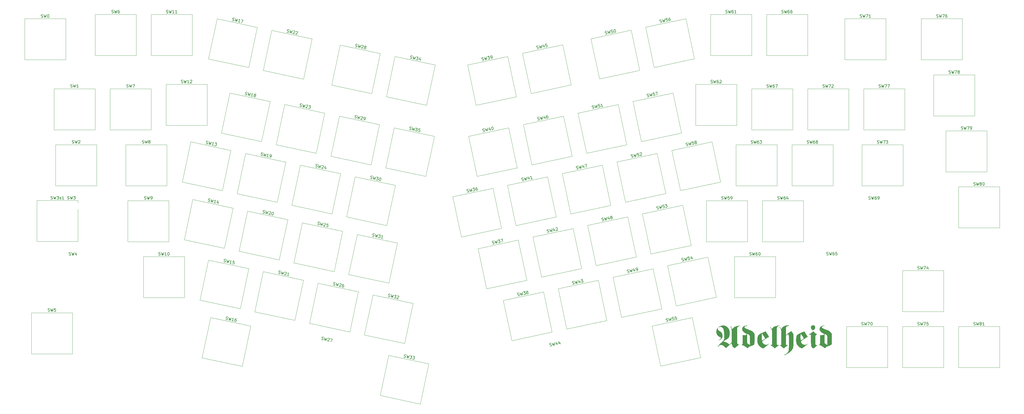
<source format=gto>
G04 #@! TF.GenerationSoftware,KiCad,Pcbnew,(5.99.0-670-ga8d9fcb4e)*
G04 #@! TF.CreationDate,2020-04-27T16:46:55+02:00*
G04 #@! TF.ProjectId,adelheid,6164656c-6865-4696-942e-6b696361645f,1.0.1*
G04 #@! TF.SameCoordinates,Original*
G04 #@! TF.FileFunction,Legend,Top*
G04 #@! TF.FilePolarity,Positive*
%FSLAX46Y46*%
G04 Gerber Fmt 4.6, Leading zero omitted, Abs format (unit mm)*
G04 Created by KiCad (PCBNEW (5.99.0-670-ga8d9fcb4e)) date 2020-04-27 16:46:55*
%MOMM*%
%LPD*%
G04 APERTURE LIST*
%ADD10C,0.120000*%
%ADD11C,0.150000*%
%ADD12C,1.802000*%
%ADD13C,4.102000*%
%ADD14C,2.302000*%
%ADD15C,1.202000*%
%ADD16O,1.302000X2.002000*%
%ADD17C,4.502000*%
%ADD18R,1.802000X1.802000*%
%ADD19C,3.152000*%
G04 APERTURE END LIST*
D10*
X34367155Y-93481564D02*
X48337155Y-93481564D01*
X48337155Y-93481564D02*
X48337155Y-107451564D01*
X48337155Y-107451564D02*
X34367155Y-107451564D01*
X34367155Y-107451564D02*
X34367155Y-93481564D01*
G36*
X298741618Y-136058392D02*
G01*
X298926413Y-136219291D01*
X299037560Y-136438047D01*
X299068325Y-136694931D01*
X299011971Y-136970216D01*
X298903092Y-137185194D01*
X298794033Y-137314685D01*
X298641401Y-137453279D01*
X298478082Y-137575552D01*
X298336966Y-137656078D01*
X298270802Y-137674017D01*
X298185181Y-137638637D01*
X298056683Y-137549346D01*
X297997235Y-137499882D01*
X297797877Y-137272794D01*
X297648202Y-137001006D01*
X297569324Y-136726711D01*
X297562305Y-136630615D01*
X297614809Y-136394571D01*
X297758396Y-136196797D01*
X297972173Y-136052057D01*
X298235249Y-135975117D01*
X298489913Y-135975077D01*
X298741618Y-136058392D01*
G37*
G36*
X267988605Y-136051942D02*
G01*
X268178940Y-136068476D01*
X268345123Y-136109445D01*
X268532230Y-136184532D01*
X268684762Y-136255431D01*
X269136840Y-136524577D01*
X269496734Y-136859375D01*
X269764902Y-137260820D01*
X269941801Y-137729906D01*
X270027889Y-138267629D01*
X270023624Y-138874983D01*
X269999696Y-139113824D01*
X269927396Y-139521150D01*
X269810953Y-139868589D01*
X269638245Y-140170969D01*
X269397147Y-140443123D01*
X269075533Y-140699880D01*
X268661279Y-140956070D01*
X268363005Y-141115791D01*
X267794233Y-141407950D01*
X268399486Y-141620930D01*
X268812904Y-141776983D01*
X269133123Y-141924735D01*
X269379573Y-142076027D01*
X269571680Y-142242703D01*
X269722415Y-142427322D01*
X269764390Y-142480426D01*
X269808564Y-142499238D01*
X269873326Y-142474340D01*
X269977066Y-142396312D01*
X270138176Y-142255737D01*
X270245694Y-142159317D01*
X270682058Y-141767223D01*
X270660951Y-139563300D01*
X270654560Y-138961055D01*
X270647066Y-138460374D01*
X270637107Y-138048405D01*
X270623319Y-137712299D01*
X270604337Y-137439204D01*
X270578798Y-137216271D01*
X270545337Y-137030648D01*
X270502592Y-136869486D01*
X270449199Y-136719933D01*
X270383792Y-136569139D01*
X270331463Y-136458720D01*
X270270103Y-136300257D01*
X270257456Y-136192013D01*
X270267206Y-136171008D01*
X270331959Y-136172608D01*
X270418785Y-136264907D01*
X270516579Y-136429104D01*
X270614237Y-136646399D01*
X270700655Y-136897992D01*
X270704601Y-136911549D01*
X270824570Y-137327488D01*
X271028899Y-137053796D01*
X271285701Y-136793169D01*
X271634576Y-136563916D01*
X272055398Y-136375006D01*
X272528041Y-136235405D01*
X273032379Y-136154081D01*
X273052398Y-136152215D01*
X273277263Y-136141232D01*
X273424029Y-136151489D01*
X273484741Y-136176772D01*
X273451445Y-136210865D01*
X273316185Y-136247554D01*
X273198301Y-136266210D01*
X272900686Y-136348360D01*
X272689543Y-136504902D01*
X272563615Y-136736786D01*
X272560383Y-136747469D01*
X272543110Y-136864763D01*
X272529654Y-137087513D01*
X272519988Y-137417312D01*
X272514086Y-137855753D01*
X272511924Y-138404430D01*
X272513476Y-139064935D01*
X272516101Y-139504648D01*
X272520593Y-140111862D01*
X272525023Y-140615370D01*
X272529919Y-141025878D01*
X272535809Y-141354093D01*
X272543221Y-141610721D01*
X272552683Y-141806468D01*
X272564722Y-141952042D01*
X272579866Y-142058148D01*
X272598642Y-142135493D01*
X272621580Y-142194784D01*
X272649205Y-142246727D01*
X272651463Y-142250594D01*
X272783450Y-142412419D01*
X272929031Y-142461712D01*
X273096805Y-142399894D01*
X273179856Y-142337873D01*
X273295044Y-142255631D01*
X273370832Y-142228572D01*
X273381628Y-142234816D01*
X273348510Y-142283909D01*
X273240632Y-142394823D01*
X273070684Y-142555601D01*
X272851356Y-142754290D01*
X272595341Y-142978932D01*
X272552432Y-143015959D01*
X272258837Y-143267801D01*
X272038203Y-143453234D01*
X271877280Y-143581067D01*
X271762816Y-143660113D01*
X271681562Y-143699182D01*
X271620266Y-143707086D01*
X271565678Y-143692635D01*
X271547005Y-143684520D01*
X271215351Y-143476231D01*
X270964507Y-143189405D01*
X270793092Y-142821907D01*
X270700302Y-142376763D01*
X270672923Y-142194411D01*
X270641319Y-142070882D01*
X270614348Y-142033846D01*
X270559794Y-142075864D01*
X270434730Y-142183081D01*
X270252943Y-142343334D01*
X270028219Y-142544460D01*
X269774346Y-142774297D01*
X269752638Y-142794062D01*
X269490713Y-143031875D01*
X269251046Y-143248026D01*
X269049063Y-143428715D01*
X268900193Y-143560144D01*
X268819861Y-143628513D01*
X268818742Y-143629390D01*
X268758302Y-143668383D01*
X268699514Y-143671267D01*
X268621688Y-143626416D01*
X268504132Y-143522199D01*
X268338923Y-143359722D01*
X268001061Y-143064965D01*
X267656273Y-142841687D01*
X267323801Y-142700257D01*
X267023847Y-142651044D01*
X266727078Y-142703205D01*
X266444323Y-142845040D01*
X266214617Y-143054581D01*
X266153273Y-143140987D01*
X266057973Y-143269913D01*
X265988880Y-143299409D01*
X265965042Y-143284322D01*
X265958403Y-143201831D01*
X266022137Y-143058046D01*
X266143205Y-142869991D01*
X266308569Y-142654687D01*
X266505189Y-142429157D01*
X266720027Y-142210421D01*
X266931767Y-142022254D01*
X267294338Y-141719785D01*
X267575335Y-141463764D01*
X267785061Y-141232454D01*
X267933820Y-141004121D01*
X268031917Y-140757028D01*
X268089655Y-140469441D01*
X268117339Y-140119623D01*
X268125273Y-139685838D01*
X268125278Y-139504648D01*
X268107855Y-138806905D01*
X268057833Y-138213330D01*
X267973221Y-137717848D01*
X267852026Y-137314382D01*
X267692256Y-136996856D01*
X267491919Y-136759193D01*
X267249023Y-136595318D01*
X267158536Y-136556147D01*
X266847686Y-136492646D01*
X266543896Y-136530640D01*
X266271972Y-136662165D01*
X266056723Y-136879255D01*
X266031211Y-136918133D01*
X265945857Y-137149074D01*
X265970905Y-137379185D01*
X266102504Y-137601596D01*
X266336802Y-137809435D01*
X266623145Y-137973996D01*
X266993520Y-138207405D01*
X267271457Y-138507944D01*
X267455949Y-138873957D01*
X267545987Y-139303789D01*
X267555401Y-139504648D01*
X267547337Y-139767992D01*
X267514280Y-139966157D01*
X267446689Y-140147328D01*
X267415620Y-140210738D01*
X267181209Y-140549899D01*
X266858817Y-140819560D01*
X266445668Y-141021846D01*
X266284264Y-141075581D01*
X266176448Y-141094436D01*
X266154350Y-141068922D01*
X266206394Y-141014875D01*
X266321003Y-140948128D01*
X266403100Y-140913038D01*
X266659581Y-140782412D01*
X266856747Y-140617336D01*
X266976116Y-140437243D01*
X267002260Y-140283057D01*
X266977044Y-140172181D01*
X266908847Y-140096621D01*
X266768163Y-140028574D01*
X266707832Y-140005624D01*
X266272255Y-139790525D01*
X265918643Y-139502205D01*
X265653355Y-139149470D01*
X265482749Y-138741125D01*
X265413184Y-138285976D01*
X265411854Y-138210907D01*
X265467071Y-137763580D01*
X265624790Y-137334441D01*
X265873115Y-136939833D01*
X266200149Y-136596101D01*
X266593993Y-136319587D01*
X266890515Y-136179603D01*
X267124000Y-136106201D01*
X267379730Y-136065392D01*
X267701411Y-136050428D01*
X267729044Y-136050163D01*
X267988605Y-136051942D01*
G37*
G36*
X301005116Y-139293683D02*
G01*
X301262826Y-139318812D01*
X301525730Y-139301304D01*
X301769247Y-139248285D01*
X301968794Y-139166880D01*
X302099791Y-139064215D01*
X302138881Y-138965043D01*
X302090183Y-138912323D01*
X301961925Y-138833545D01*
X301780864Y-138744933D01*
X301762785Y-138736983D01*
X301443033Y-138563550D01*
X301137214Y-138336626D01*
X300875072Y-138082233D01*
X300686352Y-137826392D01*
X300655663Y-137768440D01*
X300550581Y-137430657D01*
X300552428Y-137093034D01*
X300655233Y-136774280D01*
X300853026Y-136493106D01*
X301133195Y-136272089D01*
X301295515Y-136195402D01*
X301493026Y-136128781D01*
X301704401Y-136075435D01*
X301908315Y-136038574D01*
X302083441Y-136021410D01*
X302208454Y-136027152D01*
X302262028Y-136059011D01*
X302238951Y-136105629D01*
X302166175Y-136132784D01*
X302022936Y-136161383D01*
X301957682Y-136170717D01*
X301665813Y-136235121D01*
X301458256Y-136338609D01*
X301343608Y-136473561D01*
X301330464Y-136632356D01*
X301356818Y-136703401D01*
X301445530Y-136828339D01*
X301590334Y-136945584D01*
X301806053Y-137063566D01*
X302107511Y-137190717D01*
X302404087Y-137299022D01*
X303012019Y-137528814D01*
X303513544Y-137757431D01*
X303916502Y-137989880D01*
X304228735Y-138231163D01*
X304458083Y-138486286D01*
X304579255Y-138687347D01*
X304741809Y-139018387D01*
X304741809Y-140591585D01*
X304740436Y-141094761D01*
X304735957Y-141495504D01*
X304727834Y-141805769D01*
X304715528Y-142037509D01*
X304698502Y-142202677D01*
X304676215Y-142313227D01*
X304662454Y-142352893D01*
X304537646Y-142529185D01*
X304313531Y-142695187D01*
X303984440Y-142854485D01*
X303704927Y-142958388D01*
X303313844Y-143104957D01*
X303010632Y-143252400D01*
X302769530Y-143414956D01*
X302600873Y-143568727D01*
X302475778Y-143693296D01*
X302385119Y-143775549D01*
X302355773Y-143795189D01*
X302304403Y-143757309D01*
X302210718Y-143664104D01*
X302191759Y-143643639D01*
X302004358Y-143476563D01*
X301742022Y-143291910D01*
X301437996Y-143109358D01*
X301125523Y-142948585D01*
X300837849Y-142829271D01*
X300787884Y-142812642D01*
X300540579Y-142722645D01*
X300401679Y-142644078D01*
X300372727Y-142578405D01*
X300455266Y-142527084D01*
X300479183Y-142520234D01*
X300544766Y-142491245D01*
X300596773Y-142434421D01*
X300636718Y-142337804D01*
X300666121Y-142189435D01*
X300686496Y-141977356D01*
X300699360Y-141689607D01*
X300706231Y-141314232D01*
X300708624Y-140839270D01*
X300708701Y-140710507D01*
X300708701Y-140529832D01*
X302253296Y-140529832D01*
X302253296Y-142127089D01*
X302424238Y-142164634D01*
X302557078Y-142223223D01*
X302727981Y-142337092D01*
X302867594Y-142452944D01*
X303009084Y-142581644D01*
X303112616Y-142672906D01*
X303154309Y-142705980D01*
X303158053Y-142651826D01*
X303161432Y-142497873D01*
X303164310Y-142258739D01*
X303166555Y-141949038D01*
X303168032Y-141583388D01*
X303168608Y-141176405D01*
X303168611Y-141143513D01*
X303168337Y-140679375D01*
X303166812Y-140315413D01*
X303162978Y-140037390D01*
X303155782Y-139831068D01*
X303144165Y-139682208D01*
X303127073Y-139576574D01*
X303103449Y-139499926D01*
X303072238Y-139438028D01*
X303038203Y-139385263D01*
X302902062Y-139233373D01*
X302718782Y-139090488D01*
X302527132Y-138982184D01*
X302365880Y-138934035D01*
X302353408Y-138933517D01*
X302323952Y-138940058D01*
X302300891Y-138968545D01*
X302283449Y-139031350D01*
X302270851Y-139140841D01*
X302262320Y-139309389D01*
X302257082Y-139549364D01*
X302254359Y-139873135D01*
X302253377Y-140293073D01*
X302253296Y-140529832D01*
X300708701Y-140529832D01*
X300708701Y-139235075D01*
X301005116Y-139293683D01*
G37*
G36*
X286922961Y-136004017D02*
G01*
X286868966Y-136054953D01*
X286752429Y-136110288D01*
X286682089Y-136132343D01*
X286394954Y-136265514D01*
X286175301Y-136485601D01*
X286035182Y-136779429D01*
X286014045Y-136862615D01*
X285998348Y-136994261D01*
X285984755Y-137223211D01*
X285973276Y-137534734D01*
X285963921Y-137914101D01*
X285956702Y-138346581D01*
X285951628Y-138817445D01*
X285948709Y-139311961D01*
X285947955Y-139815400D01*
X285949378Y-140313032D01*
X285952986Y-140790127D01*
X285958791Y-141231953D01*
X285966802Y-141623782D01*
X285977030Y-141950883D01*
X285989485Y-142198526D01*
X286004177Y-142351981D01*
X286010209Y-142382034D01*
X286102163Y-142570820D01*
X286253200Y-142669369D01*
X286471996Y-142681479D01*
X286627069Y-142651990D01*
X286782266Y-142618821D01*
X286884008Y-142608142D01*
X286902052Y-142612263D01*
X286869081Y-142651450D01*
X286760368Y-142733528D01*
X286598001Y-142842057D01*
X286566152Y-142862270D01*
X286351739Y-143006060D01*
X286095512Y-143190702D01*
X285842971Y-143383108D01*
X285769090Y-143441944D01*
X285578080Y-143592115D01*
X285418672Y-143709970D01*
X285312448Y-143779951D01*
X285282829Y-143792479D01*
X285223030Y-143754488D01*
X285100606Y-143654198D01*
X284935528Y-143508487D01*
X284809265Y-143392225D01*
X284598594Y-143206407D01*
X284387008Y-143038727D01*
X284206983Y-142914174D01*
X284137080Y-142874967D01*
X283965035Y-142777850D01*
X283898921Y-142706110D01*
X283939860Y-142662925D01*
X284058160Y-142651044D01*
X284141364Y-142648960D01*
X284210053Y-142636036D01*
X284265618Y-142602265D01*
X284309451Y-142537640D01*
X284342942Y-142432153D01*
X284367483Y-142275798D01*
X284384465Y-142058567D01*
X284395280Y-141770454D01*
X284401318Y-141401450D01*
X284403971Y-140941549D01*
X284404630Y-140380743D01*
X284404647Y-140158758D01*
X284404257Y-139586330D01*
X284402750Y-139116216D01*
X284399619Y-138736317D01*
X284394355Y-138434536D01*
X284386452Y-138198773D01*
X284375403Y-138016929D01*
X284360700Y-137876907D01*
X284341836Y-137766607D01*
X284318304Y-137673931D01*
X284297792Y-137610178D01*
X284186217Y-137327047D01*
X284045267Y-137027255D01*
X283897915Y-136757161D01*
X283800557Y-136606834D01*
X283751784Y-136506243D01*
X283762912Y-136451760D01*
X283829237Y-136474168D01*
X283933864Y-136585897D01*
X284065922Y-136772959D01*
X284214544Y-137021366D01*
X284236829Y-137061658D01*
X284387103Y-137336010D01*
X284485028Y-137079597D01*
X284617837Y-136828719D01*
X284814975Y-136617944D01*
X285087268Y-136441110D01*
X285445542Y-136292051D01*
X285900624Y-136164604D01*
X286206674Y-136099426D01*
X286439162Y-136053912D01*
X286641539Y-136013792D01*
X286776623Y-135986449D01*
X286793048Y-135983003D01*
X286901844Y-135974395D01*
X286922961Y-136004017D01*
G37*
G36*
X274689800Y-139293683D02*
G01*
X274947511Y-139318812D01*
X275210415Y-139301304D01*
X275453932Y-139248285D01*
X275653479Y-139166880D01*
X275784476Y-139064215D01*
X275823566Y-138965043D01*
X275774868Y-138912323D01*
X275646610Y-138833545D01*
X275465549Y-138744933D01*
X275447469Y-138736983D01*
X275127717Y-138563550D01*
X274821899Y-138336626D01*
X274559757Y-138082233D01*
X274371036Y-137826392D01*
X274340347Y-137768440D01*
X274235265Y-137430657D01*
X274237113Y-137093034D01*
X274339918Y-136774280D01*
X274537711Y-136493106D01*
X274817879Y-136272089D01*
X274980200Y-136195402D01*
X275177711Y-136128781D01*
X275389086Y-136075435D01*
X275592999Y-136038574D01*
X275768125Y-136021410D01*
X275893138Y-136027152D01*
X275946712Y-136059011D01*
X275923636Y-136105629D01*
X275850859Y-136132784D01*
X275707621Y-136161383D01*
X275642367Y-136170717D01*
X275350498Y-136235121D01*
X275142941Y-136338609D01*
X275028292Y-136473561D01*
X275015149Y-136632356D01*
X275041503Y-136703401D01*
X275130215Y-136828339D01*
X275275018Y-136945584D01*
X275490737Y-137063566D01*
X275792195Y-137190717D01*
X276088772Y-137299022D01*
X276696703Y-137528814D01*
X277198228Y-137757431D01*
X277601187Y-137989880D01*
X277913420Y-138231163D01*
X278142768Y-138486286D01*
X278263940Y-138687347D01*
X278426494Y-139018387D01*
X278426494Y-140591585D01*
X278425121Y-141094761D01*
X278420642Y-141495504D01*
X278412519Y-141805769D01*
X278400213Y-142037509D01*
X278383186Y-142202677D01*
X278360900Y-142313227D01*
X278347139Y-142352893D01*
X278222331Y-142529185D01*
X277998216Y-142695187D01*
X277669125Y-142854485D01*
X277389612Y-142958388D01*
X276998529Y-143104957D01*
X276695317Y-143252400D01*
X276454215Y-143414956D01*
X276285557Y-143568727D01*
X276160463Y-143693296D01*
X276069804Y-143775549D01*
X276040458Y-143795189D01*
X275989087Y-143757309D01*
X275895403Y-143664104D01*
X275876443Y-143643639D01*
X275689042Y-143476563D01*
X275426707Y-143291910D01*
X275122680Y-143109358D01*
X274810208Y-142948585D01*
X274522533Y-142829271D01*
X274472569Y-142812642D01*
X274225263Y-142722645D01*
X274086364Y-142644078D01*
X274057412Y-142578405D01*
X274139951Y-142527084D01*
X274163868Y-142520234D01*
X274229451Y-142491245D01*
X274281457Y-142434421D01*
X274321403Y-142337804D01*
X274350805Y-142189435D01*
X274371180Y-141977356D01*
X274384045Y-141689607D01*
X274390915Y-141314232D01*
X274393309Y-140839270D01*
X274393386Y-140710507D01*
X274393386Y-140529832D01*
X275937980Y-140529832D01*
X275937980Y-142127089D01*
X276108923Y-142164634D01*
X276241763Y-142223223D01*
X276412666Y-142337092D01*
X276552279Y-142452944D01*
X276693769Y-142581644D01*
X276797300Y-142672906D01*
X276838994Y-142705980D01*
X276842738Y-142651826D01*
X276846116Y-142497873D01*
X276848995Y-142258739D01*
X276851239Y-141949038D01*
X276852716Y-141583388D01*
X276853292Y-141176405D01*
X276853296Y-141143513D01*
X276853022Y-140679375D01*
X276851496Y-140315413D01*
X276847663Y-140037390D01*
X276840466Y-139831068D01*
X276828850Y-139682208D01*
X276811758Y-139576574D01*
X276788134Y-139499926D01*
X276756922Y-139438028D01*
X276722888Y-139385263D01*
X276586747Y-139233373D01*
X276403467Y-139090488D01*
X276211817Y-138982184D01*
X276050565Y-138934035D01*
X276038093Y-138933517D01*
X276008637Y-138940058D01*
X275985576Y-138968545D01*
X275968134Y-139031350D01*
X275955536Y-139140841D01*
X275947005Y-139309389D01*
X275941766Y-139549364D01*
X275939044Y-139873135D01*
X275938061Y-140293073D01*
X275937980Y-140529832D01*
X274393386Y-140529832D01*
X274393386Y-139235075D01*
X274689800Y-139293683D01*
G37*
G36*
X298727746Y-138305471D02*
G01*
X298938798Y-138502937D01*
X299176261Y-138697947D01*
X299390383Y-138849768D01*
X299399454Y-138855414D01*
X299604334Y-138990155D01*
X299708891Y-139081989D01*
X299716383Y-139136609D01*
X299630064Y-139159708D01*
X299574529Y-139161405D01*
X299397101Y-139212544D01*
X299274191Y-139308917D01*
X299230563Y-139357964D01*
X299197005Y-139410486D01*
X299171973Y-139481477D01*
X299153923Y-139585930D01*
X299141311Y-139738838D01*
X299132594Y-139955194D01*
X299126226Y-140249993D01*
X299120665Y-140638226D01*
X299118327Y-140822425D01*
X299114092Y-141331012D01*
X299116654Y-141737549D01*
X299127658Y-142054288D01*
X299148747Y-142293477D01*
X299181563Y-142467365D01*
X299227750Y-142588203D01*
X299288950Y-142668239D01*
X299366807Y-142719724D01*
X299373209Y-142722705D01*
X299500919Y-142758320D01*
X299626697Y-142725084D01*
X299689595Y-142691559D01*
X299840234Y-142612627D01*
X299898963Y-142601515D01*
X299865754Y-142658270D01*
X299740584Y-142782939D01*
X299549970Y-142952653D01*
X299213387Y-143242909D01*
X298950225Y-143464393D01*
X298747799Y-143623674D01*
X298593423Y-143727320D01*
X298474412Y-143781902D01*
X298378080Y-143793988D01*
X298291743Y-143770148D01*
X298202714Y-143716951D01*
X298148889Y-143678209D01*
X298019632Y-143572474D01*
X297913063Y-143455369D01*
X297827044Y-143315271D01*
X297759436Y-143140559D01*
X297708100Y-142919612D01*
X297670896Y-142640807D01*
X297645686Y-142292524D01*
X297630331Y-141863140D01*
X297622692Y-141341035D01*
X297620662Y-140808125D01*
X297620015Y-140340801D01*
X297618217Y-139974854D01*
X297614347Y-139697246D01*
X297607484Y-139494940D01*
X297596706Y-139354898D01*
X297581093Y-139264083D01*
X297559722Y-139209458D01*
X297531673Y-139177984D01*
X297504264Y-139160959D01*
X297351558Y-139128048D01*
X297177045Y-139157808D01*
X297001611Y-139188157D01*
X296917707Y-139166591D01*
X296932297Y-139105498D01*
X297052345Y-139017264D01*
X297087501Y-138998530D01*
X297312085Y-138864048D01*
X297583000Y-138671510D01*
X297867617Y-138445659D01*
X298133305Y-138211238D01*
X298163458Y-138182663D01*
X298392764Y-137963367D01*
X298727746Y-138305471D01*
G37*
G36*
X292787998Y-139526640D02*
G01*
X292884005Y-139344552D01*
X293012965Y-139184831D01*
X293188927Y-139036298D01*
X293425938Y-138887776D01*
X293738047Y-138728085D01*
X294139301Y-138546046D01*
X294303555Y-138474918D01*
X294617776Y-138340849D01*
X294895760Y-138223901D01*
X295120518Y-138131088D01*
X295275058Y-138069421D01*
X295342392Y-138045913D01*
X295343114Y-138045864D01*
X295385981Y-138091538D01*
X295476462Y-138216231D01*
X295602739Y-138401455D01*
X295752988Y-138628718D01*
X295915390Y-138879531D01*
X296078122Y-139135404D01*
X296229365Y-139377845D01*
X296357297Y-139588365D01*
X296450097Y-139748473D01*
X296495944Y-139839680D01*
X296498394Y-139852926D01*
X296447085Y-139892018D01*
X296312838Y-139983740D01*
X296109160Y-140119162D01*
X295849553Y-140289352D01*
X295547523Y-140485381D01*
X295330498Y-140625223D01*
X294969123Y-140857925D01*
X294693117Y-141038018D01*
X294491418Y-141174475D01*
X294352967Y-141276269D01*
X294266702Y-141352371D01*
X294221565Y-141411755D01*
X294206493Y-141463393D01*
X294210428Y-141516258D01*
X294213251Y-141531579D01*
X294262334Y-141683463D01*
X294348211Y-141869998D01*
X294389225Y-141944392D01*
X294624463Y-142243037D01*
X294917758Y-142455544D01*
X295249497Y-142578912D01*
X295600065Y-142610139D01*
X295949849Y-142546226D01*
X296279234Y-142384171D01*
X296438352Y-142257906D01*
X296541498Y-142169071D01*
X296583110Y-142156984D01*
X296581460Y-142216405D01*
X296581370Y-142216893D01*
X296531358Y-142283649D01*
X296402668Y-142407676D01*
X296208266Y-142577748D01*
X295961121Y-142782637D01*
X295674200Y-143011120D01*
X295573618Y-143089303D01*
X295284765Y-143311937D01*
X295028004Y-143508759D01*
X294816522Y-143669749D01*
X294663504Y-143784888D01*
X294582138Y-143844157D01*
X294572492Y-143849978D01*
X294516889Y-143828568D01*
X294386356Y-143775456D01*
X294244287Y-143716720D01*
X293743534Y-143459275D01*
X293334024Y-143138312D01*
X293006804Y-142745557D01*
X292803190Y-142384575D01*
X292669149Y-142003225D01*
X292584059Y-141548645D01*
X292548991Y-141051519D01*
X292565017Y-140542531D01*
X292633208Y-140052368D01*
X292665326Y-139924167D01*
X294072665Y-139924167D01*
X294073723Y-140286861D01*
X294076683Y-140607675D01*
X294081226Y-140870156D01*
X294087033Y-141057850D01*
X294093783Y-141154304D01*
X294096737Y-141163657D01*
X294152620Y-141135647D01*
X294283504Y-141060266D01*
X294467184Y-140950489D01*
X294597300Y-140871176D01*
X294810762Y-140737690D01*
X294992054Y-140619809D01*
X295115429Y-140534496D01*
X295149557Y-140507331D01*
X295167424Y-140465420D01*
X295152418Y-140391499D01*
X295097877Y-140272626D01*
X294997144Y-140095860D01*
X294843558Y-139848258D01*
X294676349Y-139587678D01*
X294497231Y-139311706D01*
X294339445Y-139070128D01*
X294213517Y-138878935D01*
X294129971Y-138754119D01*
X294100020Y-138712033D01*
X294092034Y-138758252D01*
X294084967Y-138902912D01*
X294079179Y-139130038D01*
X294075031Y-139423658D01*
X294072884Y-139767799D01*
X294072665Y-139924167D01*
X292665326Y-139924167D01*
X292710897Y-139742275D01*
X292787998Y-139526640D01*
G37*
G36*
X279630340Y-139526640D02*
G01*
X279726347Y-139344552D01*
X279855307Y-139184831D01*
X280031269Y-139036298D01*
X280268280Y-138887776D01*
X280580389Y-138728085D01*
X280981643Y-138546046D01*
X281145897Y-138474918D01*
X281460118Y-138340849D01*
X281738103Y-138223901D01*
X281962860Y-138131088D01*
X282117401Y-138069421D01*
X282184734Y-138045913D01*
X282185457Y-138045864D01*
X282228323Y-138091538D01*
X282318805Y-138216231D01*
X282445081Y-138401455D01*
X282595330Y-138628718D01*
X282757732Y-138879531D01*
X282920465Y-139135404D01*
X283071708Y-139377845D01*
X283199640Y-139588365D01*
X283292440Y-139748473D01*
X283338287Y-139839680D01*
X283340736Y-139852926D01*
X283289427Y-139892018D01*
X283155181Y-139983740D01*
X282951502Y-140119162D01*
X282691895Y-140289352D01*
X282389865Y-140485381D01*
X282172840Y-140625223D01*
X281811466Y-140857925D01*
X281535459Y-141038018D01*
X281333761Y-141174475D01*
X281195309Y-141276269D01*
X281109045Y-141352371D01*
X281063907Y-141411755D01*
X281048836Y-141463393D01*
X281052770Y-141516258D01*
X281055593Y-141531579D01*
X281104676Y-141683463D01*
X281190554Y-141869998D01*
X281231568Y-141944392D01*
X281466806Y-142243037D01*
X281760101Y-142455544D01*
X282091839Y-142578912D01*
X282442407Y-142610139D01*
X282792191Y-142546226D01*
X283121577Y-142384171D01*
X283280695Y-142257906D01*
X283383840Y-142169071D01*
X283425453Y-142156984D01*
X283423803Y-142216405D01*
X283423713Y-142216893D01*
X283373701Y-142283649D01*
X283245010Y-142407676D01*
X283050609Y-142577748D01*
X282803464Y-142782637D01*
X282516542Y-143011120D01*
X282415960Y-143089303D01*
X282127107Y-143311937D01*
X281870346Y-143508759D01*
X281658864Y-143669749D01*
X281505847Y-143784888D01*
X281424480Y-143844157D01*
X281414834Y-143849978D01*
X281359232Y-143828568D01*
X281228698Y-143775456D01*
X281086629Y-143716720D01*
X280585877Y-143459275D01*
X280176366Y-143138312D01*
X279849146Y-142745557D01*
X279645532Y-142384575D01*
X279511492Y-142003225D01*
X279426402Y-141548645D01*
X279391333Y-141051519D01*
X279407359Y-140542531D01*
X279475550Y-140052368D01*
X279507669Y-139924167D01*
X280915007Y-139924167D01*
X280916065Y-140286861D01*
X280919025Y-140607675D01*
X280923569Y-140870156D01*
X280929375Y-141057850D01*
X280936126Y-141154304D01*
X280939080Y-141163657D01*
X280994962Y-141135647D01*
X281125846Y-141060266D01*
X281309527Y-140950489D01*
X281439643Y-140871176D01*
X281653105Y-140737690D01*
X281834396Y-140619809D01*
X281957771Y-140534496D01*
X281991899Y-140507331D01*
X282009767Y-140465420D01*
X281994760Y-140391499D01*
X281940219Y-140272626D01*
X281839486Y-140095860D01*
X281685900Y-139848258D01*
X281518691Y-139587678D01*
X281339573Y-139311706D01*
X281181788Y-139070128D01*
X281055859Y-138878935D01*
X280972314Y-138754119D01*
X280942363Y-138712033D01*
X280934377Y-138758252D01*
X280927309Y-138902912D01*
X280921522Y-139130038D01*
X280917374Y-139423658D01*
X280915226Y-139767799D01*
X280915007Y-139924167D01*
X279507669Y-139924167D01*
X279553240Y-139742275D01*
X279630340Y-139526640D01*
G37*
G36*
X290092035Y-135965913D02*
G01*
X290239583Y-135987520D01*
X290288945Y-136018533D01*
X290235072Y-136054860D01*
X290072913Y-136092409D01*
X290026598Y-136099772D01*
X289699628Y-136184432D01*
X289414874Y-136325795D01*
X289238656Y-136472461D01*
X289201800Y-136520185D01*
X289173429Y-136581610D01*
X289152155Y-136671843D01*
X289136593Y-136805987D01*
X289125356Y-136999149D01*
X289117057Y-137266435D01*
X289110311Y-137622949D01*
X289105987Y-137917898D01*
X289087733Y-139236951D01*
X289249005Y-139131323D01*
X289352053Y-139060883D01*
X289526735Y-138938367D01*
X289751941Y-138778702D01*
X290006564Y-138596814D01*
X290117370Y-138517263D01*
X290368569Y-138338179D01*
X290590372Y-138182935D01*
X290764682Y-138063977D01*
X290873403Y-137993751D01*
X290897240Y-137980904D01*
X290975880Y-138007083D01*
X291092363Y-138113774D01*
X291230274Y-138280756D01*
X291373200Y-138487808D01*
X291504729Y-138714710D01*
X291525025Y-138754302D01*
X291679642Y-139062289D01*
X291672839Y-141099117D01*
X291669785Y-141699661D01*
X291664057Y-142198567D01*
X291654235Y-142608606D01*
X291638898Y-142942547D01*
X291616627Y-143213161D01*
X291586002Y-143433218D01*
X291545604Y-143615488D01*
X291494011Y-143772740D01*
X291429805Y-143917745D01*
X291351564Y-144063273D01*
X291341254Y-144081225D01*
X291070744Y-144461998D01*
X290703374Y-144844711D01*
X290255615Y-145215586D01*
X289743936Y-145560844D01*
X289238656Y-145840149D01*
X288937823Y-145986085D01*
X288726275Y-146078344D01*
X288594197Y-146120427D01*
X288531771Y-146115834D01*
X288523566Y-146095185D01*
X288571174Y-146045632D01*
X288696553Y-145964928D01*
X288873532Y-145869747D01*
X288890933Y-145861122D01*
X289259900Y-145626219D01*
X289588040Y-145315504D01*
X289847351Y-144958680D01*
X289962359Y-144724615D01*
X289995382Y-144638450D01*
X290022476Y-144553546D01*
X290044352Y-144457801D01*
X290061718Y-144339115D01*
X290075281Y-144185385D01*
X290085752Y-143984513D01*
X290093837Y-143724395D01*
X290100246Y-143392932D01*
X290105688Y-142978023D01*
X290110870Y-142467566D01*
X290113916Y-142136180D01*
X290119042Y-141489844D01*
X290121350Y-140947975D01*
X290120289Y-140500644D01*
X290115311Y-140137928D01*
X290105866Y-139849898D01*
X290091405Y-139626629D01*
X290071379Y-139458196D01*
X290045239Y-139334670D01*
X290012435Y-139246127D01*
X289972417Y-139182641D01*
X289949042Y-139156701D01*
X289829449Y-139071022D01*
X289697445Y-139059025D01*
X289528521Y-139123600D01*
X289359567Y-139226196D01*
X289089015Y-139405403D01*
X289106628Y-140976149D01*
X289124242Y-142546896D01*
X289265111Y-142660887D01*
X289450827Y-142748867D01*
X289565449Y-142751472D01*
X289688718Y-142746599D01*
X289711610Y-142784056D01*
X289633060Y-142865736D01*
X289452006Y-142993535D01*
X289416815Y-143016240D01*
X289216982Y-143154080D01*
X288980716Y-143331551D01*
X288756792Y-143511926D01*
X288741993Y-143524429D01*
X288375273Y-143835528D01*
X288059983Y-143543624D01*
X287840009Y-143359116D01*
X287586702Y-143174362D01*
X287392137Y-143051495D01*
X287176118Y-142915262D01*
X287062974Y-142811424D01*
X287053987Y-142742321D01*
X287150442Y-142710290D01*
X287203714Y-142708252D01*
X287287706Y-142707905D01*
X287357208Y-142700296D01*
X287413512Y-142675572D01*
X287457905Y-142623879D01*
X287491678Y-142535363D01*
X287516119Y-142400171D01*
X287532518Y-142208450D01*
X287542165Y-141950346D01*
X287546348Y-141616006D01*
X287546358Y-141195576D01*
X287543483Y-140679203D01*
X287539618Y-140141266D01*
X287522440Y-137759828D01*
X287341941Y-137314683D01*
X287237312Y-137077728D01*
X287125198Y-136856982D01*
X287027130Y-136694317D01*
X287012771Y-136674619D01*
X286933472Y-136549481D01*
X286908350Y-136463223D01*
X286917161Y-136446907D01*
X286984999Y-136469471D01*
X287091671Y-136588925D01*
X287230904Y-136797011D01*
X287381463Y-137057990D01*
X287537829Y-137343928D01*
X287603333Y-137145449D01*
X287761376Y-136841287D01*
X288015558Y-136568734D01*
X288349981Y-136336190D01*
X288748751Y-136152053D01*
X289195969Y-136024720D01*
X289675741Y-135962590D01*
X289851351Y-135957801D01*
X290092035Y-135965913D01*
G37*
X199482131Y-43338766D02*
X213146853Y-40434239D01*
X213146853Y-40434239D02*
X216051380Y-54098961D01*
X216051380Y-54098961D02*
X202386658Y-57003488D01*
X202386658Y-57003488D02*
X199482131Y-43338766D01*
X194382131Y-88288766D02*
X208046853Y-85384239D01*
X208046853Y-85384239D02*
X210951380Y-99048961D01*
X210951380Y-99048961D02*
X197286658Y-101953488D01*
X197286658Y-101953488D02*
X194382131Y-88288766D01*
X203032131Y-105888766D02*
X216696853Y-102984239D01*
X216696853Y-102984239D02*
X219601380Y-116648961D01*
X219601380Y-116648961D02*
X205936658Y-119553488D01*
X205936658Y-119553488D02*
X203032131Y-105888766D01*
X211632131Y-123538766D02*
X225296853Y-120634239D01*
X225296853Y-120634239D02*
X228201380Y-134298961D01*
X228201380Y-134298961D02*
X214536658Y-137203488D01*
X214536658Y-137203488D02*
X211632131Y-123538766D01*
X118586657Y-60784240D02*
X132251379Y-63688766D01*
X132251379Y-63688766D02*
X129346853Y-77353488D01*
X129346853Y-77353488D02*
X115682131Y-74448962D01*
X115682131Y-74448962D02*
X118586657Y-60784240D01*
X184382131Y-109838766D02*
X198046853Y-106934239D01*
X198046853Y-106934239D02*
X200951380Y-120598961D01*
X200951380Y-120598961D02*
X187286658Y-123503488D01*
X187286658Y-123503488D02*
X184382131Y-109838766D01*
X105319237Y-77462786D02*
X118983959Y-80367312D01*
X118983959Y-80367312D02*
X116079433Y-94032034D01*
X116079433Y-94032034D02*
X102414711Y-91127508D01*
X102414711Y-91127508D02*
X105319237Y-77462786D01*
X181132131Y-71588766D02*
X194796853Y-68684239D01*
X194796853Y-68684239D02*
X197701380Y-82348961D01*
X197701380Y-82348961D02*
X184036658Y-85253488D01*
X184036658Y-85253488D02*
X181132131Y-71588766D01*
X328731755Y-117333864D02*
X342701755Y-117333864D01*
X342701755Y-117333864D02*
X342701755Y-131303864D01*
X342701755Y-131303864D02*
X328731755Y-131303864D01*
X328731755Y-131303864D02*
X328731755Y-117333864D01*
X212982131Y-84338766D02*
X226646853Y-81434239D01*
X226646853Y-81434239D02*
X229551380Y-95098961D01*
X229551380Y-95098961D02*
X215886658Y-98003488D01*
X215886658Y-98003488D02*
X212982131Y-84338766D01*
X277426806Y-55421361D02*
X291396806Y-55421361D01*
X291396806Y-55421361D02*
X291396806Y-69391361D01*
X291396806Y-69391361D02*
X277426806Y-69391361D01*
X277426806Y-69391361D02*
X277426806Y-55421361D01*
X328731755Y-136383864D02*
X342701755Y-136383864D01*
X342701755Y-136383864D02*
X342701755Y-150353864D01*
X342701755Y-150353864D02*
X328731755Y-150353864D01*
X328731755Y-150353864D02*
X328731755Y-136383864D01*
X315526806Y-55421361D02*
X329496806Y-55421361D01*
X329496806Y-55421361D02*
X329496806Y-69391361D01*
X329496806Y-69391361D02*
X315526806Y-69391361D01*
X315526806Y-69391361D02*
X315526806Y-55421361D01*
X296476806Y-55421361D02*
X310446806Y-55421361D01*
X310446806Y-55421361D02*
X310446806Y-69391361D01*
X310446806Y-69391361D02*
X296476806Y-69391361D01*
X296476806Y-69391361D02*
X296476806Y-55421361D01*
X240282131Y-97988766D02*
X253946853Y-95084239D01*
X253946853Y-95084239D02*
X256851380Y-108748961D01*
X256851380Y-108748961D02*
X243186658Y-111653488D01*
X243186658Y-111653488D02*
X240282131Y-97988766D01*
X272066806Y-74471361D02*
X286036806Y-74471361D01*
X286036806Y-74471361D02*
X286036806Y-88441361D01*
X286036806Y-88441361D02*
X272066806Y-88441361D01*
X272066806Y-88441361D02*
X272066806Y-74471361D01*
X262056806Y-93521361D02*
X276026806Y-93521361D01*
X276026806Y-93521361D02*
X276026806Y-107491361D01*
X276026806Y-107491361D02*
X262056806Y-107491361D01*
X262056806Y-107491361D02*
X262056806Y-93521361D01*
X248853827Y-115635852D02*
X262518549Y-112731325D01*
X262518549Y-112731325D02*
X265423076Y-126396047D01*
X265423076Y-126396047D02*
X251758354Y-129300574D01*
X251758354Y-129300574D02*
X248853827Y-115635852D01*
X291116806Y-74471361D02*
X305086806Y-74471361D01*
X305086806Y-74471361D02*
X305086806Y-88441361D01*
X305086806Y-88441361D02*
X291116806Y-88441361D01*
X291116806Y-88441361D02*
X291116806Y-74471361D01*
X309681755Y-136383864D02*
X323651755Y-136383864D01*
X323651755Y-136383864D02*
X323651755Y-150353864D01*
X323651755Y-150353864D02*
X309681755Y-150353864D01*
X309681755Y-150353864D02*
X309681755Y-136383864D01*
X250282131Y-76388766D02*
X263946853Y-73484239D01*
X263946853Y-73484239D02*
X266851380Y-87148961D01*
X266851380Y-87148961D02*
X253186658Y-90053488D01*
X253186658Y-90053488D02*
X250282131Y-76388766D01*
X339339348Y-50658870D02*
X353309348Y-50658870D01*
X353309348Y-50658870D02*
X353309348Y-64628870D01*
X353309348Y-64628870D02*
X339339348Y-64628870D01*
X339339348Y-64628870D02*
X339339348Y-50658870D01*
X343511806Y-69708877D02*
X357481806Y-69708877D01*
X357481806Y-69708877D02*
X357481806Y-83678877D01*
X357481806Y-83678877D02*
X343511806Y-83678877D01*
X343511806Y-83678877D02*
X343511806Y-69708877D01*
X218382131Y-63688766D02*
X232046853Y-60784239D01*
X232046853Y-60784239D02*
X234951380Y-74448961D01*
X234951380Y-74448961D02*
X221286658Y-77353488D01*
X221286658Y-77353488D02*
X218382131Y-63688766D01*
X281106806Y-93521361D02*
X295076806Y-93521361D01*
X295076806Y-93521361D02*
X295076806Y-107491361D01*
X295076806Y-107491361D02*
X281106806Y-107491361D01*
X281106806Y-107491361D02*
X281106806Y-93521361D01*
X64581755Y-74433864D02*
X78551755Y-74433864D01*
X78551755Y-74433864D02*
X78551755Y-88403864D01*
X78551755Y-88403864D02*
X64581755Y-88403864D01*
X64581755Y-88403864D02*
X64581755Y-74433864D01*
X40181755Y-55383864D02*
X54151755Y-55383864D01*
X54151755Y-55383864D02*
X54151755Y-69353864D01*
X54151755Y-69353864D02*
X40181755Y-69353864D01*
X40181755Y-69353864D02*
X40181755Y-55383864D01*
X78281755Y-53883864D02*
X92251755Y-53883864D01*
X92251755Y-53883864D02*
X92251755Y-67853864D01*
X92251755Y-67853864D02*
X78281755Y-67853864D01*
X78281755Y-67853864D02*
X78281755Y-53883864D01*
X59231755Y-55383864D02*
X73201755Y-55383864D01*
X73201755Y-55383864D02*
X73201755Y-69353864D01*
X73201755Y-69353864D02*
X59231755Y-69353864D01*
X59231755Y-69353864D02*
X59231755Y-55383864D01*
X65291755Y-93513864D02*
X79261755Y-93513864D01*
X79261755Y-93513864D02*
X79261755Y-107483864D01*
X79261755Y-107483864D02*
X65291755Y-107483864D01*
X65291755Y-107483864D02*
X65291755Y-93513864D01*
X70606806Y-112571361D02*
X84576806Y-112571361D01*
X84576806Y-112571361D02*
X84576806Y-126541361D01*
X84576806Y-126541361D02*
X70606806Y-126541361D01*
X70606806Y-126541361D02*
X70606806Y-112571361D01*
X111336657Y-117684240D02*
X125001379Y-120588766D01*
X125001379Y-120588766D02*
X122096853Y-134253488D01*
X122096853Y-134253488D02*
X108432131Y-131348962D01*
X108432131Y-131348962D02*
X111336657Y-117684240D01*
X148636657Y-125584240D02*
X162301379Y-128488766D01*
X162301379Y-128488766D02*
X159396853Y-142153488D01*
X159396853Y-142153488D02*
X145732131Y-139248962D01*
X145732131Y-139248962D02*
X148636657Y-125584240D01*
X175782131Y-92188766D02*
X189446853Y-89284239D01*
X189446853Y-89284239D02*
X192351380Y-102948961D01*
X192351380Y-102948961D02*
X178686658Y-105853488D01*
X178686658Y-105853488D02*
X175782131Y-92188766D01*
X155886657Y-68684240D02*
X169551379Y-71588766D01*
X169551379Y-71588766D02*
X166646853Y-85253488D01*
X166646853Y-85253488D02*
X152982131Y-82348962D01*
X152982131Y-82348962D02*
X155886657Y-68684240D01*
X199782131Y-67638766D02*
X213446853Y-64734239D01*
X213446853Y-64734239D02*
X216351380Y-78398961D01*
X216351380Y-78398961D02*
X202686658Y-81303488D01*
X202686658Y-81303488D02*
X199782131Y-67638766D01*
X87383194Y-93125953D02*
X101047916Y-96030479D01*
X101047916Y-96030479D02*
X98143390Y-109695201D01*
X98143390Y-109695201D02*
X84478668Y-106790675D01*
X84478668Y-106790675D02*
X87383194Y-93125953D01*
X129986657Y-121634240D02*
X143651379Y-124538766D01*
X143651379Y-124538766D02*
X140746853Y-138203488D01*
X140746853Y-138203488D02*
X127082131Y-135298962D01*
X127082131Y-135298962D02*
X129986657Y-121634240D01*
X143284324Y-105008134D02*
X156949046Y-107912660D01*
X156949046Y-107912660D02*
X154044520Y-121577382D01*
X154044520Y-121577382D02*
X140379798Y-118672856D01*
X140379798Y-118672856D02*
X143284324Y-105008134D01*
X142586657Y-85384240D02*
X156251379Y-88288766D01*
X156251379Y-88288766D02*
X153346853Y-101953488D01*
X153346853Y-101953488D02*
X139682131Y-99048962D01*
X139682131Y-99048962D02*
X142586657Y-85384240D01*
X153986657Y-146184240D02*
X167651379Y-149088766D01*
X167651379Y-149088766D02*
X164746853Y-162753488D01*
X164746853Y-162753488D02*
X151082131Y-159848962D01*
X151082131Y-159848962D02*
X153986657Y-146184240D01*
X86685527Y-73502060D02*
X100350249Y-76406586D01*
X100350249Y-76406586D02*
X97445723Y-90071308D01*
X97445723Y-90071308D02*
X83781001Y-87166782D01*
X83781001Y-87166782D02*
X86685527Y-73502060D01*
X137236657Y-64734240D02*
X150901379Y-67638766D01*
X150901379Y-67638766D02*
X147996853Y-81303488D01*
X147996853Y-81303488D02*
X134332131Y-78398962D01*
X134332131Y-78398962D02*
X137236657Y-64734240D01*
X92736657Y-113734240D02*
X106401379Y-116638766D01*
X106401379Y-116638766D02*
X103496853Y-130303488D01*
X103496853Y-130303488D02*
X89832131Y-127398962D01*
X89832131Y-127398962D02*
X92736657Y-113734240D01*
X192982131Y-127488766D02*
X206646853Y-124584239D01*
X206646853Y-124584239D02*
X209551380Y-138248961D01*
X209551380Y-138248961D02*
X195886658Y-141153488D01*
X195886658Y-141153488D02*
X192982131Y-127488766D01*
X106016904Y-97086680D02*
X119681626Y-99991206D01*
X119681626Y-99991206D02*
X116777100Y-113655928D01*
X116777100Y-113655928D02*
X103112378Y-110751402D01*
X103112378Y-110751402D02*
X106016904Y-97086680D01*
X123952947Y-81423513D02*
X137617669Y-84328039D01*
X137617669Y-84328039D02*
X134713143Y-97992761D01*
X134713143Y-97992761D02*
X121048421Y-95088235D01*
X121048421Y-95088235D02*
X123952947Y-81423513D01*
X99986657Y-56834240D02*
X113651379Y-59738766D01*
X113651379Y-59738766D02*
X110746853Y-73403488D01*
X110746853Y-73403488D02*
X97082131Y-70498962D01*
X97082131Y-70498962D02*
X99986657Y-56834240D01*
X124650614Y-101047407D02*
X138315336Y-103951933D01*
X138315336Y-103951933D02*
X135410810Y-117616655D01*
X135410810Y-117616655D02*
X121746088Y-114712129D01*
X121746088Y-114712129D02*
X124650614Y-101047407D01*
X221632131Y-101938766D02*
X235296853Y-99034239D01*
X235296853Y-99034239D02*
X238201380Y-112698961D01*
X238201380Y-112698961D02*
X224536658Y-115603488D01*
X224536658Y-115603488D02*
X221632131Y-101938766D01*
X237032131Y-59738766D02*
X250696853Y-56834239D01*
X250696853Y-56834239D02*
X253601380Y-70498961D01*
X253601380Y-70498961D02*
X239936658Y-73403488D01*
X239936658Y-73403488D02*
X237032131Y-59738766D01*
X347781755Y-136383864D02*
X361751755Y-136383864D01*
X361751755Y-136383864D02*
X361751755Y-150353864D01*
X361751755Y-150353864D02*
X347781755Y-150353864D01*
X347781755Y-150353864D02*
X347781755Y-136383864D01*
X230282131Y-119588766D02*
X243946853Y-116684239D01*
X243946853Y-116684239D02*
X246851380Y-130348961D01*
X246851380Y-130348961D02*
X233186658Y-133253488D01*
X233186658Y-133253488D02*
X230282131Y-119588766D01*
X271581825Y-112571359D02*
X285551825Y-112571359D01*
X285551825Y-112571359D02*
X285551825Y-126541359D01*
X285551825Y-126541359D02*
X271581825Y-126541359D01*
X271581825Y-126541359D02*
X271581825Y-112571359D01*
X347781755Y-88758880D02*
X361751755Y-88758880D01*
X361751755Y-88758880D02*
X361751755Y-102728880D01*
X361751755Y-102728880D02*
X347781755Y-102728880D01*
X347781755Y-102728880D02*
X347781755Y-88758880D01*
X231632131Y-80338766D02*
X245296853Y-77434239D01*
X245296853Y-77434239D02*
X248201380Y-91098961D01*
X248201380Y-91098961D02*
X234536658Y-94003488D01*
X234536658Y-94003488D02*
X231632131Y-80338766D01*
X258376806Y-53920976D02*
X272346806Y-53920976D01*
X272346806Y-53920976D02*
X272346806Y-67890976D01*
X272346806Y-67890976D02*
X258376806Y-67890976D01*
X258376806Y-67890976D02*
X258376806Y-53920976D01*
X32481755Y-131683864D02*
X46451755Y-131683864D01*
X46451755Y-131683864D02*
X46451755Y-145653864D01*
X46451755Y-145653864D02*
X32481755Y-145653864D01*
X32481755Y-145653864D02*
X32481755Y-131683864D01*
X40731755Y-74433864D02*
X54701755Y-74433864D01*
X54701755Y-74433864D02*
X54701755Y-88403864D01*
X54701755Y-88403864D02*
X40731755Y-88403864D01*
X40731755Y-88403864D02*
X40731755Y-74433864D01*
X243532131Y-136188766D02*
X257196853Y-133284239D01*
X257196853Y-133284239D02*
X260101380Y-146948961D01*
X260101380Y-146948961D02*
X246436658Y-149853488D01*
X246436658Y-149853488D02*
X243532131Y-136188766D01*
X93436657Y-133334240D02*
X107101379Y-136238766D01*
X107101379Y-136238766D02*
X104196853Y-149903488D01*
X104196853Y-149903488D02*
X90532131Y-146998962D01*
X90532131Y-146998962D02*
X93436657Y-133334240D01*
X314981755Y-74483864D02*
X328951755Y-74483864D01*
X328951755Y-74483864D02*
X328951755Y-88453864D01*
X328951755Y-88453864D02*
X314981755Y-88453864D01*
X314981755Y-88453864D02*
X314981755Y-74483864D01*
X54181755Y-44053864D02*
X54181755Y-30083864D01*
X68151755Y-44053864D02*
X54181755Y-44053864D01*
X68151755Y-30083864D02*
X68151755Y-44053864D01*
X54181755Y-30083864D02*
X68151755Y-30083864D01*
X30181755Y-31583864D02*
X44151755Y-31583864D01*
X44151755Y-31583864D02*
X44151755Y-45553864D01*
X44151755Y-45553864D02*
X30181755Y-45553864D01*
X30181755Y-45553864D02*
X30181755Y-31583864D01*
X73231755Y-30083864D02*
X87201755Y-30083864D01*
X87201755Y-30083864D02*
X87201755Y-44053864D01*
X87201755Y-44053864D02*
X73231755Y-44053864D01*
X73231755Y-44053864D02*
X73231755Y-30083864D01*
X156136657Y-44434240D02*
X169801379Y-47338766D01*
X169801379Y-47338766D02*
X166896853Y-61003488D01*
X166896853Y-61003488D02*
X153232131Y-58098962D01*
X153232131Y-58098962D02*
X156136657Y-44434240D01*
X137486657Y-40484240D02*
X151151379Y-43388766D01*
X151151379Y-43388766D02*
X148246853Y-57053488D01*
X148246853Y-57053488D02*
X134582131Y-54148962D01*
X134582131Y-54148962D02*
X137486657Y-40484240D01*
X222782131Y-38388766D02*
X236446853Y-35484239D01*
X236446853Y-35484239D02*
X239351380Y-49148961D01*
X239351380Y-49148961D02*
X225686658Y-52053488D01*
X225686658Y-52053488D02*
X222782131Y-38388766D01*
X309131755Y-31583864D02*
X323101755Y-31583864D01*
X323101755Y-31583864D02*
X323101755Y-45553864D01*
X323101755Y-45553864D02*
X309131755Y-45553864D01*
X309131755Y-45553864D02*
X309131755Y-31583864D01*
X263431755Y-30083864D02*
X277401755Y-30083864D01*
X277401755Y-30083864D02*
X277401755Y-44053864D01*
X277401755Y-44053864D02*
X263431755Y-44053864D01*
X263431755Y-44053864D02*
X263431755Y-30083864D01*
X180832131Y-47338766D02*
X194496853Y-44434239D01*
X194496853Y-44434239D02*
X197401380Y-58098961D01*
X197401380Y-58098961D02*
X183736658Y-61003488D01*
X183736658Y-61003488D02*
X180832131Y-47338766D01*
X95636657Y-31584240D02*
X109301379Y-34488766D01*
X109301379Y-34488766D02*
X106396853Y-48153488D01*
X106396853Y-48153488D02*
X92732131Y-45248962D01*
X92732131Y-45248962D02*
X95636657Y-31584240D01*
X241382131Y-34438766D02*
X255046853Y-31534239D01*
X255046853Y-31534239D02*
X257951380Y-45198961D01*
X257951380Y-45198961D02*
X244286658Y-48103488D01*
X244286658Y-48103488D02*
X241382131Y-34438766D01*
X114236657Y-35534240D02*
X127901379Y-38438766D01*
X127901379Y-38438766D02*
X124996853Y-52103488D01*
X124996853Y-52103488D02*
X111332131Y-49198962D01*
X111332131Y-49198962D02*
X114236657Y-35534240D01*
X335131755Y-31583864D02*
X349101755Y-31583864D01*
X349101755Y-31583864D02*
X349101755Y-45553864D01*
X349101755Y-45553864D02*
X335131755Y-45553864D01*
X335131755Y-45553864D02*
X335131755Y-31583864D01*
X282481755Y-30083864D02*
X296451755Y-30083864D01*
X296451755Y-30083864D02*
X296451755Y-44053864D01*
X296451755Y-44053864D02*
X282481755Y-44053864D01*
X282481755Y-44053864D02*
X282481755Y-30083864D01*
D11*
X39137869Y-92997325D02*
X39280726Y-93044944D01*
X39518821Y-93044944D01*
X39614059Y-92997325D01*
X39661678Y-92949706D01*
X39709297Y-92854468D01*
X39709297Y-92759230D01*
X39661678Y-92663992D01*
X39614059Y-92616373D01*
X39518821Y-92568754D01*
X39328345Y-92521135D01*
X39233107Y-92473516D01*
X39185488Y-92425897D01*
X39137869Y-92330659D01*
X39137869Y-92235421D01*
X39185488Y-92140183D01*
X39233107Y-92092564D01*
X39328345Y-92044944D01*
X39566440Y-92044944D01*
X39709297Y-92092564D01*
X40042631Y-92044944D02*
X40280726Y-93044944D01*
X40471202Y-92330659D01*
X40661678Y-93044944D01*
X40899774Y-92044944D01*
X41185488Y-92044944D02*
X41804535Y-92044944D01*
X41471202Y-92425897D01*
X41614059Y-92425897D01*
X41709297Y-92473516D01*
X41756916Y-92521135D01*
X41804535Y-92616373D01*
X41804535Y-92854468D01*
X41756916Y-92949706D01*
X41709297Y-92997325D01*
X41614059Y-93044944D01*
X41328345Y-93044944D01*
X41233107Y-92997325D01*
X41185488Y-92949706D01*
X42185488Y-92997325D02*
X42280726Y-93044944D01*
X42471202Y-93044944D01*
X42566440Y-92997325D01*
X42614059Y-92902087D01*
X42614059Y-92854468D01*
X42566440Y-92759230D01*
X42471202Y-92711611D01*
X42328345Y-92711611D01*
X42233107Y-92663992D01*
X42185488Y-92568754D01*
X42185488Y-92521135D01*
X42233107Y-92425897D01*
X42328345Y-92378278D01*
X42471202Y-92378278D01*
X42566440Y-92425897D01*
X43566440Y-93044944D02*
X42995012Y-93044944D01*
X43280726Y-93044944D02*
X43280726Y-92044944D01*
X43185488Y-92187802D01*
X43090250Y-92283040D01*
X42995012Y-92330659D01*
X204443832Y-41789067D02*
X204593468Y-41805943D01*
X204826360Y-41756441D01*
X204909616Y-41690061D01*
X204946294Y-41633582D01*
X204973072Y-41530524D01*
X204953271Y-41437368D01*
X204886891Y-41354111D01*
X204830412Y-41317433D01*
X204727355Y-41290656D01*
X204531140Y-41283680D01*
X204428083Y-41256902D01*
X204371604Y-41220224D01*
X204305224Y-41136968D01*
X204285423Y-41043811D01*
X204312200Y-40940754D01*
X204348878Y-40884275D01*
X204432135Y-40817895D01*
X204665027Y-40768392D01*
X204814663Y-40785269D01*
X205130811Y-40669387D02*
X205571615Y-41598032D01*
X205609421Y-40859753D01*
X205944243Y-41518827D01*
X205969224Y-40491177D01*
X206830361Y-40648917D02*
X206968969Y-41301015D01*
X206518265Y-40325792D02*
X206433881Y-41073971D01*
X207039401Y-40945264D01*
X207739205Y-40114956D02*
X207273420Y-40213961D01*
X207325848Y-40689646D01*
X207362525Y-40633167D01*
X207445782Y-40566788D01*
X207678674Y-40517285D01*
X207781732Y-40544062D01*
X207838211Y-40580740D01*
X207904590Y-40663997D01*
X207954093Y-40896889D01*
X207927316Y-40999946D01*
X207890638Y-41056425D01*
X207807381Y-41122805D01*
X207574489Y-41172308D01*
X207471432Y-41145530D01*
X207414953Y-41108852D01*
X199343832Y-86739067D02*
X199493468Y-86755943D01*
X199726360Y-86706441D01*
X199809616Y-86640061D01*
X199846294Y-86583582D01*
X199873072Y-86480524D01*
X199853271Y-86387368D01*
X199786891Y-86304111D01*
X199730412Y-86267433D01*
X199627355Y-86240656D01*
X199431140Y-86233680D01*
X199328083Y-86206902D01*
X199271604Y-86170224D01*
X199205224Y-86086968D01*
X199185423Y-85993811D01*
X199212200Y-85890754D01*
X199248878Y-85834275D01*
X199332135Y-85767895D01*
X199565027Y-85718392D01*
X199714663Y-85735269D01*
X200030811Y-85619387D02*
X200471615Y-86548032D01*
X200509421Y-85809753D01*
X200844243Y-86468827D01*
X200869224Y-85441177D01*
X201730361Y-85598917D02*
X201868969Y-86251015D01*
X201418265Y-85275792D02*
X201333881Y-86023971D01*
X201939401Y-85895264D01*
X202893695Y-86033203D02*
X202334754Y-86152009D01*
X202614224Y-86092606D02*
X202406313Y-85114458D01*
X202342857Y-85273995D01*
X202269502Y-85386953D01*
X202186245Y-85453333D01*
X207993832Y-104339067D02*
X208143468Y-104355943D01*
X208376360Y-104306441D01*
X208459616Y-104240061D01*
X208496294Y-104183582D01*
X208523072Y-104080524D01*
X208503271Y-103987368D01*
X208436891Y-103904111D01*
X208380412Y-103867433D01*
X208277355Y-103840656D01*
X208081140Y-103833680D01*
X207978083Y-103806902D01*
X207921604Y-103770224D01*
X207855224Y-103686968D01*
X207835423Y-103593811D01*
X207862200Y-103490754D01*
X207898878Y-103434275D01*
X207982135Y-103367895D01*
X208215027Y-103318392D01*
X208364663Y-103335269D01*
X208680811Y-103219387D02*
X209121615Y-104148032D01*
X209159421Y-103409753D01*
X209494243Y-104068827D01*
X209519224Y-103041177D01*
X210380361Y-103198917D02*
X210518969Y-103851015D01*
X210068265Y-102875792D02*
X209983881Y-103623971D01*
X210589401Y-103495264D01*
X210796643Y-102867019D02*
X210833321Y-102810540D01*
X210916577Y-102744160D01*
X211149470Y-102694657D01*
X211252527Y-102721435D01*
X211309006Y-102758113D01*
X211375386Y-102841369D01*
X211395187Y-102934526D01*
X211378310Y-103084162D01*
X210938175Y-103761910D01*
X211543695Y-103633203D01*
X216593832Y-121989067D02*
X216743468Y-122005943D01*
X216976360Y-121956441D01*
X217059616Y-121890061D01*
X217096294Y-121833582D01*
X217123072Y-121730524D01*
X217103271Y-121637368D01*
X217036891Y-121554111D01*
X216980412Y-121517433D01*
X216877355Y-121490656D01*
X216681140Y-121483680D01*
X216578083Y-121456902D01*
X216521604Y-121420224D01*
X216455224Y-121336968D01*
X216435423Y-121243811D01*
X216462200Y-121140754D01*
X216498878Y-121084275D01*
X216582135Y-121017895D01*
X216815027Y-120968392D01*
X216964663Y-120985269D01*
X217280811Y-120869387D02*
X217721615Y-121798032D01*
X217759421Y-121059753D01*
X218094243Y-121718827D01*
X218119224Y-120691177D01*
X218980361Y-120848917D02*
X219118969Y-121501015D01*
X218668265Y-120525792D02*
X218583881Y-121273971D01*
X219189401Y-121145264D01*
X219330264Y-120433762D02*
X219935783Y-120305055D01*
X219688939Y-120746987D01*
X219828674Y-120717285D01*
X219931732Y-120744062D01*
X219988211Y-120780740D01*
X220054590Y-120863997D01*
X220104093Y-121096889D01*
X220077316Y-121199946D01*
X220040638Y-121256425D01*
X219957381Y-121322805D01*
X219677911Y-121382208D01*
X219574853Y-121355431D01*
X219518374Y-121318753D01*
X123749714Y-61386625D02*
X123879549Y-61462905D01*
X124112441Y-61512408D01*
X124215499Y-61485631D01*
X124271978Y-61448953D01*
X124338358Y-61365697D01*
X124358159Y-61272540D01*
X124331381Y-61169482D01*
X124294703Y-61113003D01*
X124211447Y-61046624D01*
X124035034Y-60960443D01*
X123951777Y-60894063D01*
X123915100Y-60837584D01*
X123888322Y-60734527D01*
X123908123Y-60641370D01*
X123974503Y-60558114D01*
X124030982Y-60521436D01*
X124134039Y-60494658D01*
X124366932Y-60544161D01*
X124496766Y-60620441D01*
X124832716Y-60643167D02*
X124857697Y-61670817D01*
X125192519Y-61011742D01*
X125230324Y-61750022D01*
X125671128Y-60821377D01*
X125977377Y-60983837D02*
X126033856Y-60947160D01*
X126136913Y-60920382D01*
X126369805Y-60969885D01*
X126453062Y-61036265D01*
X126489740Y-61092744D01*
X126516517Y-61195801D01*
X126496716Y-61288958D01*
X126420436Y-61418793D01*
X125742687Y-61858928D01*
X126348207Y-61987635D01*
X126882168Y-61078791D02*
X127487688Y-61207498D01*
X127082435Y-61510822D01*
X127222170Y-61540524D01*
X127305426Y-61606903D01*
X127342104Y-61663382D01*
X127368882Y-61766440D01*
X127319379Y-61999332D01*
X127252999Y-62082589D01*
X127196520Y-62119266D01*
X127093463Y-62146044D01*
X126813992Y-62086640D01*
X126730736Y-62020261D01*
X126694058Y-61963782D01*
X189343832Y-108289067D02*
X189493468Y-108305943D01*
X189726360Y-108256441D01*
X189809616Y-108190061D01*
X189846294Y-108133582D01*
X189873072Y-108030524D01*
X189853271Y-107937368D01*
X189786891Y-107854111D01*
X189730412Y-107817433D01*
X189627355Y-107790656D01*
X189431140Y-107783680D01*
X189328083Y-107756902D01*
X189271604Y-107720224D01*
X189205224Y-107636968D01*
X189185423Y-107543811D01*
X189212200Y-107440754D01*
X189248878Y-107384275D01*
X189332135Y-107317895D01*
X189565027Y-107268392D01*
X189714663Y-107285269D01*
X190030811Y-107169387D02*
X190471615Y-108098032D01*
X190509421Y-107359753D01*
X190844243Y-108018827D01*
X190869224Y-106991177D01*
X191148694Y-106931773D02*
X191754214Y-106803066D01*
X191507370Y-107244998D01*
X191647105Y-107215296D01*
X191750162Y-107242073D01*
X191806641Y-107278751D01*
X191873021Y-107362008D01*
X191922524Y-107594900D01*
X191895746Y-107697957D01*
X191859069Y-107754436D01*
X191775812Y-107820816D01*
X191496341Y-107880219D01*
X191393284Y-107853442D01*
X191336805Y-107816764D01*
X192080264Y-106733762D02*
X192732362Y-106595155D01*
X192521068Y-107662407D01*
X110482294Y-78065171D02*
X110612129Y-78141451D01*
X110845021Y-78190954D01*
X110948079Y-78164177D01*
X111004558Y-78127499D01*
X111070938Y-78044243D01*
X111090739Y-77951086D01*
X111063961Y-77848028D01*
X111027283Y-77791549D01*
X110944027Y-77725170D01*
X110767614Y-77638989D01*
X110684357Y-77572609D01*
X110647680Y-77516130D01*
X110620902Y-77413073D01*
X110640703Y-77319916D01*
X110707083Y-77236660D01*
X110763562Y-77199982D01*
X110866619Y-77173204D01*
X111099512Y-77222707D01*
X111229346Y-77298987D01*
X111565296Y-77321713D02*
X111590277Y-78349363D01*
X111925099Y-77690288D01*
X111962904Y-78428568D01*
X112403708Y-77499923D01*
X113080787Y-78666181D02*
X112521846Y-78547374D01*
X112801317Y-78606778D02*
X113009228Y-77628630D01*
X112886370Y-77748564D01*
X112773412Y-77821920D01*
X112670354Y-77848697D01*
X113546572Y-78765186D02*
X113732886Y-78804789D01*
X113835943Y-78778011D01*
X113892422Y-78741333D01*
X114015281Y-78621399D01*
X114101462Y-78444986D01*
X114180666Y-78072358D01*
X114153889Y-77969301D01*
X114117211Y-77912822D01*
X114033954Y-77846442D01*
X113847641Y-77806840D01*
X113744583Y-77833617D01*
X113688104Y-77870295D01*
X113621725Y-77953552D01*
X113572222Y-78186444D01*
X113598999Y-78289501D01*
X113635677Y-78345980D01*
X113718933Y-78412360D01*
X113905247Y-78451962D01*
X114008305Y-78425185D01*
X114064784Y-78388507D01*
X114131163Y-78305251D01*
X186093832Y-70039067D02*
X186243468Y-70055943D01*
X186476360Y-70006441D01*
X186559616Y-69940061D01*
X186596294Y-69883582D01*
X186623072Y-69780524D01*
X186603271Y-69687368D01*
X186536891Y-69604111D01*
X186480412Y-69567433D01*
X186377355Y-69540656D01*
X186181140Y-69533680D01*
X186078083Y-69506902D01*
X186021604Y-69470224D01*
X185955224Y-69386968D01*
X185935423Y-69293811D01*
X185962200Y-69190754D01*
X185998878Y-69134275D01*
X186082135Y-69067895D01*
X186315027Y-69018392D01*
X186464663Y-69035269D01*
X186780811Y-68919387D02*
X187221615Y-69848032D01*
X187259421Y-69109753D01*
X187594243Y-69768827D01*
X187619224Y-68741177D01*
X188480361Y-68898917D02*
X188618969Y-69551015D01*
X188168265Y-68575792D02*
X188083881Y-69323971D01*
X188689401Y-69195264D01*
X189109734Y-68424359D02*
X189202891Y-68404558D01*
X189305949Y-68431335D01*
X189362428Y-68468013D01*
X189428807Y-68551269D01*
X189514988Y-68727683D01*
X189564491Y-68960575D01*
X189557514Y-69156789D01*
X189530737Y-69259847D01*
X189494059Y-69316326D01*
X189410803Y-69382705D01*
X189317646Y-69402507D01*
X189214588Y-69375729D01*
X189158109Y-69339051D01*
X189091730Y-69255795D01*
X189005549Y-69079382D01*
X188956046Y-68846489D01*
X188963023Y-68650275D01*
X188989800Y-68547218D01*
X189026478Y-68490739D01*
X189109734Y-68424359D01*
X333907231Y-116849625D02*
X334050088Y-116897244D01*
X334288183Y-116897244D01*
X334383421Y-116849625D01*
X334431040Y-116802006D01*
X334478659Y-116706768D01*
X334478659Y-116611530D01*
X334431040Y-116516292D01*
X334383421Y-116468673D01*
X334288183Y-116421054D01*
X334097707Y-116373435D01*
X334002469Y-116325816D01*
X333954850Y-116278197D01*
X333907231Y-116182959D01*
X333907231Y-116087721D01*
X333954850Y-115992483D01*
X334002469Y-115944864D01*
X334097707Y-115897244D01*
X334335802Y-115897244D01*
X334478659Y-115944864D01*
X334811993Y-115897244D02*
X335050088Y-116897244D01*
X335240564Y-116182959D01*
X335431040Y-116897244D01*
X335669135Y-115897244D01*
X335954850Y-115897244D02*
X336621516Y-115897244D01*
X336192945Y-116897244D01*
X337431040Y-116230578D02*
X337431040Y-116897244D01*
X337192945Y-115849625D02*
X336954850Y-116563911D01*
X337573897Y-116563911D01*
X217943832Y-82789067D02*
X218093468Y-82805943D01*
X218326360Y-82756441D01*
X218409616Y-82690061D01*
X218446294Y-82633582D01*
X218473072Y-82530524D01*
X218453271Y-82437368D01*
X218386891Y-82354111D01*
X218330412Y-82317433D01*
X218227355Y-82290656D01*
X218031140Y-82283680D01*
X217928083Y-82256902D01*
X217871604Y-82220224D01*
X217805224Y-82136968D01*
X217785423Y-82043811D01*
X217812200Y-81940754D01*
X217848878Y-81884275D01*
X217932135Y-81817895D01*
X218165027Y-81768392D01*
X218314663Y-81785269D01*
X218630811Y-81669387D02*
X219071615Y-82598032D01*
X219109421Y-81859753D01*
X219444243Y-82518827D01*
X219469224Y-81491177D01*
X220330361Y-81648917D02*
X220468969Y-82301015D01*
X220018265Y-81325792D02*
X219933881Y-82073971D01*
X220539401Y-81945264D01*
X220680264Y-81233762D02*
X221332362Y-81095155D01*
X221121068Y-82162407D01*
X282602282Y-54937122D02*
X282745139Y-54984741D01*
X282983234Y-54984741D01*
X283078472Y-54937122D01*
X283126091Y-54889503D01*
X283173710Y-54794265D01*
X283173710Y-54699027D01*
X283126091Y-54603789D01*
X283078472Y-54556170D01*
X282983234Y-54508551D01*
X282792758Y-54460932D01*
X282697520Y-54413313D01*
X282649901Y-54365694D01*
X282602282Y-54270456D01*
X282602282Y-54175218D01*
X282649901Y-54079980D01*
X282697520Y-54032361D01*
X282792758Y-53984741D01*
X283030853Y-53984741D01*
X283173710Y-54032361D01*
X283507044Y-53984741D02*
X283745139Y-54984741D01*
X283935615Y-54270456D01*
X284126091Y-54984741D01*
X284364186Y-53984741D01*
X285173710Y-53984741D02*
X284983234Y-53984741D01*
X284887996Y-54032361D01*
X284840377Y-54079980D01*
X284745139Y-54222837D01*
X284697520Y-54413313D01*
X284697520Y-54794265D01*
X284745139Y-54889503D01*
X284792758Y-54937122D01*
X284887996Y-54984741D01*
X285078472Y-54984741D01*
X285173710Y-54937122D01*
X285221329Y-54889503D01*
X285268948Y-54794265D01*
X285268948Y-54556170D01*
X285221329Y-54460932D01*
X285173710Y-54413313D01*
X285078472Y-54365694D01*
X284887996Y-54365694D01*
X284792758Y-54413313D01*
X284745139Y-54460932D01*
X284697520Y-54556170D01*
X285602282Y-53984741D02*
X286268948Y-53984741D01*
X285840377Y-54984741D01*
X333907231Y-135899625D02*
X334050088Y-135947244D01*
X334288183Y-135947244D01*
X334383421Y-135899625D01*
X334431040Y-135852006D01*
X334478659Y-135756768D01*
X334478659Y-135661530D01*
X334431040Y-135566292D01*
X334383421Y-135518673D01*
X334288183Y-135471054D01*
X334097707Y-135423435D01*
X334002469Y-135375816D01*
X333954850Y-135328197D01*
X333907231Y-135232959D01*
X333907231Y-135137721D01*
X333954850Y-135042483D01*
X334002469Y-134994864D01*
X334097707Y-134947244D01*
X334335802Y-134947244D01*
X334478659Y-134994864D01*
X334811993Y-134947244D02*
X335050088Y-135947244D01*
X335240564Y-135232959D01*
X335431040Y-135947244D01*
X335669135Y-134947244D01*
X335954850Y-134947244D02*
X336621516Y-134947244D01*
X336192945Y-135947244D01*
X337478659Y-134947244D02*
X337002469Y-134947244D01*
X336954850Y-135423435D01*
X337002469Y-135375816D01*
X337097707Y-135328197D01*
X337335802Y-135328197D01*
X337431040Y-135375816D01*
X337478659Y-135423435D01*
X337526278Y-135518673D01*
X337526278Y-135756768D01*
X337478659Y-135852006D01*
X337431040Y-135899625D01*
X337335802Y-135947244D01*
X337097707Y-135947244D01*
X337002469Y-135899625D01*
X336954850Y-135852006D01*
X320702282Y-54937122D02*
X320845139Y-54984741D01*
X321083234Y-54984741D01*
X321178472Y-54937122D01*
X321226091Y-54889503D01*
X321273710Y-54794265D01*
X321273710Y-54699027D01*
X321226091Y-54603789D01*
X321178472Y-54556170D01*
X321083234Y-54508551D01*
X320892758Y-54460932D01*
X320797520Y-54413313D01*
X320749901Y-54365694D01*
X320702282Y-54270456D01*
X320702282Y-54175218D01*
X320749901Y-54079980D01*
X320797520Y-54032361D01*
X320892758Y-53984741D01*
X321130853Y-53984741D01*
X321273710Y-54032361D01*
X321607044Y-53984741D02*
X321845139Y-54984741D01*
X322035615Y-54270456D01*
X322226091Y-54984741D01*
X322464186Y-53984741D01*
X322749901Y-53984741D02*
X323416567Y-53984741D01*
X322987996Y-54984741D01*
X323702282Y-53984741D02*
X324368948Y-53984741D01*
X323940377Y-54984741D01*
X301652282Y-54937122D02*
X301795139Y-54984741D01*
X302033234Y-54984741D01*
X302128472Y-54937122D01*
X302176091Y-54889503D01*
X302223710Y-54794265D01*
X302223710Y-54699027D01*
X302176091Y-54603789D01*
X302128472Y-54556170D01*
X302033234Y-54508551D01*
X301842758Y-54460932D01*
X301747520Y-54413313D01*
X301699901Y-54365694D01*
X301652282Y-54270456D01*
X301652282Y-54175218D01*
X301699901Y-54079980D01*
X301747520Y-54032361D01*
X301842758Y-53984741D01*
X302080853Y-53984741D01*
X302223710Y-54032361D01*
X302557044Y-53984741D02*
X302795139Y-54984741D01*
X302985615Y-54270456D01*
X303176091Y-54984741D01*
X303414186Y-53984741D01*
X303699901Y-53984741D02*
X304366567Y-53984741D01*
X303937996Y-54984741D01*
X304699901Y-54079980D02*
X304747520Y-54032361D01*
X304842758Y-53984741D01*
X305080853Y-53984741D01*
X305176091Y-54032361D01*
X305223710Y-54079980D01*
X305271329Y-54175218D01*
X305271329Y-54270456D01*
X305223710Y-54413313D01*
X304652282Y-54984741D01*
X305271329Y-54984741D01*
X245243832Y-96439067D02*
X245393468Y-96455943D01*
X245626360Y-96406441D01*
X245709616Y-96340061D01*
X245746294Y-96283582D01*
X245773072Y-96180524D01*
X245753271Y-96087368D01*
X245686891Y-96004111D01*
X245630412Y-95967433D01*
X245527355Y-95940656D01*
X245331140Y-95933680D01*
X245228083Y-95906902D01*
X245171604Y-95870224D01*
X245105224Y-95786968D01*
X245085423Y-95693811D01*
X245112200Y-95590754D01*
X245148878Y-95534275D01*
X245232135Y-95467895D01*
X245465027Y-95418392D01*
X245614663Y-95435269D01*
X245930811Y-95319387D02*
X246371615Y-96248032D01*
X246409421Y-95509753D01*
X246744243Y-96168827D01*
X246769224Y-95141177D01*
X247607636Y-94962967D02*
X247141851Y-95061972D01*
X247194278Y-95537657D01*
X247230956Y-95481178D01*
X247314213Y-95414799D01*
X247547105Y-95365296D01*
X247650162Y-95392073D01*
X247706641Y-95428751D01*
X247773021Y-95512008D01*
X247822524Y-95744900D01*
X247795746Y-95847957D01*
X247759069Y-95904436D01*
X247675812Y-95970816D01*
X247442920Y-96020319D01*
X247339862Y-95993541D01*
X247283383Y-95956864D01*
X247980264Y-94883762D02*
X248585783Y-94755055D01*
X248338939Y-95196987D01*
X248478674Y-95167285D01*
X248581732Y-95194062D01*
X248638211Y-95230740D01*
X248704590Y-95313997D01*
X248754093Y-95546889D01*
X248727316Y-95649946D01*
X248690638Y-95706425D01*
X248607381Y-95772805D01*
X248327911Y-95832208D01*
X248224853Y-95805431D01*
X248168374Y-95768753D01*
X277242282Y-73987122D02*
X277385139Y-74034741D01*
X277623234Y-74034741D01*
X277718472Y-73987122D01*
X277766091Y-73939503D01*
X277813710Y-73844265D01*
X277813710Y-73749027D01*
X277766091Y-73653789D01*
X277718472Y-73606170D01*
X277623234Y-73558551D01*
X277432758Y-73510932D01*
X277337520Y-73463313D01*
X277289901Y-73415694D01*
X277242282Y-73320456D01*
X277242282Y-73225218D01*
X277289901Y-73129980D01*
X277337520Y-73082361D01*
X277432758Y-73034741D01*
X277670853Y-73034741D01*
X277813710Y-73082361D01*
X278147044Y-73034741D02*
X278385139Y-74034741D01*
X278575615Y-73320456D01*
X278766091Y-74034741D01*
X279004186Y-73034741D01*
X279813710Y-73034741D02*
X279623234Y-73034741D01*
X279527996Y-73082361D01*
X279480377Y-73129980D01*
X279385139Y-73272837D01*
X279337520Y-73463313D01*
X279337520Y-73844265D01*
X279385139Y-73939503D01*
X279432758Y-73987122D01*
X279527996Y-74034741D01*
X279718472Y-74034741D01*
X279813710Y-73987122D01*
X279861329Y-73939503D01*
X279908948Y-73844265D01*
X279908948Y-73606170D01*
X279861329Y-73510932D01*
X279813710Y-73463313D01*
X279718472Y-73415694D01*
X279527996Y-73415694D01*
X279432758Y-73463313D01*
X279385139Y-73510932D01*
X279337520Y-73606170D01*
X280242282Y-73034741D02*
X280861329Y-73034741D01*
X280527996Y-73415694D01*
X280670853Y-73415694D01*
X280766091Y-73463313D01*
X280813710Y-73510932D01*
X280861329Y-73606170D01*
X280861329Y-73844265D01*
X280813710Y-73939503D01*
X280766091Y-73987122D01*
X280670853Y-74034741D01*
X280385139Y-74034741D01*
X280289901Y-73987122D01*
X280242282Y-73939503D01*
X267232282Y-93037122D02*
X267375139Y-93084741D01*
X267613234Y-93084741D01*
X267708472Y-93037122D01*
X267756091Y-92989503D01*
X267803710Y-92894265D01*
X267803710Y-92799027D01*
X267756091Y-92703789D01*
X267708472Y-92656170D01*
X267613234Y-92608551D01*
X267422758Y-92560932D01*
X267327520Y-92513313D01*
X267279901Y-92465694D01*
X267232282Y-92370456D01*
X267232282Y-92275218D01*
X267279901Y-92179980D01*
X267327520Y-92132361D01*
X267422758Y-92084741D01*
X267660853Y-92084741D01*
X267803710Y-92132361D01*
X268137044Y-92084741D02*
X268375139Y-93084741D01*
X268565615Y-92370456D01*
X268756091Y-93084741D01*
X268994186Y-92084741D01*
X269851329Y-92084741D02*
X269375139Y-92084741D01*
X269327520Y-92560932D01*
X269375139Y-92513313D01*
X269470377Y-92465694D01*
X269708472Y-92465694D01*
X269803710Y-92513313D01*
X269851329Y-92560932D01*
X269898948Y-92656170D01*
X269898948Y-92894265D01*
X269851329Y-92989503D01*
X269803710Y-93037122D01*
X269708472Y-93084741D01*
X269470377Y-93084741D01*
X269375139Y-93037122D01*
X269327520Y-92989503D01*
X270375139Y-93084741D02*
X270565615Y-93084741D01*
X270660853Y-93037122D01*
X270708472Y-92989503D01*
X270803710Y-92846646D01*
X270851329Y-92656170D01*
X270851329Y-92275218D01*
X270803710Y-92179980D01*
X270756091Y-92132361D01*
X270660853Y-92084741D01*
X270470377Y-92084741D01*
X270375139Y-92132361D01*
X270327520Y-92179980D01*
X270279901Y-92275218D01*
X270279901Y-92513313D01*
X270327520Y-92608551D01*
X270375139Y-92656170D01*
X270470377Y-92703789D01*
X270660853Y-92703789D01*
X270756091Y-92656170D01*
X270803710Y-92608551D01*
X270851329Y-92513313D01*
X253815528Y-114086153D02*
X253965164Y-114103029D01*
X254198056Y-114053527D01*
X254281312Y-113987147D01*
X254317990Y-113930668D01*
X254344768Y-113827610D01*
X254324967Y-113734454D01*
X254258587Y-113651197D01*
X254202108Y-113614519D01*
X254099051Y-113587742D01*
X253902836Y-113580766D01*
X253799779Y-113553988D01*
X253743300Y-113517310D01*
X253676920Y-113434054D01*
X253657119Y-113340897D01*
X253683896Y-113237840D01*
X253720574Y-113181361D01*
X253803831Y-113114981D01*
X254036723Y-113065478D01*
X254186359Y-113082355D01*
X254502507Y-112966473D02*
X254943311Y-113895118D01*
X254981117Y-113156839D01*
X255315939Y-113815913D01*
X255340920Y-112788263D01*
X256179332Y-112610053D02*
X255713547Y-112709058D01*
X255765974Y-113184743D01*
X255802652Y-113128264D01*
X255885909Y-113061885D01*
X256118801Y-113012382D01*
X256221858Y-113039159D01*
X256278337Y-113075837D01*
X256344717Y-113159094D01*
X256394220Y-113391986D01*
X256367442Y-113495043D01*
X256330765Y-113551522D01*
X256247508Y-113617902D01*
X256014616Y-113667405D01*
X255911558Y-113640627D01*
X255855079Y-113603950D01*
X257133626Y-112747991D02*
X257272234Y-113400090D01*
X256821530Y-112424867D02*
X256737146Y-113173046D01*
X257342666Y-113044339D01*
X296292282Y-73987122D02*
X296435139Y-74034741D01*
X296673234Y-74034741D01*
X296768472Y-73987122D01*
X296816091Y-73939503D01*
X296863710Y-73844265D01*
X296863710Y-73749027D01*
X296816091Y-73653789D01*
X296768472Y-73606170D01*
X296673234Y-73558551D01*
X296482758Y-73510932D01*
X296387520Y-73463313D01*
X296339901Y-73415694D01*
X296292282Y-73320456D01*
X296292282Y-73225218D01*
X296339901Y-73129980D01*
X296387520Y-73082361D01*
X296482758Y-73034741D01*
X296720853Y-73034741D01*
X296863710Y-73082361D01*
X297197044Y-73034741D02*
X297435139Y-74034741D01*
X297625615Y-73320456D01*
X297816091Y-74034741D01*
X298054186Y-73034741D01*
X298863710Y-73034741D02*
X298673234Y-73034741D01*
X298577996Y-73082361D01*
X298530377Y-73129980D01*
X298435139Y-73272837D01*
X298387520Y-73463313D01*
X298387520Y-73844265D01*
X298435139Y-73939503D01*
X298482758Y-73987122D01*
X298577996Y-74034741D01*
X298768472Y-74034741D01*
X298863710Y-73987122D01*
X298911329Y-73939503D01*
X298958948Y-73844265D01*
X298958948Y-73606170D01*
X298911329Y-73510932D01*
X298863710Y-73463313D01*
X298768472Y-73415694D01*
X298577996Y-73415694D01*
X298482758Y-73463313D01*
X298435139Y-73510932D01*
X298387520Y-73606170D01*
X299530377Y-73463313D02*
X299435139Y-73415694D01*
X299387520Y-73368075D01*
X299339901Y-73272837D01*
X299339901Y-73225218D01*
X299387520Y-73129980D01*
X299435139Y-73082361D01*
X299530377Y-73034741D01*
X299720853Y-73034741D01*
X299816091Y-73082361D01*
X299863710Y-73129980D01*
X299911329Y-73225218D01*
X299911329Y-73272837D01*
X299863710Y-73368075D01*
X299816091Y-73415694D01*
X299720853Y-73463313D01*
X299530377Y-73463313D01*
X299435139Y-73510932D01*
X299387520Y-73558551D01*
X299339901Y-73653789D01*
X299339901Y-73844265D01*
X299387520Y-73939503D01*
X299435139Y-73987122D01*
X299530377Y-74034741D01*
X299720853Y-74034741D01*
X299816091Y-73987122D01*
X299863710Y-73939503D01*
X299911329Y-73844265D01*
X299911329Y-73653789D01*
X299863710Y-73558551D01*
X299816091Y-73510932D01*
X299720853Y-73463313D01*
X314857231Y-135899625D02*
X315000088Y-135947244D01*
X315238183Y-135947244D01*
X315333421Y-135899625D01*
X315381040Y-135852006D01*
X315428659Y-135756768D01*
X315428659Y-135661530D01*
X315381040Y-135566292D01*
X315333421Y-135518673D01*
X315238183Y-135471054D01*
X315047707Y-135423435D01*
X314952469Y-135375816D01*
X314904850Y-135328197D01*
X314857231Y-135232959D01*
X314857231Y-135137721D01*
X314904850Y-135042483D01*
X314952469Y-134994864D01*
X315047707Y-134947244D01*
X315285802Y-134947244D01*
X315428659Y-134994864D01*
X315761993Y-134947244D02*
X316000088Y-135947244D01*
X316190564Y-135232959D01*
X316381040Y-135947244D01*
X316619135Y-134947244D01*
X316904850Y-134947244D02*
X317571516Y-134947244D01*
X317142945Y-135947244D01*
X318142945Y-134947244D02*
X318238183Y-134947244D01*
X318333421Y-134994864D01*
X318381040Y-135042483D01*
X318428659Y-135137721D01*
X318476278Y-135328197D01*
X318476278Y-135566292D01*
X318428659Y-135756768D01*
X318381040Y-135852006D01*
X318333421Y-135899625D01*
X318238183Y-135947244D01*
X318142945Y-135947244D01*
X318047707Y-135899625D01*
X318000088Y-135852006D01*
X317952469Y-135756768D01*
X317904850Y-135566292D01*
X317904850Y-135328197D01*
X317952469Y-135137721D01*
X318000088Y-135042483D01*
X318047707Y-134994864D01*
X318142945Y-134947244D01*
X255243832Y-74839067D02*
X255393468Y-74855943D01*
X255626360Y-74806441D01*
X255709616Y-74740061D01*
X255746294Y-74683582D01*
X255773072Y-74580524D01*
X255753271Y-74487368D01*
X255686891Y-74404111D01*
X255630412Y-74367433D01*
X255527355Y-74340656D01*
X255331140Y-74333680D01*
X255228083Y-74306902D01*
X255171604Y-74270224D01*
X255105224Y-74186968D01*
X255085423Y-74093811D01*
X255112200Y-73990754D01*
X255148878Y-73934275D01*
X255232135Y-73867895D01*
X255465027Y-73818392D01*
X255614663Y-73835269D01*
X255930811Y-73719387D02*
X256371615Y-74648032D01*
X256409421Y-73909753D01*
X256744243Y-74568827D01*
X256769224Y-73541177D01*
X257607636Y-73362967D02*
X257141851Y-73461972D01*
X257194278Y-73937657D01*
X257230956Y-73881178D01*
X257314213Y-73814799D01*
X257547105Y-73765296D01*
X257650162Y-73792073D01*
X257706641Y-73828751D01*
X257773021Y-73912008D01*
X257822524Y-74144900D01*
X257795746Y-74247957D01*
X257759069Y-74304436D01*
X257675812Y-74370816D01*
X257442920Y-74420319D01*
X257339862Y-74393541D01*
X257283383Y-74356864D01*
X258302261Y-73653466D02*
X258199203Y-73626688D01*
X258142724Y-73590010D01*
X258076345Y-73506754D01*
X258066444Y-73460176D01*
X258093222Y-73357118D01*
X258129899Y-73300639D01*
X258213156Y-73234260D01*
X258399470Y-73194657D01*
X258502527Y-73221435D01*
X258559006Y-73258113D01*
X258625386Y-73341369D01*
X258635286Y-73387947D01*
X258608509Y-73491005D01*
X258571831Y-73547484D01*
X258488575Y-73613863D01*
X258302261Y-73653466D01*
X258219004Y-73719845D01*
X258182327Y-73776324D01*
X258155549Y-73879382D01*
X258195151Y-74065696D01*
X258261531Y-74148952D01*
X258318010Y-74185630D01*
X258421068Y-74212407D01*
X258607381Y-74172805D01*
X258690638Y-74106425D01*
X258727316Y-74049946D01*
X258754093Y-73946889D01*
X258714491Y-73760575D01*
X258648111Y-73677319D01*
X258591632Y-73640641D01*
X258488575Y-73613863D01*
X344514824Y-50174631D02*
X344657681Y-50222250D01*
X344895776Y-50222250D01*
X344991014Y-50174631D01*
X345038633Y-50127012D01*
X345086252Y-50031774D01*
X345086252Y-49936536D01*
X345038633Y-49841298D01*
X344991014Y-49793679D01*
X344895776Y-49746060D01*
X344705300Y-49698441D01*
X344610062Y-49650822D01*
X344562443Y-49603203D01*
X344514824Y-49507965D01*
X344514824Y-49412727D01*
X344562443Y-49317489D01*
X344610062Y-49269870D01*
X344705300Y-49222250D01*
X344943395Y-49222250D01*
X345086252Y-49269870D01*
X345419586Y-49222250D02*
X345657681Y-50222250D01*
X345848157Y-49507965D01*
X346038633Y-50222250D01*
X346276728Y-49222250D01*
X346562443Y-49222250D02*
X347229109Y-49222250D01*
X346800538Y-50222250D01*
X347752919Y-49650822D02*
X347657681Y-49603203D01*
X347610062Y-49555584D01*
X347562443Y-49460346D01*
X347562443Y-49412727D01*
X347610062Y-49317489D01*
X347657681Y-49269870D01*
X347752919Y-49222250D01*
X347943395Y-49222250D01*
X348038633Y-49269870D01*
X348086252Y-49317489D01*
X348133871Y-49412727D01*
X348133871Y-49460346D01*
X348086252Y-49555584D01*
X348038633Y-49603203D01*
X347943395Y-49650822D01*
X347752919Y-49650822D01*
X347657681Y-49698441D01*
X347610062Y-49746060D01*
X347562443Y-49841298D01*
X347562443Y-50031774D01*
X347610062Y-50127012D01*
X347657681Y-50174631D01*
X347752919Y-50222250D01*
X347943395Y-50222250D01*
X348038633Y-50174631D01*
X348086252Y-50127012D01*
X348133871Y-50031774D01*
X348133871Y-49841298D01*
X348086252Y-49746060D01*
X348038633Y-49698441D01*
X347943395Y-49650822D01*
X348687282Y-69224638D02*
X348830139Y-69272257D01*
X349068234Y-69272257D01*
X349163472Y-69224638D01*
X349211091Y-69177019D01*
X349258710Y-69081781D01*
X349258710Y-68986543D01*
X349211091Y-68891305D01*
X349163472Y-68843686D01*
X349068234Y-68796067D01*
X348877758Y-68748448D01*
X348782520Y-68700829D01*
X348734901Y-68653210D01*
X348687282Y-68557972D01*
X348687282Y-68462734D01*
X348734901Y-68367496D01*
X348782520Y-68319877D01*
X348877758Y-68272257D01*
X349115853Y-68272257D01*
X349258710Y-68319877D01*
X349592044Y-68272257D02*
X349830139Y-69272257D01*
X350020615Y-68557972D01*
X350211091Y-69272257D01*
X350449186Y-68272257D01*
X350734901Y-68272257D02*
X351401567Y-68272257D01*
X350972996Y-69272257D01*
X351830139Y-69272257D02*
X352020615Y-69272257D01*
X352115853Y-69224638D01*
X352163472Y-69177019D01*
X352258710Y-69034162D01*
X352306329Y-68843686D01*
X352306329Y-68462734D01*
X352258710Y-68367496D01*
X352211091Y-68319877D01*
X352115853Y-68272257D01*
X351925377Y-68272257D01*
X351830139Y-68319877D01*
X351782520Y-68367496D01*
X351734901Y-68462734D01*
X351734901Y-68700829D01*
X351782520Y-68796067D01*
X351830139Y-68843686D01*
X351925377Y-68891305D01*
X352115853Y-68891305D01*
X352211091Y-68843686D01*
X352258710Y-68796067D01*
X352306329Y-68700829D01*
X223343832Y-62139067D02*
X223493468Y-62155943D01*
X223726360Y-62106441D01*
X223809616Y-62040061D01*
X223846294Y-61983582D01*
X223873072Y-61880524D01*
X223853271Y-61787368D01*
X223786891Y-61704111D01*
X223730412Y-61667433D01*
X223627355Y-61640656D01*
X223431140Y-61633680D01*
X223328083Y-61606902D01*
X223271604Y-61570224D01*
X223205224Y-61486968D01*
X223185423Y-61393811D01*
X223212200Y-61290754D01*
X223248878Y-61234275D01*
X223332135Y-61167895D01*
X223565027Y-61118392D01*
X223714663Y-61135269D01*
X224030811Y-61019387D02*
X224471615Y-61948032D01*
X224509421Y-61209753D01*
X224844243Y-61868827D01*
X224869224Y-60841177D01*
X225707636Y-60662967D02*
X225241851Y-60761972D01*
X225294278Y-61237657D01*
X225330956Y-61181178D01*
X225414213Y-61114799D01*
X225647105Y-61065296D01*
X225750162Y-61092073D01*
X225806641Y-61128751D01*
X225873021Y-61212008D01*
X225922524Y-61444900D01*
X225895746Y-61547957D01*
X225859069Y-61604436D01*
X225775812Y-61670816D01*
X225542920Y-61720319D01*
X225439862Y-61693541D01*
X225383383Y-61656864D01*
X226893695Y-61433203D02*
X226334754Y-61552009D01*
X226614224Y-61492606D02*
X226406313Y-60514458D01*
X226342857Y-60673995D01*
X226269502Y-60786953D01*
X226186245Y-60853333D01*
X286282282Y-93037122D02*
X286425139Y-93084741D01*
X286663234Y-93084741D01*
X286758472Y-93037122D01*
X286806091Y-92989503D01*
X286853710Y-92894265D01*
X286853710Y-92799027D01*
X286806091Y-92703789D01*
X286758472Y-92656170D01*
X286663234Y-92608551D01*
X286472758Y-92560932D01*
X286377520Y-92513313D01*
X286329901Y-92465694D01*
X286282282Y-92370456D01*
X286282282Y-92275218D01*
X286329901Y-92179980D01*
X286377520Y-92132361D01*
X286472758Y-92084741D01*
X286710853Y-92084741D01*
X286853710Y-92132361D01*
X287187044Y-92084741D02*
X287425139Y-93084741D01*
X287615615Y-92370456D01*
X287806091Y-93084741D01*
X288044186Y-92084741D01*
X288853710Y-92084741D02*
X288663234Y-92084741D01*
X288567996Y-92132361D01*
X288520377Y-92179980D01*
X288425139Y-92322837D01*
X288377520Y-92513313D01*
X288377520Y-92894265D01*
X288425139Y-92989503D01*
X288472758Y-93037122D01*
X288567996Y-93084741D01*
X288758472Y-93084741D01*
X288853710Y-93037122D01*
X288901329Y-92989503D01*
X288948948Y-92894265D01*
X288948948Y-92656170D01*
X288901329Y-92560932D01*
X288853710Y-92513313D01*
X288758472Y-92465694D01*
X288567996Y-92465694D01*
X288472758Y-92513313D01*
X288425139Y-92560932D01*
X288377520Y-92656170D01*
X289806091Y-92418075D02*
X289806091Y-93084741D01*
X289567996Y-92037122D02*
X289329901Y-92751408D01*
X289948948Y-92751408D01*
X70233421Y-73949625D02*
X70376278Y-73997244D01*
X70614374Y-73997244D01*
X70709612Y-73949625D01*
X70757231Y-73902006D01*
X70804850Y-73806768D01*
X70804850Y-73711530D01*
X70757231Y-73616292D01*
X70709612Y-73568673D01*
X70614374Y-73521054D01*
X70423897Y-73473435D01*
X70328659Y-73425816D01*
X70281040Y-73378197D01*
X70233421Y-73282959D01*
X70233421Y-73187721D01*
X70281040Y-73092483D01*
X70328659Y-73044864D01*
X70423897Y-72997244D01*
X70661993Y-72997244D01*
X70804850Y-73044864D01*
X71138183Y-72997244D02*
X71376278Y-73997244D01*
X71566755Y-73282959D01*
X71757231Y-73997244D01*
X71995326Y-72997244D01*
X72519135Y-73425816D02*
X72423897Y-73378197D01*
X72376278Y-73330578D01*
X72328659Y-73235340D01*
X72328659Y-73187721D01*
X72376278Y-73092483D01*
X72423897Y-73044864D01*
X72519135Y-72997244D01*
X72709612Y-72997244D01*
X72804850Y-73044864D01*
X72852469Y-73092483D01*
X72900088Y-73187721D01*
X72900088Y-73235340D01*
X72852469Y-73330578D01*
X72804850Y-73378197D01*
X72709612Y-73425816D01*
X72519135Y-73425816D01*
X72423897Y-73473435D01*
X72376278Y-73521054D01*
X72328659Y-73616292D01*
X72328659Y-73806768D01*
X72376278Y-73902006D01*
X72423897Y-73949625D01*
X72519135Y-73997244D01*
X72709612Y-73997244D01*
X72804850Y-73949625D01*
X72852469Y-73902006D01*
X72900088Y-73806768D01*
X72900088Y-73616292D01*
X72852469Y-73521054D01*
X72804850Y-73473435D01*
X72709612Y-73425816D01*
X45833421Y-54899625D02*
X45976278Y-54947244D01*
X46214374Y-54947244D01*
X46309612Y-54899625D01*
X46357231Y-54852006D01*
X46404850Y-54756768D01*
X46404850Y-54661530D01*
X46357231Y-54566292D01*
X46309612Y-54518673D01*
X46214374Y-54471054D01*
X46023897Y-54423435D01*
X45928659Y-54375816D01*
X45881040Y-54328197D01*
X45833421Y-54232959D01*
X45833421Y-54137721D01*
X45881040Y-54042483D01*
X45928659Y-53994864D01*
X46023897Y-53947244D01*
X46261993Y-53947244D01*
X46404850Y-53994864D01*
X46738183Y-53947244D02*
X46976278Y-54947244D01*
X47166755Y-54232959D01*
X47357231Y-54947244D01*
X47595326Y-53947244D01*
X48500088Y-54947244D02*
X47928659Y-54947244D01*
X48214374Y-54947244D02*
X48214374Y-53947244D01*
X48119135Y-54090102D01*
X48023897Y-54185340D01*
X47928659Y-54232959D01*
X83457231Y-53399625D02*
X83600088Y-53447244D01*
X83838183Y-53447244D01*
X83933421Y-53399625D01*
X83981040Y-53352006D01*
X84028659Y-53256768D01*
X84028659Y-53161530D01*
X83981040Y-53066292D01*
X83933421Y-53018673D01*
X83838183Y-52971054D01*
X83647707Y-52923435D01*
X83552469Y-52875816D01*
X83504850Y-52828197D01*
X83457231Y-52732959D01*
X83457231Y-52637721D01*
X83504850Y-52542483D01*
X83552469Y-52494864D01*
X83647707Y-52447244D01*
X83885802Y-52447244D01*
X84028659Y-52494864D01*
X84361993Y-52447244D02*
X84600088Y-53447244D01*
X84790564Y-52732959D01*
X84981040Y-53447244D01*
X85219135Y-52447244D01*
X86123897Y-53447244D02*
X85552469Y-53447244D01*
X85838183Y-53447244D02*
X85838183Y-52447244D01*
X85742945Y-52590102D01*
X85647707Y-52685340D01*
X85552469Y-52732959D01*
X86504850Y-52542483D02*
X86552469Y-52494864D01*
X86647707Y-52447244D01*
X86885802Y-52447244D01*
X86981040Y-52494864D01*
X87028659Y-52542483D01*
X87076278Y-52637721D01*
X87076278Y-52732959D01*
X87028659Y-52875816D01*
X86457231Y-53447244D01*
X87076278Y-53447244D01*
X64883421Y-54899625D02*
X65026278Y-54947244D01*
X65264374Y-54947244D01*
X65359612Y-54899625D01*
X65407231Y-54852006D01*
X65454850Y-54756768D01*
X65454850Y-54661530D01*
X65407231Y-54566292D01*
X65359612Y-54518673D01*
X65264374Y-54471054D01*
X65073897Y-54423435D01*
X64978659Y-54375816D01*
X64931040Y-54328197D01*
X64883421Y-54232959D01*
X64883421Y-54137721D01*
X64931040Y-54042483D01*
X64978659Y-53994864D01*
X65073897Y-53947244D01*
X65311993Y-53947244D01*
X65454850Y-53994864D01*
X65788183Y-53947244D02*
X66026278Y-54947244D01*
X66216755Y-54232959D01*
X66407231Y-54947244D01*
X66645326Y-53947244D01*
X66931040Y-53947244D02*
X67597707Y-53947244D01*
X67169135Y-54947244D01*
X70943421Y-93029625D02*
X71086278Y-93077244D01*
X71324374Y-93077244D01*
X71419612Y-93029625D01*
X71467231Y-92982006D01*
X71514850Y-92886768D01*
X71514850Y-92791530D01*
X71467231Y-92696292D01*
X71419612Y-92648673D01*
X71324374Y-92601054D01*
X71133897Y-92553435D01*
X71038659Y-92505816D01*
X70991040Y-92458197D01*
X70943421Y-92362959D01*
X70943421Y-92267721D01*
X70991040Y-92172483D01*
X71038659Y-92124864D01*
X71133897Y-92077244D01*
X71371993Y-92077244D01*
X71514850Y-92124864D01*
X71848183Y-92077244D02*
X72086278Y-93077244D01*
X72276755Y-92362959D01*
X72467231Y-93077244D01*
X72705326Y-92077244D01*
X73133897Y-93077244D02*
X73324374Y-93077244D01*
X73419612Y-93029625D01*
X73467231Y-92982006D01*
X73562469Y-92839149D01*
X73610088Y-92648673D01*
X73610088Y-92267721D01*
X73562469Y-92172483D01*
X73514850Y-92124864D01*
X73419612Y-92077244D01*
X73229135Y-92077244D01*
X73133897Y-92124864D01*
X73086278Y-92172483D01*
X73038659Y-92267721D01*
X73038659Y-92505816D01*
X73086278Y-92601054D01*
X73133897Y-92648673D01*
X73229135Y-92696292D01*
X73419612Y-92696292D01*
X73514850Y-92648673D01*
X73562469Y-92601054D01*
X73610088Y-92505816D01*
X75782282Y-112087122D02*
X75925139Y-112134741D01*
X76163234Y-112134741D01*
X76258472Y-112087122D01*
X76306091Y-112039503D01*
X76353710Y-111944265D01*
X76353710Y-111849027D01*
X76306091Y-111753789D01*
X76258472Y-111706170D01*
X76163234Y-111658551D01*
X75972758Y-111610932D01*
X75877520Y-111563313D01*
X75829901Y-111515694D01*
X75782282Y-111420456D01*
X75782282Y-111325218D01*
X75829901Y-111229980D01*
X75877520Y-111182361D01*
X75972758Y-111134741D01*
X76210853Y-111134741D01*
X76353710Y-111182361D01*
X76687044Y-111134741D02*
X76925139Y-112134741D01*
X77115615Y-111420456D01*
X77306091Y-112134741D01*
X77544186Y-111134741D01*
X78448948Y-112134741D02*
X77877520Y-112134741D01*
X78163234Y-112134741D02*
X78163234Y-111134741D01*
X78067996Y-111277599D01*
X77972758Y-111372837D01*
X77877520Y-111420456D01*
X79067996Y-111134741D02*
X79163234Y-111134741D01*
X79258472Y-111182361D01*
X79306091Y-111229980D01*
X79353710Y-111325218D01*
X79401329Y-111515694D01*
X79401329Y-111753789D01*
X79353710Y-111944265D01*
X79306091Y-112039503D01*
X79258472Y-112087122D01*
X79163234Y-112134741D01*
X79067996Y-112134741D01*
X78972758Y-112087122D01*
X78925139Y-112039503D01*
X78877520Y-111944265D01*
X78829901Y-111753789D01*
X78829901Y-111515694D01*
X78877520Y-111325218D01*
X78925139Y-111229980D01*
X78972758Y-111182361D01*
X79067996Y-111134741D01*
X116499714Y-118286625D02*
X116629549Y-118362905D01*
X116862441Y-118412408D01*
X116965499Y-118385631D01*
X117021978Y-118348953D01*
X117088358Y-118265697D01*
X117108159Y-118172540D01*
X117081381Y-118069482D01*
X117044703Y-118013003D01*
X116961447Y-117946624D01*
X116785034Y-117860443D01*
X116701777Y-117794063D01*
X116665100Y-117737584D01*
X116638322Y-117634527D01*
X116658123Y-117541370D01*
X116724503Y-117458114D01*
X116780982Y-117421436D01*
X116884039Y-117394658D01*
X117116932Y-117444161D01*
X117246766Y-117520441D01*
X117582716Y-117543167D02*
X117607697Y-118570817D01*
X117942519Y-117911742D01*
X117980324Y-118650022D01*
X118421128Y-117721377D01*
X118727377Y-117883837D02*
X118783856Y-117847160D01*
X118886913Y-117820382D01*
X119119805Y-117869885D01*
X119203062Y-117936265D01*
X119239740Y-117992744D01*
X119266517Y-118095801D01*
X119246716Y-118188958D01*
X119170436Y-118318793D01*
X118492687Y-118758928D01*
X119098207Y-118887635D01*
X120029777Y-119085646D02*
X119470835Y-118966839D01*
X119750306Y-119026243D02*
X119958218Y-118048095D01*
X119835359Y-118168029D01*
X119722401Y-118241385D01*
X119619343Y-118268162D01*
X153799714Y-126186625D02*
X153929549Y-126262905D01*
X154162441Y-126312408D01*
X154265499Y-126285631D01*
X154321978Y-126248953D01*
X154388358Y-126165697D01*
X154408159Y-126072540D01*
X154381381Y-125969482D01*
X154344703Y-125913003D01*
X154261447Y-125846624D01*
X154085034Y-125760443D01*
X154001777Y-125694063D01*
X153965100Y-125637584D01*
X153938322Y-125534527D01*
X153958123Y-125441370D01*
X154024503Y-125358114D01*
X154080982Y-125321436D01*
X154184039Y-125294658D01*
X154416932Y-125344161D01*
X154546766Y-125420441D01*
X154882716Y-125443167D02*
X154907697Y-126470817D01*
X155242519Y-125811742D01*
X155280324Y-126550022D01*
X155721128Y-125621377D01*
X156000599Y-125680780D02*
X156606119Y-125809487D01*
X156200865Y-126112811D01*
X156340601Y-126142513D01*
X156423857Y-126208892D01*
X156460535Y-126265371D01*
X156487312Y-126368429D01*
X156437810Y-126601321D01*
X156371430Y-126684577D01*
X156314951Y-126721255D01*
X156211894Y-126748033D01*
X155932423Y-126688629D01*
X155849167Y-126622250D01*
X155812489Y-126565771D01*
X156958946Y-125981849D02*
X157015425Y-125945171D01*
X157118482Y-125918393D01*
X157351374Y-125967896D01*
X157434631Y-126034276D01*
X157471309Y-126090755D01*
X157498086Y-126193812D01*
X157478285Y-126286969D01*
X157402005Y-126416804D01*
X156724257Y-126856939D01*
X157329777Y-126985646D01*
X180743832Y-90639067D02*
X180893468Y-90655943D01*
X181126360Y-90606441D01*
X181209616Y-90540061D01*
X181246294Y-90483582D01*
X181273072Y-90380524D01*
X181253271Y-90287368D01*
X181186891Y-90204111D01*
X181130412Y-90167433D01*
X181027355Y-90140656D01*
X180831140Y-90133680D01*
X180728083Y-90106902D01*
X180671604Y-90070224D01*
X180605224Y-89986968D01*
X180585423Y-89893811D01*
X180612200Y-89790754D01*
X180648878Y-89734275D01*
X180732135Y-89667895D01*
X180965027Y-89618392D01*
X181114663Y-89635269D01*
X181430811Y-89519387D02*
X181871615Y-90448032D01*
X181909421Y-89709753D01*
X182244243Y-90368827D01*
X182269224Y-89341177D01*
X182548694Y-89281773D02*
X183154214Y-89153066D01*
X182907370Y-89594998D01*
X183047105Y-89565296D01*
X183150162Y-89592073D01*
X183206641Y-89628751D01*
X183273021Y-89712008D01*
X183322524Y-89944900D01*
X183295746Y-90047957D01*
X183259069Y-90104436D01*
X183175812Y-90170816D01*
X182896341Y-90230219D01*
X182793284Y-90203442D01*
X182736805Y-90166764D01*
X183992627Y-88974856D02*
X183806313Y-89014458D01*
X183723056Y-89080838D01*
X183686378Y-89137317D01*
X183622923Y-89296853D01*
X183615947Y-89493068D01*
X183695151Y-89865696D01*
X183761531Y-89948952D01*
X183818010Y-89985630D01*
X183921068Y-90012407D01*
X184107381Y-89972805D01*
X184190638Y-89906425D01*
X184227316Y-89849946D01*
X184254093Y-89746889D01*
X184204590Y-89513997D01*
X184138211Y-89430740D01*
X184081732Y-89394062D01*
X183978674Y-89367285D01*
X183792360Y-89406887D01*
X183709104Y-89473267D01*
X183672426Y-89529746D01*
X183645649Y-89632803D01*
X161049714Y-69286625D02*
X161179549Y-69362905D01*
X161412441Y-69412408D01*
X161515499Y-69385631D01*
X161571978Y-69348953D01*
X161638358Y-69265697D01*
X161658159Y-69172540D01*
X161631381Y-69069482D01*
X161594703Y-69013003D01*
X161511447Y-68946624D01*
X161335034Y-68860443D01*
X161251777Y-68794063D01*
X161215100Y-68737584D01*
X161188322Y-68634527D01*
X161208123Y-68541370D01*
X161274503Y-68458114D01*
X161330982Y-68421436D01*
X161434039Y-68394658D01*
X161666932Y-68444161D01*
X161796766Y-68520441D01*
X162132716Y-68543167D02*
X162157697Y-69570817D01*
X162492519Y-68911742D01*
X162530324Y-69650022D01*
X162971128Y-68721377D01*
X163250599Y-68780780D02*
X163856119Y-68909487D01*
X163450865Y-69212811D01*
X163590601Y-69242513D01*
X163673857Y-69308892D01*
X163710535Y-69365371D01*
X163737312Y-69468429D01*
X163687810Y-69701321D01*
X163621430Y-69784577D01*
X163564951Y-69821255D01*
X163461894Y-69848033D01*
X163182423Y-69788629D01*
X163099167Y-69722250D01*
X163062489Y-69665771D01*
X164741110Y-69097598D02*
X164275325Y-68998592D01*
X164129741Y-69454476D01*
X164186220Y-69417798D01*
X164289278Y-69391021D01*
X164522170Y-69440524D01*
X164605426Y-69506903D01*
X164642104Y-69563382D01*
X164668882Y-69666440D01*
X164619379Y-69899332D01*
X164552999Y-69982589D01*
X164496520Y-70019266D01*
X164393463Y-70046044D01*
X164160570Y-69996541D01*
X164077314Y-69930161D01*
X164040636Y-69873682D01*
X204743832Y-66089067D02*
X204893468Y-66105943D01*
X205126360Y-66056441D01*
X205209616Y-65990061D01*
X205246294Y-65933582D01*
X205273072Y-65830524D01*
X205253271Y-65737368D01*
X205186891Y-65654111D01*
X205130412Y-65617433D01*
X205027355Y-65590656D01*
X204831140Y-65583680D01*
X204728083Y-65556902D01*
X204671604Y-65520224D01*
X204605224Y-65436968D01*
X204585423Y-65343811D01*
X204612200Y-65240754D01*
X204648878Y-65184275D01*
X204732135Y-65117895D01*
X204965027Y-65068392D01*
X205114663Y-65085269D01*
X205430811Y-64969387D02*
X205871615Y-65898032D01*
X205909421Y-65159753D01*
X206244243Y-65818827D01*
X206269224Y-64791177D01*
X207130361Y-64948917D02*
X207268969Y-65601015D01*
X206818265Y-64625792D02*
X206733881Y-65373971D01*
X207339401Y-65245264D01*
X207992627Y-64424856D02*
X207806313Y-64464458D01*
X207723056Y-64530838D01*
X207686378Y-64587317D01*
X207622923Y-64746853D01*
X207615947Y-64943068D01*
X207695151Y-65315696D01*
X207761531Y-65398952D01*
X207818010Y-65435630D01*
X207921068Y-65462407D01*
X208107381Y-65422805D01*
X208190638Y-65356425D01*
X208227316Y-65299946D01*
X208254093Y-65196889D01*
X208204590Y-64963997D01*
X208138211Y-64880740D01*
X208081732Y-64844062D01*
X207978674Y-64817285D01*
X207792360Y-64856887D01*
X207709104Y-64923267D01*
X207672426Y-64979746D01*
X207645649Y-65082803D01*
X92546251Y-93728338D02*
X92676086Y-93804618D01*
X92908978Y-93854121D01*
X93012036Y-93827344D01*
X93068515Y-93790666D01*
X93134895Y-93707410D01*
X93154696Y-93614253D01*
X93127918Y-93511195D01*
X93091240Y-93454716D01*
X93007984Y-93388337D01*
X92831571Y-93302156D01*
X92748314Y-93235776D01*
X92711637Y-93179297D01*
X92684859Y-93076240D01*
X92704660Y-92983083D01*
X92771040Y-92899827D01*
X92827519Y-92863149D01*
X92930576Y-92836371D01*
X93163469Y-92885874D01*
X93293303Y-92962154D01*
X93629253Y-92984880D02*
X93654234Y-94012530D01*
X93989056Y-93353455D01*
X94026861Y-94091735D01*
X94467665Y-93163090D01*
X95144744Y-94329348D02*
X94585803Y-94210541D01*
X94865274Y-94269945D02*
X95073185Y-93291797D01*
X94950327Y-93411731D01*
X94837369Y-93485087D01*
X94734311Y-93511864D01*
X96121764Y-93855459D02*
X95983157Y-94507558D01*
X95968077Y-93433329D02*
X95586676Y-94082503D01*
X96192196Y-94211210D01*
X135149714Y-122236625D02*
X135279549Y-122312905D01*
X135512441Y-122362408D01*
X135615499Y-122335631D01*
X135671978Y-122298953D01*
X135738358Y-122215697D01*
X135758159Y-122122540D01*
X135731381Y-122019482D01*
X135694703Y-121963003D01*
X135611447Y-121896624D01*
X135435034Y-121810443D01*
X135351777Y-121744063D01*
X135315100Y-121687584D01*
X135288322Y-121584527D01*
X135308123Y-121491370D01*
X135374503Y-121408114D01*
X135430982Y-121371436D01*
X135534039Y-121344658D01*
X135766932Y-121394161D01*
X135896766Y-121470441D01*
X136232716Y-121493167D02*
X136257697Y-122520817D01*
X136592519Y-121861742D01*
X136630324Y-122600022D01*
X137071128Y-121671377D01*
X137377377Y-121833837D02*
X137433856Y-121797160D01*
X137536913Y-121770382D01*
X137769805Y-121819885D01*
X137853062Y-121886265D01*
X137889740Y-121942744D01*
X137916517Y-122045801D01*
X137896716Y-122138958D01*
X137820436Y-122268793D01*
X137142687Y-122708928D01*
X137748207Y-122837635D01*
X138794531Y-122037697D02*
X138608218Y-121998095D01*
X138505160Y-122024872D01*
X138448681Y-122061550D01*
X138325822Y-122181485D01*
X138239642Y-122357898D01*
X138160437Y-122730525D01*
X138187215Y-122833583D01*
X138223893Y-122890062D01*
X138307149Y-122956442D01*
X138493463Y-122996044D01*
X138596520Y-122969266D01*
X138652999Y-122932589D01*
X138719379Y-122849332D01*
X138768882Y-122616440D01*
X138742104Y-122513382D01*
X138705426Y-122456903D01*
X138622170Y-122390524D01*
X138435856Y-122350922D01*
X138332799Y-122377699D01*
X138276320Y-122414377D01*
X138209940Y-122497633D01*
X148447381Y-105610519D02*
X148577216Y-105686799D01*
X148810108Y-105736302D01*
X148913166Y-105709525D01*
X148969645Y-105672847D01*
X149036025Y-105589591D01*
X149055826Y-105496434D01*
X149029048Y-105393376D01*
X148992370Y-105336897D01*
X148909114Y-105270518D01*
X148732701Y-105184337D01*
X148649444Y-105117957D01*
X148612767Y-105061478D01*
X148585989Y-104958421D01*
X148605790Y-104865264D01*
X148672170Y-104782008D01*
X148728649Y-104745330D01*
X148831706Y-104718552D01*
X149064599Y-104768055D01*
X149194433Y-104844335D01*
X149530383Y-104867061D02*
X149555364Y-105894711D01*
X149890186Y-105235636D01*
X149927991Y-105973916D01*
X150368795Y-105045271D01*
X150648266Y-105104674D02*
X151253786Y-105233381D01*
X150848532Y-105536705D01*
X150988268Y-105566407D01*
X151071524Y-105632786D01*
X151108202Y-105689265D01*
X151134979Y-105792323D01*
X151085477Y-106025215D01*
X151019097Y-106108471D01*
X150962618Y-106145149D01*
X150859561Y-106171927D01*
X150580090Y-106112523D01*
X150496834Y-106046144D01*
X150460156Y-105989665D01*
X151977444Y-106409540D02*
X151418502Y-106290733D01*
X151697973Y-106350137D02*
X151905885Y-105371989D01*
X151783026Y-105491923D01*
X151670068Y-105565279D01*
X151567010Y-105592056D01*
X147749714Y-85986625D02*
X147879549Y-86062905D01*
X148112441Y-86112408D01*
X148215499Y-86085631D01*
X148271978Y-86048953D01*
X148338358Y-85965697D01*
X148358159Y-85872540D01*
X148331381Y-85769482D01*
X148294703Y-85713003D01*
X148211447Y-85646624D01*
X148035034Y-85560443D01*
X147951777Y-85494063D01*
X147915100Y-85437584D01*
X147888322Y-85334527D01*
X147908123Y-85241370D01*
X147974503Y-85158114D01*
X148030982Y-85121436D01*
X148134039Y-85094658D01*
X148366932Y-85144161D01*
X148496766Y-85220441D01*
X148832716Y-85243167D02*
X148857697Y-86270817D01*
X149192519Y-85611742D01*
X149230324Y-86350022D01*
X149671128Y-85421377D01*
X149950599Y-85480780D02*
X150556119Y-85609487D01*
X150150865Y-85912811D01*
X150290601Y-85942513D01*
X150373857Y-86008892D01*
X150410535Y-86065371D01*
X150437312Y-86168429D01*
X150387810Y-86401321D01*
X150321430Y-86484577D01*
X150264951Y-86521255D01*
X150161894Y-86548033D01*
X149882423Y-86488629D01*
X149799167Y-86422250D01*
X149762489Y-86365771D01*
X151161639Y-85738195D02*
X151254796Y-85757996D01*
X151338052Y-85824375D01*
X151374730Y-85880854D01*
X151401508Y-85983912D01*
X151408484Y-86180126D01*
X151358981Y-86413018D01*
X151272800Y-86589432D01*
X151206421Y-86672688D01*
X151149942Y-86709366D01*
X151046884Y-86736143D01*
X150953727Y-86716342D01*
X150870471Y-86649963D01*
X150833793Y-86593484D01*
X150807016Y-86490426D01*
X150800040Y-86294212D01*
X150849542Y-86061319D01*
X150935723Y-85884906D01*
X151002103Y-85801650D01*
X151058582Y-85764972D01*
X151161639Y-85738195D01*
X159149714Y-146786625D02*
X159279549Y-146862905D01*
X159512441Y-146912408D01*
X159615499Y-146885631D01*
X159671978Y-146848953D01*
X159738358Y-146765697D01*
X159758159Y-146672540D01*
X159731381Y-146569482D01*
X159694703Y-146513003D01*
X159611447Y-146446624D01*
X159435034Y-146360443D01*
X159351777Y-146294063D01*
X159315100Y-146237584D01*
X159288322Y-146134527D01*
X159308123Y-146041370D01*
X159374503Y-145958114D01*
X159430982Y-145921436D01*
X159534039Y-145894658D01*
X159766932Y-145944161D01*
X159896766Y-146020441D01*
X160232716Y-146043167D02*
X160257697Y-147070817D01*
X160592519Y-146411742D01*
X160630324Y-147150022D01*
X161071128Y-146221377D01*
X161350599Y-146280780D02*
X161956119Y-146409487D01*
X161550865Y-146712811D01*
X161690601Y-146742513D01*
X161773857Y-146808892D01*
X161810535Y-146865371D01*
X161837312Y-146968429D01*
X161787810Y-147201321D01*
X161721430Y-147284577D01*
X161664951Y-147321255D01*
X161561894Y-147348033D01*
X161282423Y-147288629D01*
X161199167Y-147222250D01*
X161162489Y-147165771D01*
X162282168Y-146478791D02*
X162887688Y-146607498D01*
X162482435Y-146910822D01*
X162622170Y-146940524D01*
X162705426Y-147006903D01*
X162742104Y-147063382D01*
X162768882Y-147166440D01*
X162719379Y-147399332D01*
X162652999Y-147482589D01*
X162596520Y-147519266D01*
X162493463Y-147546044D01*
X162213992Y-147486640D01*
X162130736Y-147420261D01*
X162094058Y-147363782D01*
X91848584Y-74104445D02*
X91978419Y-74180725D01*
X92211311Y-74230228D01*
X92314369Y-74203451D01*
X92370848Y-74166773D01*
X92437228Y-74083517D01*
X92457029Y-73990360D01*
X92430251Y-73887302D01*
X92393573Y-73830823D01*
X92310317Y-73764444D01*
X92133904Y-73678263D01*
X92050647Y-73611883D01*
X92013970Y-73555404D01*
X91987192Y-73452347D01*
X92006993Y-73359190D01*
X92073373Y-73275934D01*
X92129852Y-73239256D01*
X92232909Y-73212478D01*
X92465802Y-73261981D01*
X92595636Y-73338261D01*
X92931586Y-73360987D02*
X92956567Y-74388637D01*
X93291389Y-73729562D01*
X93329194Y-74467842D01*
X93769998Y-73539197D01*
X94447077Y-74705455D02*
X93888136Y-74586648D01*
X94167607Y-74646052D02*
X94375518Y-73667904D01*
X94252660Y-73787838D01*
X94139702Y-73861194D01*
X94036644Y-73887971D01*
X94981038Y-73796611D02*
X95586558Y-73925318D01*
X95181305Y-74228642D01*
X95321040Y-74258344D01*
X95404296Y-74324723D01*
X95440974Y-74381202D01*
X95467752Y-74484260D01*
X95418249Y-74717152D01*
X95351869Y-74800409D01*
X95295390Y-74837086D01*
X95192333Y-74863864D01*
X94912862Y-74804460D01*
X94829606Y-74738081D01*
X94792928Y-74681602D01*
X142399714Y-65336625D02*
X142529549Y-65412905D01*
X142762441Y-65462408D01*
X142865499Y-65435631D01*
X142921978Y-65398953D01*
X142988358Y-65315697D01*
X143008159Y-65222540D01*
X142981381Y-65119482D01*
X142944703Y-65063003D01*
X142861447Y-64996624D01*
X142685034Y-64910443D01*
X142601777Y-64844063D01*
X142565100Y-64787584D01*
X142538322Y-64684527D01*
X142558123Y-64591370D01*
X142624503Y-64508114D01*
X142680982Y-64471436D01*
X142784039Y-64444658D01*
X143016932Y-64494161D01*
X143146766Y-64570441D01*
X143482716Y-64593167D02*
X143507697Y-65620817D01*
X143842519Y-64961742D01*
X143880324Y-65700022D01*
X144321128Y-64771377D01*
X144627377Y-64933837D02*
X144683856Y-64897160D01*
X144786913Y-64870382D01*
X145019805Y-64919885D01*
X145103062Y-64986265D01*
X145139740Y-65042744D01*
X145166517Y-65145801D01*
X145146716Y-65238958D01*
X145070436Y-65368793D01*
X144392687Y-65808928D01*
X144998207Y-65937635D01*
X145463992Y-66036640D02*
X145650306Y-66076243D01*
X145753363Y-66049465D01*
X145809842Y-66012787D01*
X145932701Y-65892853D01*
X146018882Y-65716440D01*
X146098086Y-65343812D01*
X146071309Y-65240755D01*
X146034631Y-65184276D01*
X145951374Y-65117896D01*
X145765061Y-65078294D01*
X145662003Y-65105071D01*
X145605524Y-65141749D01*
X145539145Y-65225006D01*
X145489642Y-65457898D01*
X145516419Y-65560955D01*
X145553097Y-65617434D01*
X145636353Y-65683814D01*
X145822667Y-65723416D01*
X145925725Y-65696639D01*
X145982204Y-65659961D01*
X146048583Y-65576705D01*
X97899714Y-114336625D02*
X98029549Y-114412905D01*
X98262441Y-114462408D01*
X98365499Y-114435631D01*
X98421978Y-114398953D01*
X98488358Y-114315697D01*
X98508159Y-114222540D01*
X98481381Y-114119482D01*
X98444703Y-114063003D01*
X98361447Y-113996624D01*
X98185034Y-113910443D01*
X98101777Y-113844063D01*
X98065100Y-113787584D01*
X98038322Y-113684527D01*
X98058123Y-113591370D01*
X98124503Y-113508114D01*
X98180982Y-113471436D01*
X98284039Y-113444658D01*
X98516932Y-113494161D01*
X98646766Y-113570441D01*
X98982716Y-113593167D02*
X99007697Y-114620817D01*
X99342519Y-113961742D01*
X99380324Y-114700022D01*
X99821128Y-113771377D01*
X100498207Y-114937635D02*
X99939266Y-114818828D01*
X100218737Y-114878232D02*
X100426648Y-113900084D01*
X100303790Y-114020018D01*
X100190832Y-114093374D01*
X100087774Y-114120151D01*
X101591110Y-114147598D02*
X101125325Y-114048592D01*
X100979741Y-114504476D01*
X101036220Y-114467798D01*
X101139278Y-114441021D01*
X101372170Y-114490524D01*
X101455426Y-114556903D01*
X101492104Y-114613382D01*
X101518882Y-114716440D01*
X101469379Y-114949332D01*
X101402999Y-115032589D01*
X101346520Y-115069266D01*
X101243463Y-115096044D01*
X101010570Y-115046541D01*
X100927314Y-114980161D01*
X100890636Y-114923682D01*
X197943832Y-125939067D02*
X198093468Y-125955943D01*
X198326360Y-125906441D01*
X198409616Y-125840061D01*
X198446294Y-125783582D01*
X198473072Y-125680524D01*
X198453271Y-125587368D01*
X198386891Y-125504111D01*
X198330412Y-125467433D01*
X198227355Y-125440656D01*
X198031140Y-125433680D01*
X197928083Y-125406902D01*
X197871604Y-125370224D01*
X197805224Y-125286968D01*
X197785423Y-125193811D01*
X197812200Y-125090754D01*
X197848878Y-125034275D01*
X197932135Y-124967895D01*
X198165027Y-124918392D01*
X198314663Y-124935269D01*
X198630811Y-124819387D02*
X199071615Y-125748032D01*
X199109421Y-125009753D01*
X199444243Y-125668827D01*
X199469224Y-124641177D01*
X199748694Y-124581773D02*
X200354214Y-124453066D01*
X200107370Y-124894998D01*
X200247105Y-124865296D01*
X200350162Y-124892073D01*
X200406641Y-124928751D01*
X200473021Y-125012008D01*
X200522524Y-125244900D01*
X200495746Y-125347957D01*
X200459069Y-125404436D01*
X200375812Y-125470816D01*
X200096341Y-125530219D01*
X199993284Y-125503442D01*
X199936805Y-125466764D01*
X201002261Y-124753466D02*
X200899203Y-124726688D01*
X200842724Y-124690010D01*
X200776345Y-124606754D01*
X200766444Y-124560176D01*
X200793222Y-124457118D01*
X200829899Y-124400639D01*
X200913156Y-124334260D01*
X201099470Y-124294657D01*
X201202527Y-124321435D01*
X201259006Y-124358113D01*
X201325386Y-124441369D01*
X201335286Y-124487947D01*
X201308509Y-124591005D01*
X201271831Y-124647484D01*
X201188575Y-124713863D01*
X201002261Y-124753466D01*
X200919004Y-124819845D01*
X200882327Y-124876324D01*
X200855549Y-124979382D01*
X200895151Y-125165696D01*
X200961531Y-125248952D01*
X201018010Y-125285630D01*
X201121068Y-125312407D01*
X201307381Y-125272805D01*
X201390638Y-125206425D01*
X201427316Y-125149946D01*
X201454093Y-125046889D01*
X201414491Y-124860575D01*
X201348111Y-124777319D01*
X201291632Y-124740641D01*
X201188575Y-124713863D01*
X111179961Y-97689065D02*
X111309796Y-97765345D01*
X111542688Y-97814848D01*
X111645746Y-97788071D01*
X111702225Y-97751393D01*
X111768605Y-97668137D01*
X111788406Y-97574980D01*
X111761628Y-97471922D01*
X111724950Y-97415443D01*
X111641694Y-97349064D01*
X111465281Y-97262883D01*
X111382024Y-97196503D01*
X111345347Y-97140024D01*
X111318569Y-97036967D01*
X111338370Y-96943810D01*
X111404750Y-96860554D01*
X111461229Y-96823876D01*
X111564286Y-96797098D01*
X111797179Y-96846601D01*
X111927013Y-96922881D01*
X112262963Y-96945607D02*
X112287944Y-97973257D01*
X112622766Y-97314182D01*
X112660571Y-98052462D01*
X113101375Y-97123817D01*
X113407624Y-97286277D02*
X113464103Y-97249600D01*
X113567160Y-97222822D01*
X113800052Y-97272325D01*
X113883309Y-97338705D01*
X113919987Y-97395184D01*
X113946764Y-97498241D01*
X113926963Y-97591398D01*
X113850683Y-97721233D01*
X113172934Y-98161368D01*
X113778454Y-98290075D01*
X114591886Y-97440635D02*
X114685043Y-97460436D01*
X114768299Y-97526815D01*
X114804977Y-97583294D01*
X114831755Y-97686352D01*
X114838731Y-97882566D01*
X114789228Y-98115458D01*
X114703047Y-98291872D01*
X114636668Y-98375128D01*
X114580189Y-98411806D01*
X114477131Y-98438583D01*
X114383974Y-98418782D01*
X114300718Y-98352403D01*
X114264040Y-98295924D01*
X114237263Y-98192866D01*
X114230287Y-97996652D01*
X114279789Y-97763759D01*
X114365970Y-97587346D01*
X114432350Y-97504090D01*
X114488829Y-97467412D01*
X114591886Y-97440635D01*
X129116004Y-82025898D02*
X129245839Y-82102178D01*
X129478731Y-82151681D01*
X129581789Y-82124904D01*
X129638268Y-82088226D01*
X129704648Y-82004970D01*
X129724449Y-81911813D01*
X129697671Y-81808755D01*
X129660993Y-81752276D01*
X129577737Y-81685897D01*
X129401324Y-81599716D01*
X129318067Y-81533336D01*
X129281390Y-81476857D01*
X129254612Y-81373800D01*
X129274413Y-81280643D01*
X129340793Y-81197387D01*
X129397272Y-81160709D01*
X129500329Y-81133931D01*
X129733222Y-81183434D01*
X129863056Y-81259714D01*
X130199006Y-81282440D02*
X130223987Y-82310090D01*
X130558809Y-81651015D01*
X130596614Y-82389295D01*
X131037418Y-81460650D01*
X131343667Y-81623110D02*
X131400146Y-81586433D01*
X131503203Y-81559655D01*
X131736095Y-81609158D01*
X131819352Y-81675538D01*
X131856030Y-81732017D01*
X131882807Y-81835074D01*
X131863006Y-81928231D01*
X131786726Y-82058066D01*
X131108977Y-82498201D01*
X131714497Y-82626908D01*
X132691517Y-82153019D02*
X132552910Y-82805118D01*
X132537830Y-81730889D02*
X132156429Y-82380063D01*
X132761949Y-82508770D01*
X105149714Y-57436625D02*
X105279549Y-57512905D01*
X105512441Y-57562408D01*
X105615499Y-57535631D01*
X105671978Y-57498953D01*
X105738358Y-57415697D01*
X105758159Y-57322540D01*
X105731381Y-57219482D01*
X105694703Y-57163003D01*
X105611447Y-57096624D01*
X105435034Y-57010443D01*
X105351777Y-56944063D01*
X105315100Y-56887584D01*
X105288322Y-56784527D01*
X105308123Y-56691370D01*
X105374503Y-56608114D01*
X105430982Y-56571436D01*
X105534039Y-56544658D01*
X105766932Y-56594161D01*
X105896766Y-56670441D01*
X106232716Y-56693167D02*
X106257697Y-57720817D01*
X106592519Y-57061742D01*
X106630324Y-57800022D01*
X107071128Y-56871377D01*
X107748207Y-58037635D02*
X107189266Y-57918828D01*
X107468737Y-57978232D02*
X107676648Y-57000084D01*
X107553790Y-57120018D01*
X107440832Y-57193374D01*
X107337774Y-57220151D01*
X108425956Y-57597500D02*
X108342699Y-57531120D01*
X108306021Y-57474641D01*
X108279244Y-57371584D01*
X108289145Y-57325006D01*
X108355524Y-57241749D01*
X108412003Y-57205071D01*
X108515061Y-57178294D01*
X108701374Y-57217896D01*
X108784631Y-57284276D01*
X108821309Y-57340755D01*
X108848086Y-57443812D01*
X108838185Y-57490391D01*
X108771806Y-57573647D01*
X108715327Y-57610325D01*
X108612269Y-57637102D01*
X108425956Y-57597500D01*
X108322898Y-57624277D01*
X108266419Y-57660955D01*
X108200040Y-57744212D01*
X108160437Y-57930525D01*
X108187215Y-58033583D01*
X108223893Y-58090062D01*
X108307149Y-58156442D01*
X108493463Y-58196044D01*
X108596520Y-58169266D01*
X108652999Y-58132589D01*
X108719379Y-58049332D01*
X108758981Y-57863018D01*
X108732204Y-57759961D01*
X108695526Y-57703482D01*
X108612269Y-57637102D01*
X129813671Y-101649792D02*
X129943506Y-101726072D01*
X130176398Y-101775575D01*
X130279456Y-101748798D01*
X130335935Y-101712120D01*
X130402315Y-101628864D01*
X130422116Y-101535707D01*
X130395338Y-101432649D01*
X130358660Y-101376170D01*
X130275404Y-101309791D01*
X130098991Y-101223610D01*
X130015734Y-101157230D01*
X129979057Y-101100751D01*
X129952279Y-100997694D01*
X129972080Y-100904537D01*
X130038460Y-100821281D01*
X130094939Y-100784603D01*
X130197996Y-100757825D01*
X130430889Y-100807328D01*
X130560723Y-100883608D01*
X130896673Y-100906334D02*
X130921654Y-101933984D01*
X131256476Y-101274909D01*
X131294281Y-102013189D01*
X131735085Y-101084544D01*
X132041334Y-101247004D02*
X132097813Y-101210327D01*
X132200870Y-101183549D01*
X132433762Y-101233052D01*
X132517019Y-101299432D01*
X132553697Y-101355911D01*
X132580474Y-101458968D01*
X132560673Y-101552125D01*
X132484393Y-101681960D01*
X131806644Y-102122095D01*
X132412164Y-102250802D01*
X133505067Y-101460765D02*
X133039282Y-101361759D01*
X132893698Y-101817643D01*
X132950177Y-101780965D01*
X133053235Y-101754188D01*
X133286127Y-101803691D01*
X133369383Y-101870070D01*
X133406061Y-101926549D01*
X133432839Y-102029607D01*
X133383336Y-102262499D01*
X133316956Y-102345756D01*
X133260477Y-102382433D01*
X133157420Y-102409211D01*
X132924527Y-102359708D01*
X132841271Y-102293328D01*
X132804593Y-102236849D01*
X226593832Y-100389067D02*
X226743468Y-100405943D01*
X226976360Y-100356441D01*
X227059616Y-100290061D01*
X227096294Y-100233582D01*
X227123072Y-100130524D01*
X227103271Y-100037368D01*
X227036891Y-99954111D01*
X226980412Y-99917433D01*
X226877355Y-99890656D01*
X226681140Y-99883680D01*
X226578083Y-99856902D01*
X226521604Y-99820224D01*
X226455224Y-99736968D01*
X226435423Y-99643811D01*
X226462200Y-99540754D01*
X226498878Y-99484275D01*
X226582135Y-99417895D01*
X226815027Y-99368392D01*
X226964663Y-99385269D01*
X227280811Y-99269387D02*
X227721615Y-100198032D01*
X227759421Y-99459753D01*
X228094243Y-100118827D01*
X228119224Y-99091177D01*
X228980361Y-99248917D02*
X229118969Y-99901015D01*
X228668265Y-98925792D02*
X228583881Y-99673971D01*
X229189401Y-99545264D01*
X229652261Y-99203466D02*
X229549203Y-99176688D01*
X229492724Y-99140010D01*
X229426345Y-99056754D01*
X229416444Y-99010176D01*
X229443222Y-98907118D01*
X229479899Y-98850639D01*
X229563156Y-98784260D01*
X229749470Y-98744657D01*
X229852527Y-98771435D01*
X229909006Y-98808113D01*
X229975386Y-98891369D01*
X229985286Y-98937947D01*
X229958509Y-99041005D01*
X229921831Y-99097484D01*
X229838575Y-99163863D01*
X229652261Y-99203466D01*
X229569004Y-99269845D01*
X229532327Y-99326324D01*
X229505549Y-99429382D01*
X229545151Y-99615696D01*
X229611531Y-99698952D01*
X229668010Y-99735630D01*
X229771068Y-99762407D01*
X229957381Y-99722805D01*
X230040638Y-99656425D01*
X230077316Y-99599946D01*
X230104093Y-99496889D01*
X230064491Y-99310575D01*
X229998111Y-99227319D01*
X229941632Y-99190641D01*
X229838575Y-99163863D01*
X241993832Y-58189067D02*
X242143468Y-58205943D01*
X242376360Y-58156441D01*
X242459616Y-58090061D01*
X242496294Y-58033582D01*
X242523072Y-57930524D01*
X242503271Y-57837368D01*
X242436891Y-57754111D01*
X242380412Y-57717433D01*
X242277355Y-57690656D01*
X242081140Y-57683680D01*
X241978083Y-57656902D01*
X241921604Y-57620224D01*
X241855224Y-57536968D01*
X241835423Y-57443811D01*
X241862200Y-57340754D01*
X241898878Y-57284275D01*
X241982135Y-57217895D01*
X242215027Y-57168392D01*
X242364663Y-57185269D01*
X242680811Y-57069387D02*
X243121615Y-57998032D01*
X243159421Y-57259753D01*
X243494243Y-57918827D01*
X243519224Y-56891177D01*
X244357636Y-56712967D02*
X243891851Y-56811972D01*
X243944278Y-57287657D01*
X243980956Y-57231178D01*
X244064213Y-57164799D01*
X244297105Y-57115296D01*
X244400162Y-57142073D01*
X244456641Y-57178751D01*
X244523021Y-57262008D01*
X244572524Y-57494900D01*
X244545746Y-57597957D01*
X244509069Y-57654436D01*
X244425812Y-57720816D01*
X244192920Y-57770319D01*
X244089862Y-57743541D01*
X244033383Y-57706864D01*
X244730264Y-56633762D02*
X245382362Y-56495155D01*
X245171068Y-57562407D01*
X352957231Y-135899625D02*
X353100088Y-135947244D01*
X353338183Y-135947244D01*
X353433421Y-135899625D01*
X353481040Y-135852006D01*
X353528659Y-135756768D01*
X353528659Y-135661530D01*
X353481040Y-135566292D01*
X353433421Y-135518673D01*
X353338183Y-135471054D01*
X353147707Y-135423435D01*
X353052469Y-135375816D01*
X353004850Y-135328197D01*
X352957231Y-135232959D01*
X352957231Y-135137721D01*
X353004850Y-135042483D01*
X353052469Y-134994864D01*
X353147707Y-134947244D01*
X353385802Y-134947244D01*
X353528659Y-134994864D01*
X353861993Y-134947244D02*
X354100088Y-135947244D01*
X354290564Y-135232959D01*
X354481040Y-135947244D01*
X354719135Y-134947244D01*
X355242945Y-135375816D02*
X355147707Y-135328197D01*
X355100088Y-135280578D01*
X355052469Y-135185340D01*
X355052469Y-135137721D01*
X355100088Y-135042483D01*
X355147707Y-134994864D01*
X355242945Y-134947244D01*
X355433421Y-134947244D01*
X355528659Y-134994864D01*
X355576278Y-135042483D01*
X355623897Y-135137721D01*
X355623897Y-135185340D01*
X355576278Y-135280578D01*
X355528659Y-135328197D01*
X355433421Y-135375816D01*
X355242945Y-135375816D01*
X355147707Y-135423435D01*
X355100088Y-135471054D01*
X355052469Y-135566292D01*
X355052469Y-135756768D01*
X355100088Y-135852006D01*
X355147707Y-135899625D01*
X355242945Y-135947244D01*
X355433421Y-135947244D01*
X355528659Y-135899625D01*
X355576278Y-135852006D01*
X355623897Y-135756768D01*
X355623897Y-135566292D01*
X355576278Y-135471054D01*
X355528659Y-135423435D01*
X355433421Y-135375816D01*
X356576278Y-135947244D02*
X356004850Y-135947244D01*
X356290564Y-135947244D02*
X356290564Y-134947244D01*
X356195326Y-135090102D01*
X356100088Y-135185340D01*
X356004850Y-135232959D01*
X235243832Y-118039067D02*
X235393468Y-118055943D01*
X235626360Y-118006441D01*
X235709616Y-117940061D01*
X235746294Y-117883582D01*
X235773072Y-117780524D01*
X235753271Y-117687368D01*
X235686891Y-117604111D01*
X235630412Y-117567433D01*
X235527355Y-117540656D01*
X235331140Y-117533680D01*
X235228083Y-117506902D01*
X235171604Y-117470224D01*
X235105224Y-117386968D01*
X235085423Y-117293811D01*
X235112200Y-117190754D01*
X235148878Y-117134275D01*
X235232135Y-117067895D01*
X235465027Y-117018392D01*
X235614663Y-117035269D01*
X235930811Y-116919387D02*
X236371615Y-117848032D01*
X236409421Y-117109753D01*
X236744243Y-117768827D01*
X236769224Y-116741177D01*
X237630361Y-116898917D02*
X237768969Y-117551015D01*
X237318265Y-116575792D02*
X237233881Y-117323971D01*
X237839401Y-117195264D01*
X238327911Y-117432208D02*
X238514224Y-117392606D01*
X238597481Y-117326226D01*
X238634159Y-117269747D01*
X238697614Y-117110211D01*
X238704590Y-116913997D01*
X238625386Y-116541369D01*
X238559006Y-116458113D01*
X238502527Y-116421435D01*
X238399470Y-116394657D01*
X238213156Y-116434260D01*
X238129899Y-116500639D01*
X238093222Y-116557118D01*
X238066444Y-116660176D01*
X238115947Y-116893068D01*
X238182327Y-116976324D01*
X238238806Y-117013002D01*
X238341863Y-117039779D01*
X238528177Y-117000177D01*
X238611433Y-116933798D01*
X238648111Y-116877319D01*
X238674888Y-116774261D01*
X276757301Y-112087120D02*
X276900158Y-112134739D01*
X277138253Y-112134739D01*
X277233491Y-112087120D01*
X277281110Y-112039501D01*
X277328729Y-111944263D01*
X277328729Y-111849025D01*
X277281110Y-111753787D01*
X277233491Y-111706168D01*
X277138253Y-111658549D01*
X276947777Y-111610930D01*
X276852539Y-111563311D01*
X276804920Y-111515692D01*
X276757301Y-111420454D01*
X276757301Y-111325216D01*
X276804920Y-111229978D01*
X276852539Y-111182359D01*
X276947777Y-111134739D01*
X277185872Y-111134739D01*
X277328729Y-111182359D01*
X277662063Y-111134739D02*
X277900158Y-112134739D01*
X278090634Y-111420454D01*
X278281110Y-112134739D01*
X278519205Y-111134739D01*
X279328729Y-111134739D02*
X279138253Y-111134739D01*
X279043015Y-111182359D01*
X278995396Y-111229978D01*
X278900158Y-111372835D01*
X278852539Y-111563311D01*
X278852539Y-111944263D01*
X278900158Y-112039501D01*
X278947777Y-112087120D01*
X279043015Y-112134739D01*
X279233491Y-112134739D01*
X279328729Y-112087120D01*
X279376348Y-112039501D01*
X279423967Y-111944263D01*
X279423967Y-111706168D01*
X279376348Y-111610930D01*
X279328729Y-111563311D01*
X279233491Y-111515692D01*
X279043015Y-111515692D01*
X278947777Y-111563311D01*
X278900158Y-111610930D01*
X278852539Y-111706168D01*
X280043015Y-111134739D02*
X280138253Y-111134739D01*
X280233491Y-111182359D01*
X280281110Y-111229978D01*
X280328729Y-111325216D01*
X280376348Y-111515692D01*
X280376348Y-111753787D01*
X280328729Y-111944263D01*
X280281110Y-112039501D01*
X280233491Y-112087120D01*
X280138253Y-112134739D01*
X280043015Y-112134739D01*
X279947777Y-112087120D01*
X279900158Y-112039501D01*
X279852539Y-111944263D01*
X279804920Y-111753787D01*
X279804920Y-111515692D01*
X279852539Y-111325216D01*
X279900158Y-111229978D01*
X279947777Y-111182359D01*
X280043015Y-111134739D01*
X352957231Y-88274641D02*
X353100088Y-88322260D01*
X353338183Y-88322260D01*
X353433421Y-88274641D01*
X353481040Y-88227022D01*
X353528659Y-88131784D01*
X353528659Y-88036546D01*
X353481040Y-87941308D01*
X353433421Y-87893689D01*
X353338183Y-87846070D01*
X353147707Y-87798451D01*
X353052469Y-87750832D01*
X353004850Y-87703213D01*
X352957231Y-87607975D01*
X352957231Y-87512737D01*
X353004850Y-87417499D01*
X353052469Y-87369880D01*
X353147707Y-87322260D01*
X353385802Y-87322260D01*
X353528659Y-87369880D01*
X353861993Y-87322260D02*
X354100088Y-88322260D01*
X354290564Y-87607975D01*
X354481040Y-88322260D01*
X354719135Y-87322260D01*
X355242945Y-87750832D02*
X355147707Y-87703213D01*
X355100088Y-87655594D01*
X355052469Y-87560356D01*
X355052469Y-87512737D01*
X355100088Y-87417499D01*
X355147707Y-87369880D01*
X355242945Y-87322260D01*
X355433421Y-87322260D01*
X355528659Y-87369880D01*
X355576278Y-87417499D01*
X355623897Y-87512737D01*
X355623897Y-87560356D01*
X355576278Y-87655594D01*
X355528659Y-87703213D01*
X355433421Y-87750832D01*
X355242945Y-87750832D01*
X355147707Y-87798451D01*
X355100088Y-87846070D01*
X355052469Y-87941308D01*
X355052469Y-88131784D01*
X355100088Y-88227022D01*
X355147707Y-88274641D01*
X355242945Y-88322260D01*
X355433421Y-88322260D01*
X355528659Y-88274641D01*
X355576278Y-88227022D01*
X355623897Y-88131784D01*
X355623897Y-87941308D01*
X355576278Y-87846070D01*
X355528659Y-87798451D01*
X355433421Y-87750832D01*
X356242945Y-87322260D02*
X356338183Y-87322260D01*
X356433421Y-87369880D01*
X356481040Y-87417499D01*
X356528659Y-87512737D01*
X356576278Y-87703213D01*
X356576278Y-87941308D01*
X356528659Y-88131784D01*
X356481040Y-88227022D01*
X356433421Y-88274641D01*
X356338183Y-88322260D01*
X356242945Y-88322260D01*
X356147707Y-88274641D01*
X356100088Y-88227022D01*
X356052469Y-88131784D01*
X356004850Y-87941308D01*
X356004850Y-87703213D01*
X356052469Y-87512737D01*
X356100088Y-87417499D01*
X356147707Y-87369880D01*
X356242945Y-87322260D01*
X236593832Y-78789067D02*
X236743468Y-78805943D01*
X236976360Y-78756441D01*
X237059616Y-78690061D01*
X237096294Y-78633582D01*
X237123072Y-78530524D01*
X237103271Y-78437368D01*
X237036891Y-78354111D01*
X236980412Y-78317433D01*
X236877355Y-78290656D01*
X236681140Y-78283680D01*
X236578083Y-78256902D01*
X236521604Y-78220224D01*
X236455224Y-78136968D01*
X236435423Y-78043811D01*
X236462200Y-77940754D01*
X236498878Y-77884275D01*
X236582135Y-77817895D01*
X236815027Y-77768392D01*
X236964663Y-77785269D01*
X237280811Y-77669387D02*
X237721615Y-78598032D01*
X237759421Y-77859753D01*
X238094243Y-78518827D01*
X238119224Y-77491177D01*
X238957636Y-77312967D02*
X238491851Y-77411972D01*
X238544278Y-77887657D01*
X238580956Y-77831178D01*
X238664213Y-77764799D01*
X238897105Y-77715296D01*
X239000162Y-77742073D01*
X239056641Y-77778751D01*
X239123021Y-77862008D01*
X239172524Y-78094900D01*
X239145746Y-78197957D01*
X239109069Y-78254436D01*
X239025812Y-78320816D01*
X238792920Y-78370319D01*
X238689862Y-78343541D01*
X238633383Y-78306864D01*
X239396643Y-77317019D02*
X239433321Y-77260540D01*
X239516577Y-77194160D01*
X239749470Y-77144657D01*
X239852527Y-77171435D01*
X239909006Y-77208113D01*
X239975386Y-77291369D01*
X239995187Y-77384526D01*
X239978310Y-77534162D01*
X239538175Y-78211910D01*
X240143695Y-78083203D01*
X263552282Y-53436737D02*
X263695139Y-53484356D01*
X263933234Y-53484356D01*
X264028472Y-53436737D01*
X264076091Y-53389118D01*
X264123710Y-53293880D01*
X264123710Y-53198642D01*
X264076091Y-53103404D01*
X264028472Y-53055785D01*
X263933234Y-53008166D01*
X263742758Y-52960547D01*
X263647520Y-52912928D01*
X263599901Y-52865309D01*
X263552282Y-52770071D01*
X263552282Y-52674833D01*
X263599901Y-52579595D01*
X263647520Y-52531976D01*
X263742758Y-52484356D01*
X263980853Y-52484356D01*
X264123710Y-52531976D01*
X264457044Y-52484356D02*
X264695139Y-53484356D01*
X264885615Y-52770071D01*
X265076091Y-53484356D01*
X265314186Y-52484356D01*
X266123710Y-52484356D02*
X265933234Y-52484356D01*
X265837996Y-52531976D01*
X265790377Y-52579595D01*
X265695139Y-52722452D01*
X265647520Y-52912928D01*
X265647520Y-53293880D01*
X265695139Y-53389118D01*
X265742758Y-53436737D01*
X265837996Y-53484356D01*
X266028472Y-53484356D01*
X266123710Y-53436737D01*
X266171329Y-53389118D01*
X266218948Y-53293880D01*
X266218948Y-53055785D01*
X266171329Y-52960547D01*
X266123710Y-52912928D01*
X266028472Y-52865309D01*
X265837996Y-52865309D01*
X265742758Y-52912928D01*
X265695139Y-52960547D01*
X265647520Y-53055785D01*
X266599901Y-52579595D02*
X266647520Y-52531976D01*
X266742758Y-52484356D01*
X266980853Y-52484356D01*
X267076091Y-52531976D01*
X267123710Y-52579595D01*
X267171329Y-52674833D01*
X267171329Y-52770071D01*
X267123710Y-52912928D01*
X266552282Y-53484356D01*
X267171329Y-53484356D01*
X38133421Y-131199625D02*
X38276278Y-131247244D01*
X38514374Y-131247244D01*
X38609612Y-131199625D01*
X38657231Y-131152006D01*
X38704850Y-131056768D01*
X38704850Y-130961530D01*
X38657231Y-130866292D01*
X38609612Y-130818673D01*
X38514374Y-130771054D01*
X38323897Y-130723435D01*
X38228659Y-130675816D01*
X38181040Y-130628197D01*
X38133421Y-130532959D01*
X38133421Y-130437721D01*
X38181040Y-130342483D01*
X38228659Y-130294864D01*
X38323897Y-130247244D01*
X38561993Y-130247244D01*
X38704850Y-130294864D01*
X39038183Y-130247244D02*
X39276278Y-131247244D01*
X39466755Y-130532959D01*
X39657231Y-131247244D01*
X39895326Y-130247244D01*
X40752469Y-130247244D02*
X40276278Y-130247244D01*
X40228659Y-130723435D01*
X40276278Y-130675816D01*
X40371516Y-130628197D01*
X40609612Y-130628197D01*
X40704850Y-130675816D01*
X40752469Y-130723435D01*
X40800088Y-130818673D01*
X40800088Y-131056768D01*
X40752469Y-131152006D01*
X40704850Y-131199625D01*
X40609612Y-131247244D01*
X40371516Y-131247244D01*
X40276278Y-131199625D01*
X40228659Y-131152006D01*
X46383421Y-73949625D02*
X46526278Y-73997244D01*
X46764374Y-73997244D01*
X46859612Y-73949625D01*
X46907231Y-73902006D01*
X46954850Y-73806768D01*
X46954850Y-73711530D01*
X46907231Y-73616292D01*
X46859612Y-73568673D01*
X46764374Y-73521054D01*
X46573897Y-73473435D01*
X46478659Y-73425816D01*
X46431040Y-73378197D01*
X46383421Y-73282959D01*
X46383421Y-73187721D01*
X46431040Y-73092483D01*
X46478659Y-73044864D01*
X46573897Y-72997244D01*
X46811993Y-72997244D01*
X46954850Y-73044864D01*
X47288183Y-72997244D02*
X47526278Y-73997244D01*
X47716755Y-73282959D01*
X47907231Y-73997244D01*
X48145326Y-72997244D01*
X48478659Y-73092483D02*
X48526278Y-73044864D01*
X48621516Y-72997244D01*
X48859612Y-72997244D01*
X48954850Y-73044864D01*
X49002469Y-73092483D01*
X49050088Y-73187721D01*
X49050088Y-73282959D01*
X49002469Y-73425816D01*
X48431040Y-73997244D01*
X49050088Y-73997244D01*
X248493832Y-134639067D02*
X248643468Y-134655943D01*
X248876360Y-134606441D01*
X248959616Y-134540061D01*
X248996294Y-134483582D01*
X249023072Y-134380524D01*
X249003271Y-134287368D01*
X248936891Y-134204111D01*
X248880412Y-134167433D01*
X248777355Y-134140656D01*
X248581140Y-134133680D01*
X248478083Y-134106902D01*
X248421604Y-134070224D01*
X248355224Y-133986968D01*
X248335423Y-133893811D01*
X248362200Y-133790754D01*
X248398878Y-133734275D01*
X248482135Y-133667895D01*
X248715027Y-133618392D01*
X248864663Y-133635269D01*
X249180811Y-133519387D02*
X249621615Y-134448032D01*
X249659421Y-133709753D01*
X249994243Y-134368827D01*
X250019224Y-133341177D01*
X250857636Y-133162967D02*
X250391851Y-133261972D01*
X250444278Y-133737657D01*
X250480956Y-133681178D01*
X250564213Y-133614799D01*
X250797105Y-133565296D01*
X250900162Y-133592073D01*
X250956641Y-133628751D01*
X251023021Y-133712008D01*
X251072524Y-133944900D01*
X251045746Y-134047957D01*
X251009069Y-134104436D01*
X250925812Y-134170816D01*
X250692920Y-134220319D01*
X250589862Y-134193541D01*
X250533383Y-134156864D01*
X251789205Y-132964956D02*
X251323420Y-133063961D01*
X251375848Y-133539646D01*
X251412525Y-133483167D01*
X251495782Y-133416788D01*
X251728674Y-133367285D01*
X251831732Y-133394062D01*
X251888211Y-133430740D01*
X251954590Y-133513997D01*
X252004093Y-133746889D01*
X251977316Y-133849946D01*
X251940638Y-133906425D01*
X251857381Y-133972805D01*
X251624489Y-134022308D01*
X251521432Y-133995530D01*
X251464953Y-133958852D01*
X98599714Y-133936625D02*
X98729549Y-134012905D01*
X98962441Y-134062408D01*
X99065499Y-134035631D01*
X99121978Y-133998953D01*
X99188358Y-133915697D01*
X99208159Y-133822540D01*
X99181381Y-133719482D01*
X99144703Y-133663003D01*
X99061447Y-133596624D01*
X98885034Y-133510443D01*
X98801777Y-133444063D01*
X98765100Y-133387584D01*
X98738322Y-133284527D01*
X98758123Y-133191370D01*
X98824503Y-133108114D01*
X98880982Y-133071436D01*
X98984039Y-133044658D01*
X99216932Y-133094161D01*
X99346766Y-133170441D01*
X99682716Y-133193167D02*
X99707697Y-134220817D01*
X100042519Y-133561742D01*
X100080324Y-134300022D01*
X100521128Y-133371377D01*
X101198207Y-134537635D02*
X100639266Y-134418828D01*
X100918737Y-134478232D02*
X101126648Y-133500084D01*
X101003790Y-133620018D01*
X100890832Y-133693374D01*
X100787774Y-133720151D01*
X102244531Y-133737697D02*
X102058218Y-133698095D01*
X101955160Y-133724872D01*
X101898681Y-133761550D01*
X101775822Y-133881485D01*
X101689642Y-134057898D01*
X101610437Y-134430525D01*
X101637215Y-134533583D01*
X101673893Y-134590062D01*
X101757149Y-134656442D01*
X101943463Y-134696044D01*
X102046520Y-134669266D01*
X102102999Y-134632589D01*
X102169379Y-134549332D01*
X102218882Y-134316440D01*
X102192104Y-134213382D01*
X102155426Y-134156903D01*
X102072170Y-134090524D01*
X101885856Y-134050922D01*
X101782799Y-134077699D01*
X101726320Y-134114377D01*
X101659940Y-134197633D01*
X320157231Y-73999625D02*
X320300088Y-74047244D01*
X320538183Y-74047244D01*
X320633421Y-73999625D01*
X320681040Y-73952006D01*
X320728659Y-73856768D01*
X320728659Y-73761530D01*
X320681040Y-73666292D01*
X320633421Y-73618673D01*
X320538183Y-73571054D01*
X320347707Y-73523435D01*
X320252469Y-73475816D01*
X320204850Y-73428197D01*
X320157231Y-73332959D01*
X320157231Y-73237721D01*
X320204850Y-73142483D01*
X320252469Y-73094864D01*
X320347707Y-73047244D01*
X320585802Y-73047244D01*
X320728659Y-73094864D01*
X321061993Y-73047244D02*
X321300088Y-74047244D01*
X321490564Y-73332959D01*
X321681040Y-74047244D01*
X321919135Y-73047244D01*
X322204850Y-73047244D02*
X322871516Y-73047244D01*
X322442945Y-74047244D01*
X323157231Y-73047244D02*
X323776278Y-73047244D01*
X323442945Y-73428197D01*
X323585802Y-73428197D01*
X323681040Y-73475816D01*
X323728659Y-73523435D01*
X323776278Y-73618673D01*
X323776278Y-73856768D01*
X323728659Y-73952006D01*
X323681040Y-73999625D01*
X323585802Y-74047244D01*
X323300088Y-74047244D01*
X323204850Y-73999625D01*
X323157231Y-73952006D01*
X59833421Y-29599625D02*
X59976278Y-29647244D01*
X60214374Y-29647244D01*
X60309612Y-29599625D01*
X60357231Y-29552006D01*
X60404850Y-29456768D01*
X60404850Y-29361530D01*
X60357231Y-29266292D01*
X60309612Y-29218673D01*
X60214374Y-29171054D01*
X60023897Y-29123435D01*
X59928659Y-29075816D01*
X59881040Y-29028197D01*
X59833421Y-28932959D01*
X59833421Y-28837721D01*
X59881040Y-28742483D01*
X59928659Y-28694864D01*
X60023897Y-28647244D01*
X60261993Y-28647244D01*
X60404850Y-28694864D01*
X60738183Y-28647244D02*
X60976278Y-29647244D01*
X61166755Y-28932959D01*
X61357231Y-29647244D01*
X61595326Y-28647244D01*
X62404850Y-28647244D02*
X62214374Y-28647244D01*
X62119135Y-28694864D01*
X62071516Y-28742483D01*
X61976278Y-28885340D01*
X61928659Y-29075816D01*
X61928659Y-29456768D01*
X61976278Y-29552006D01*
X62023897Y-29599625D01*
X62119135Y-29647244D01*
X62309612Y-29647244D01*
X62404850Y-29599625D01*
X62452469Y-29552006D01*
X62500088Y-29456768D01*
X62500088Y-29218673D01*
X62452469Y-29123435D01*
X62404850Y-29075816D01*
X62309612Y-29028197D01*
X62119135Y-29028197D01*
X62023897Y-29075816D01*
X61976278Y-29123435D01*
X61928659Y-29218673D01*
X35833421Y-31099625D02*
X35976278Y-31147244D01*
X36214374Y-31147244D01*
X36309612Y-31099625D01*
X36357231Y-31052006D01*
X36404850Y-30956768D01*
X36404850Y-30861530D01*
X36357231Y-30766292D01*
X36309612Y-30718673D01*
X36214374Y-30671054D01*
X36023897Y-30623435D01*
X35928659Y-30575816D01*
X35881040Y-30528197D01*
X35833421Y-30432959D01*
X35833421Y-30337721D01*
X35881040Y-30242483D01*
X35928659Y-30194864D01*
X36023897Y-30147244D01*
X36261993Y-30147244D01*
X36404850Y-30194864D01*
X36738183Y-30147244D02*
X36976278Y-31147244D01*
X37166755Y-30432959D01*
X37357231Y-31147244D01*
X37595326Y-30147244D01*
X38166755Y-30147244D02*
X38261993Y-30147244D01*
X38357231Y-30194864D01*
X38404850Y-30242483D01*
X38452469Y-30337721D01*
X38500088Y-30528197D01*
X38500088Y-30766292D01*
X38452469Y-30956768D01*
X38404850Y-31052006D01*
X38357231Y-31099625D01*
X38261993Y-31147244D01*
X38166755Y-31147244D01*
X38071516Y-31099625D01*
X38023897Y-31052006D01*
X37976278Y-30956768D01*
X37928659Y-30766292D01*
X37928659Y-30528197D01*
X37976278Y-30337721D01*
X38023897Y-30242483D01*
X38071516Y-30194864D01*
X38166755Y-30147244D01*
X78407231Y-29599625D02*
X78550088Y-29647244D01*
X78788183Y-29647244D01*
X78883421Y-29599625D01*
X78931040Y-29552006D01*
X78978659Y-29456768D01*
X78978659Y-29361530D01*
X78931040Y-29266292D01*
X78883421Y-29218673D01*
X78788183Y-29171054D01*
X78597707Y-29123435D01*
X78502469Y-29075816D01*
X78454850Y-29028197D01*
X78407231Y-28932959D01*
X78407231Y-28837721D01*
X78454850Y-28742483D01*
X78502469Y-28694864D01*
X78597707Y-28647244D01*
X78835802Y-28647244D01*
X78978659Y-28694864D01*
X79311993Y-28647244D02*
X79550088Y-29647244D01*
X79740564Y-28932959D01*
X79931040Y-29647244D01*
X80169135Y-28647244D01*
X81073897Y-29647244D02*
X80502469Y-29647244D01*
X80788183Y-29647244D02*
X80788183Y-28647244D01*
X80692945Y-28790102D01*
X80597707Y-28885340D01*
X80502469Y-28932959D01*
X82026278Y-29647244D02*
X81454850Y-29647244D01*
X81740564Y-29647244D02*
X81740564Y-28647244D01*
X81645326Y-28790102D01*
X81550088Y-28885340D01*
X81454850Y-28932959D01*
X161299714Y-45036625D02*
X161429549Y-45112905D01*
X161662441Y-45162408D01*
X161765499Y-45135631D01*
X161821978Y-45098953D01*
X161888358Y-45015697D01*
X161908159Y-44922540D01*
X161881381Y-44819482D01*
X161844703Y-44763003D01*
X161761447Y-44696624D01*
X161585034Y-44610443D01*
X161501777Y-44544063D01*
X161465100Y-44487584D01*
X161438322Y-44384527D01*
X161458123Y-44291370D01*
X161524503Y-44208114D01*
X161580982Y-44171436D01*
X161684039Y-44144658D01*
X161916932Y-44194161D01*
X162046766Y-44270441D01*
X162382716Y-44293167D02*
X162407697Y-45320817D01*
X162742519Y-44661742D01*
X162780324Y-45400022D01*
X163221128Y-44471377D01*
X163500599Y-44530780D02*
X164106119Y-44659487D01*
X163700865Y-44962811D01*
X163840601Y-44992513D01*
X163923857Y-45058892D01*
X163960535Y-45115371D01*
X163987312Y-45218429D01*
X163937810Y-45451321D01*
X163871430Y-45534577D01*
X163814951Y-45571255D01*
X163711894Y-45598033D01*
X163432423Y-45538629D01*
X163349167Y-45472250D01*
X163312489Y-45415771D01*
X164875227Y-45163746D02*
X164736620Y-45815845D01*
X164721540Y-44741616D02*
X164340139Y-45390790D01*
X164945659Y-45519497D01*
X142649714Y-41086625D02*
X142779549Y-41162905D01*
X143012441Y-41212408D01*
X143115499Y-41185631D01*
X143171978Y-41148953D01*
X143238358Y-41065697D01*
X143258159Y-40972540D01*
X143231381Y-40869482D01*
X143194703Y-40813003D01*
X143111447Y-40746624D01*
X142935034Y-40660443D01*
X142851777Y-40594063D01*
X142815100Y-40537584D01*
X142788322Y-40434527D01*
X142808123Y-40341370D01*
X142874503Y-40258114D01*
X142930982Y-40221436D01*
X143034039Y-40194658D01*
X143266932Y-40244161D01*
X143396766Y-40320441D01*
X143732716Y-40343167D02*
X143757697Y-41370817D01*
X144092519Y-40711742D01*
X144130324Y-41450022D01*
X144571128Y-40521377D01*
X144877377Y-40683837D02*
X144933856Y-40647160D01*
X145036913Y-40620382D01*
X145269805Y-40669885D01*
X145353062Y-40736265D01*
X145389740Y-40792744D01*
X145416517Y-40895801D01*
X145396716Y-40988958D01*
X145320436Y-41118793D01*
X144642687Y-41558928D01*
X145248207Y-41687635D01*
X145925956Y-41247500D02*
X145842699Y-41181120D01*
X145806021Y-41124641D01*
X145779244Y-41021584D01*
X145789145Y-40975006D01*
X145855524Y-40891749D01*
X145912003Y-40855071D01*
X146015061Y-40828294D01*
X146201374Y-40867896D01*
X146284631Y-40934276D01*
X146321309Y-40990755D01*
X146348086Y-41093812D01*
X146338185Y-41140391D01*
X146271806Y-41223647D01*
X146215327Y-41260325D01*
X146112269Y-41287102D01*
X145925956Y-41247500D01*
X145822898Y-41274277D01*
X145766419Y-41310955D01*
X145700040Y-41394212D01*
X145660437Y-41580525D01*
X145687215Y-41683583D01*
X145723893Y-41740062D01*
X145807149Y-41806442D01*
X145993463Y-41846044D01*
X146096520Y-41819266D01*
X146152999Y-41782589D01*
X146219379Y-41699332D01*
X146258981Y-41513018D01*
X146232204Y-41409961D01*
X146195526Y-41353482D01*
X146112269Y-41287102D01*
X227743832Y-36839067D02*
X227893468Y-36855943D01*
X228126360Y-36806441D01*
X228209616Y-36740061D01*
X228246294Y-36683582D01*
X228273072Y-36580524D01*
X228253271Y-36487368D01*
X228186891Y-36404111D01*
X228130412Y-36367433D01*
X228027355Y-36340656D01*
X227831140Y-36333680D01*
X227728083Y-36306902D01*
X227671604Y-36270224D01*
X227605224Y-36186968D01*
X227585423Y-36093811D01*
X227612200Y-35990754D01*
X227648878Y-35934275D01*
X227732135Y-35867895D01*
X227965027Y-35818392D01*
X228114663Y-35835269D01*
X228430811Y-35719387D02*
X228871615Y-36648032D01*
X228909421Y-35909753D01*
X229244243Y-36568827D01*
X229269224Y-35541177D01*
X230107636Y-35362967D02*
X229641851Y-35461972D01*
X229694278Y-35937657D01*
X229730956Y-35881178D01*
X229814213Y-35814799D01*
X230047105Y-35765296D01*
X230150162Y-35792073D01*
X230206641Y-35828751D01*
X230273021Y-35912008D01*
X230322524Y-36144900D01*
X230295746Y-36247957D01*
X230259069Y-36304436D01*
X230175812Y-36370816D01*
X229942920Y-36420319D01*
X229839862Y-36393541D01*
X229783383Y-36356864D01*
X230759734Y-35224359D02*
X230852891Y-35204558D01*
X230955949Y-35231335D01*
X231012428Y-35268013D01*
X231078807Y-35351269D01*
X231164988Y-35527683D01*
X231214491Y-35760575D01*
X231207514Y-35956789D01*
X231180737Y-36059847D01*
X231144059Y-36116326D01*
X231060803Y-36182705D01*
X230967646Y-36202507D01*
X230864588Y-36175729D01*
X230808109Y-36139051D01*
X230741730Y-36055795D01*
X230655549Y-35879382D01*
X230606046Y-35646489D01*
X230613023Y-35450275D01*
X230639800Y-35347218D01*
X230676478Y-35290739D01*
X230759734Y-35224359D01*
X314307231Y-31099625D02*
X314450088Y-31147244D01*
X314688183Y-31147244D01*
X314783421Y-31099625D01*
X314831040Y-31052006D01*
X314878659Y-30956768D01*
X314878659Y-30861530D01*
X314831040Y-30766292D01*
X314783421Y-30718673D01*
X314688183Y-30671054D01*
X314497707Y-30623435D01*
X314402469Y-30575816D01*
X314354850Y-30528197D01*
X314307231Y-30432959D01*
X314307231Y-30337721D01*
X314354850Y-30242483D01*
X314402469Y-30194864D01*
X314497707Y-30147244D01*
X314735802Y-30147244D01*
X314878659Y-30194864D01*
X315211993Y-30147244D02*
X315450088Y-31147244D01*
X315640564Y-30432959D01*
X315831040Y-31147244D01*
X316069135Y-30147244D01*
X316354850Y-30147244D02*
X317021516Y-30147244D01*
X316592945Y-31147244D01*
X317926278Y-31147244D02*
X317354850Y-31147244D01*
X317640564Y-31147244D02*
X317640564Y-30147244D01*
X317545326Y-30290102D01*
X317450088Y-30385340D01*
X317354850Y-30432959D01*
X268607231Y-29599625D02*
X268750088Y-29647244D01*
X268988183Y-29647244D01*
X269083421Y-29599625D01*
X269131040Y-29552006D01*
X269178659Y-29456768D01*
X269178659Y-29361530D01*
X269131040Y-29266292D01*
X269083421Y-29218673D01*
X268988183Y-29171054D01*
X268797707Y-29123435D01*
X268702469Y-29075816D01*
X268654850Y-29028197D01*
X268607231Y-28932959D01*
X268607231Y-28837721D01*
X268654850Y-28742483D01*
X268702469Y-28694864D01*
X268797707Y-28647244D01*
X269035802Y-28647244D01*
X269178659Y-28694864D01*
X269511993Y-28647244D02*
X269750088Y-29647244D01*
X269940564Y-28932959D01*
X270131040Y-29647244D01*
X270369135Y-28647244D01*
X271178659Y-28647244D02*
X270988183Y-28647244D01*
X270892945Y-28694864D01*
X270845326Y-28742483D01*
X270750088Y-28885340D01*
X270702469Y-29075816D01*
X270702469Y-29456768D01*
X270750088Y-29552006D01*
X270797707Y-29599625D01*
X270892945Y-29647244D01*
X271083421Y-29647244D01*
X271178659Y-29599625D01*
X271226278Y-29552006D01*
X271273897Y-29456768D01*
X271273897Y-29218673D01*
X271226278Y-29123435D01*
X271178659Y-29075816D01*
X271083421Y-29028197D01*
X270892945Y-29028197D01*
X270797707Y-29075816D01*
X270750088Y-29123435D01*
X270702469Y-29218673D01*
X272226278Y-29647244D02*
X271654850Y-29647244D01*
X271940564Y-29647244D02*
X271940564Y-28647244D01*
X271845326Y-28790102D01*
X271750088Y-28885340D01*
X271654850Y-28932959D01*
X185793832Y-45789067D02*
X185943468Y-45805943D01*
X186176360Y-45756441D01*
X186259616Y-45690061D01*
X186296294Y-45633582D01*
X186323072Y-45530524D01*
X186303271Y-45437368D01*
X186236891Y-45354111D01*
X186180412Y-45317433D01*
X186077355Y-45290656D01*
X185881140Y-45283680D01*
X185778083Y-45256902D01*
X185721604Y-45220224D01*
X185655224Y-45136968D01*
X185635423Y-45043811D01*
X185662200Y-44940754D01*
X185698878Y-44884275D01*
X185782135Y-44817895D01*
X186015027Y-44768392D01*
X186164663Y-44785269D01*
X186480811Y-44669387D02*
X186921615Y-45598032D01*
X186959421Y-44859753D01*
X187294243Y-45518827D01*
X187319224Y-44491177D01*
X187598694Y-44431773D02*
X188204214Y-44303066D01*
X187957370Y-44744998D01*
X188097105Y-44715296D01*
X188200162Y-44742073D01*
X188256641Y-44778751D01*
X188323021Y-44862008D01*
X188372524Y-45094900D01*
X188345746Y-45197957D01*
X188309069Y-45254436D01*
X188225812Y-45320816D01*
X187946341Y-45380219D01*
X187843284Y-45353442D01*
X187786805Y-45316764D01*
X188877911Y-45182208D02*
X189064224Y-45142606D01*
X189147481Y-45076226D01*
X189184159Y-45019747D01*
X189247614Y-44860211D01*
X189254590Y-44663997D01*
X189175386Y-44291369D01*
X189109006Y-44208113D01*
X189052527Y-44171435D01*
X188949470Y-44144657D01*
X188763156Y-44184260D01*
X188679899Y-44250639D01*
X188643222Y-44307118D01*
X188616444Y-44410176D01*
X188665947Y-44643068D01*
X188732327Y-44726324D01*
X188788806Y-44763002D01*
X188891863Y-44789779D01*
X189078177Y-44750177D01*
X189161433Y-44683798D01*
X189198111Y-44627319D01*
X189224888Y-44524261D01*
X100799714Y-32186625D02*
X100929549Y-32262905D01*
X101162441Y-32312408D01*
X101265499Y-32285631D01*
X101321978Y-32248953D01*
X101388358Y-32165697D01*
X101408159Y-32072540D01*
X101381381Y-31969482D01*
X101344703Y-31913003D01*
X101261447Y-31846624D01*
X101085034Y-31760443D01*
X101001777Y-31694063D01*
X100965100Y-31637584D01*
X100938322Y-31534527D01*
X100958123Y-31441370D01*
X101024503Y-31358114D01*
X101080982Y-31321436D01*
X101184039Y-31294658D01*
X101416932Y-31344161D01*
X101546766Y-31420441D01*
X101882716Y-31443167D02*
X101907697Y-32470817D01*
X102242519Y-31811742D01*
X102280324Y-32550022D01*
X102721128Y-31621377D01*
X103398207Y-32787635D02*
X102839266Y-32668828D01*
X103118737Y-32728232D02*
X103326648Y-31750084D01*
X103203790Y-31870018D01*
X103090832Y-31943374D01*
X102987774Y-31970151D01*
X103932168Y-31878791D02*
X104584267Y-32017399D01*
X103957149Y-32906442D01*
X246343832Y-32889067D02*
X246493468Y-32905943D01*
X246726360Y-32856441D01*
X246809616Y-32790061D01*
X246846294Y-32733582D01*
X246873072Y-32630524D01*
X246853271Y-32537368D01*
X246786891Y-32454111D01*
X246730412Y-32417433D01*
X246627355Y-32390656D01*
X246431140Y-32383680D01*
X246328083Y-32356902D01*
X246271604Y-32320224D01*
X246205224Y-32236968D01*
X246185423Y-32143811D01*
X246212200Y-32040754D01*
X246248878Y-31984275D01*
X246332135Y-31917895D01*
X246565027Y-31868392D01*
X246714663Y-31885269D01*
X247030811Y-31769387D02*
X247471615Y-32698032D01*
X247509421Y-31959753D01*
X247844243Y-32618827D01*
X247869224Y-31591177D01*
X248707636Y-31412967D02*
X248241851Y-31511972D01*
X248294278Y-31987657D01*
X248330956Y-31931178D01*
X248414213Y-31864799D01*
X248647105Y-31815296D01*
X248750162Y-31842073D01*
X248806641Y-31878751D01*
X248873021Y-31962008D01*
X248922524Y-32194900D01*
X248895746Y-32297957D01*
X248859069Y-32354436D01*
X248775812Y-32420816D01*
X248542920Y-32470319D01*
X248439862Y-32443541D01*
X248383383Y-32406864D01*
X249592627Y-31224856D02*
X249406313Y-31264458D01*
X249323056Y-31330838D01*
X249286378Y-31387317D01*
X249222923Y-31546853D01*
X249215947Y-31743068D01*
X249295151Y-32115696D01*
X249361531Y-32198952D01*
X249418010Y-32235630D01*
X249521068Y-32262407D01*
X249707381Y-32222805D01*
X249790638Y-32156425D01*
X249827316Y-32099946D01*
X249854093Y-31996889D01*
X249804590Y-31763997D01*
X249738211Y-31680740D01*
X249681732Y-31644062D01*
X249578674Y-31617285D01*
X249392360Y-31656887D01*
X249309104Y-31723267D01*
X249272426Y-31779746D01*
X249245649Y-31882803D01*
X119399714Y-36136625D02*
X119529549Y-36212905D01*
X119762441Y-36262408D01*
X119865499Y-36235631D01*
X119921978Y-36198953D01*
X119988358Y-36115697D01*
X120008159Y-36022540D01*
X119981381Y-35919482D01*
X119944703Y-35863003D01*
X119861447Y-35796624D01*
X119685034Y-35710443D01*
X119601777Y-35644063D01*
X119565100Y-35587584D01*
X119538322Y-35484527D01*
X119558123Y-35391370D01*
X119624503Y-35308114D01*
X119680982Y-35271436D01*
X119784039Y-35244658D01*
X120016932Y-35294161D01*
X120146766Y-35370441D01*
X120482716Y-35393167D02*
X120507697Y-36420817D01*
X120842519Y-35761742D01*
X120880324Y-36500022D01*
X121321128Y-35571377D01*
X121627377Y-35733837D02*
X121683856Y-35697160D01*
X121786913Y-35670382D01*
X122019805Y-35719885D01*
X122103062Y-35786265D01*
X122139740Y-35842744D01*
X122166517Y-35945801D01*
X122146716Y-36038958D01*
X122070436Y-36168793D01*
X121392687Y-36608928D01*
X121998207Y-36737635D01*
X122558946Y-35931849D02*
X122615425Y-35895171D01*
X122718482Y-35868393D01*
X122951374Y-35917896D01*
X123034631Y-35984276D01*
X123071309Y-36040755D01*
X123098086Y-36143812D01*
X123078285Y-36236969D01*
X123002005Y-36366804D01*
X122324257Y-36806939D01*
X122929777Y-36935646D01*
X340307231Y-31099625D02*
X340450088Y-31147244D01*
X340688183Y-31147244D01*
X340783421Y-31099625D01*
X340831040Y-31052006D01*
X340878659Y-30956768D01*
X340878659Y-30861530D01*
X340831040Y-30766292D01*
X340783421Y-30718673D01*
X340688183Y-30671054D01*
X340497707Y-30623435D01*
X340402469Y-30575816D01*
X340354850Y-30528197D01*
X340307231Y-30432959D01*
X340307231Y-30337721D01*
X340354850Y-30242483D01*
X340402469Y-30194864D01*
X340497707Y-30147244D01*
X340735802Y-30147244D01*
X340878659Y-30194864D01*
X341211993Y-30147244D02*
X341450088Y-31147244D01*
X341640564Y-30432959D01*
X341831040Y-31147244D01*
X342069135Y-30147244D01*
X342354850Y-30147244D02*
X343021516Y-30147244D01*
X342592945Y-31147244D01*
X343831040Y-30147244D02*
X343640564Y-30147244D01*
X343545326Y-30194864D01*
X343497707Y-30242483D01*
X343402469Y-30385340D01*
X343354850Y-30575816D01*
X343354850Y-30956768D01*
X343402469Y-31052006D01*
X343450088Y-31099625D01*
X343545326Y-31147244D01*
X343735802Y-31147244D01*
X343831040Y-31099625D01*
X343878659Y-31052006D01*
X343926278Y-30956768D01*
X343926278Y-30718673D01*
X343878659Y-30623435D01*
X343831040Y-30575816D01*
X343735802Y-30528197D01*
X343545326Y-30528197D01*
X343450088Y-30575816D01*
X343402469Y-30623435D01*
X343354850Y-30718673D01*
X287657231Y-29599625D02*
X287800088Y-29647244D01*
X288038183Y-29647244D01*
X288133421Y-29599625D01*
X288181040Y-29552006D01*
X288228659Y-29456768D01*
X288228659Y-29361530D01*
X288181040Y-29266292D01*
X288133421Y-29218673D01*
X288038183Y-29171054D01*
X287847707Y-29123435D01*
X287752469Y-29075816D01*
X287704850Y-29028197D01*
X287657231Y-28932959D01*
X287657231Y-28837721D01*
X287704850Y-28742483D01*
X287752469Y-28694864D01*
X287847707Y-28647244D01*
X288085802Y-28647244D01*
X288228659Y-28694864D01*
X288561993Y-28647244D02*
X288800088Y-29647244D01*
X288990564Y-28932959D01*
X289181040Y-29647244D01*
X289419135Y-28647244D01*
X290228659Y-28647244D02*
X290038183Y-28647244D01*
X289942945Y-28694864D01*
X289895326Y-28742483D01*
X289800088Y-28885340D01*
X289752469Y-29075816D01*
X289752469Y-29456768D01*
X289800088Y-29552006D01*
X289847707Y-29599625D01*
X289942945Y-29647244D01*
X290133421Y-29647244D01*
X290228659Y-29599625D01*
X290276278Y-29552006D01*
X290323897Y-29456768D01*
X290323897Y-29218673D01*
X290276278Y-29123435D01*
X290228659Y-29075816D01*
X290133421Y-29028197D01*
X289942945Y-29028197D01*
X289847707Y-29075816D01*
X289800088Y-29123435D01*
X289752469Y-29218673D01*
X291181040Y-28647244D02*
X290990564Y-28647244D01*
X290895326Y-28694864D01*
X290847707Y-28742483D01*
X290752469Y-28885340D01*
X290704850Y-29075816D01*
X290704850Y-29456768D01*
X290752469Y-29552006D01*
X290800088Y-29599625D01*
X290895326Y-29647244D01*
X291085802Y-29647244D01*
X291181040Y-29599625D01*
X291228659Y-29552006D01*
X291276278Y-29456768D01*
X291276278Y-29218673D01*
X291228659Y-29123435D01*
X291181040Y-29075816D01*
X291085802Y-29028197D01*
X290895326Y-29028197D01*
X290800088Y-29075816D01*
X290752469Y-29123435D01*
X290704850Y-29218673D01*
X44783421Y-92999625D02*
X44926278Y-93047244D01*
X45164374Y-93047244D01*
X45259612Y-92999625D01*
X45307231Y-92952006D01*
X45354850Y-92856768D01*
X45354850Y-92761530D01*
X45307231Y-92666292D01*
X45259612Y-92618673D01*
X45164374Y-92571054D01*
X44973897Y-92523435D01*
X44878659Y-92475816D01*
X44831040Y-92428197D01*
X44783421Y-92332959D01*
X44783421Y-92237721D01*
X44831040Y-92142483D01*
X44878659Y-92094864D01*
X44973897Y-92047244D01*
X45211993Y-92047244D01*
X45354850Y-92094864D01*
X45688183Y-92047244D02*
X45926278Y-93047244D01*
X46116755Y-92332959D01*
X46307231Y-93047244D01*
X46545326Y-92047244D01*
X46831040Y-92047244D02*
X47450088Y-92047244D01*
X47116755Y-92428197D01*
X47259612Y-92428197D01*
X47354850Y-92475816D01*
X47402469Y-92523435D01*
X47450088Y-92618673D01*
X47450088Y-92856768D01*
X47402469Y-92952006D01*
X47354850Y-92999625D01*
X47259612Y-93047244D01*
X46973897Y-93047244D01*
X46878659Y-92999625D01*
X46831040Y-92952006D01*
X45283421Y-112099625D02*
X45426278Y-112147244D01*
X45664374Y-112147244D01*
X45759612Y-112099625D01*
X45807231Y-112052006D01*
X45854850Y-111956768D01*
X45854850Y-111861530D01*
X45807231Y-111766292D01*
X45759612Y-111718673D01*
X45664374Y-111671054D01*
X45473897Y-111623435D01*
X45378659Y-111575816D01*
X45331040Y-111528197D01*
X45283421Y-111432959D01*
X45283421Y-111337721D01*
X45331040Y-111242483D01*
X45378659Y-111194864D01*
X45473897Y-111147244D01*
X45711993Y-111147244D01*
X45854850Y-111194864D01*
X46188183Y-111147244D02*
X46426278Y-112147244D01*
X46616755Y-111432959D01*
X46807231Y-112147244D01*
X47045326Y-111147244D01*
X47854850Y-111480578D02*
X47854850Y-112147244D01*
X47616755Y-111099625D02*
X47378659Y-111813911D01*
X47997707Y-111813911D01*
X131162504Y-140823566D02*
X131292339Y-140899846D01*
X131525231Y-140949349D01*
X131628289Y-140922572D01*
X131684768Y-140885894D01*
X131751148Y-140802638D01*
X131770949Y-140709481D01*
X131744171Y-140606423D01*
X131707493Y-140549944D01*
X131624237Y-140483565D01*
X131447824Y-140397384D01*
X131364567Y-140331004D01*
X131327890Y-140274525D01*
X131301112Y-140171468D01*
X131320913Y-140078311D01*
X131387293Y-139995055D01*
X131443772Y-139958377D01*
X131546829Y-139931599D01*
X131779722Y-139981102D01*
X131909556Y-140057382D01*
X132245506Y-140080108D02*
X132270487Y-141107758D01*
X132605309Y-140448683D01*
X132643114Y-141186963D01*
X133083918Y-140258318D01*
X133390167Y-140420778D02*
X133446646Y-140384101D01*
X133549703Y-140357323D01*
X133782595Y-140406826D01*
X133865852Y-140473206D01*
X133902530Y-140529685D01*
X133929307Y-140632742D01*
X133909506Y-140725899D01*
X133833226Y-140855734D01*
X133155477Y-141295869D01*
X133760997Y-141424576D01*
X134294958Y-140515732D02*
X134947057Y-140654340D01*
X134319939Y-141543383D01*
X208863097Y-143060606D02*
X209012733Y-143077482D01*
X209245625Y-143027980D01*
X209328881Y-142961600D01*
X209365559Y-142905121D01*
X209392337Y-142802063D01*
X209372536Y-142708907D01*
X209306156Y-142625650D01*
X209249677Y-142588972D01*
X209146620Y-142562195D01*
X208950405Y-142555219D01*
X208847348Y-142528441D01*
X208790869Y-142491763D01*
X208724489Y-142408507D01*
X208704688Y-142315350D01*
X208731465Y-142212293D01*
X208768143Y-142155814D01*
X208851400Y-142089434D01*
X209084292Y-142039931D01*
X209233928Y-142056808D01*
X209550076Y-141940926D02*
X209990880Y-142869571D01*
X210028686Y-142131292D01*
X210363508Y-142790366D01*
X210388489Y-141762716D01*
X211249626Y-141920456D02*
X211388234Y-142572554D01*
X210937530Y-141597331D02*
X210853146Y-142345510D01*
X211458666Y-142216803D01*
X212181195Y-141722444D02*
X212319803Y-142374543D01*
X211869099Y-141399320D02*
X211784715Y-142147499D01*
X212390235Y-142018792D01*
X302926000Y-112019623D02*
X303068857Y-112067242D01*
X303306952Y-112067242D01*
X303402190Y-112019623D01*
X303449809Y-111972004D01*
X303497428Y-111876766D01*
X303497428Y-111781528D01*
X303449809Y-111686290D01*
X303402190Y-111638671D01*
X303306952Y-111591052D01*
X303116476Y-111543433D01*
X303021238Y-111495814D01*
X302973619Y-111448195D01*
X302926000Y-111352957D01*
X302926000Y-111257719D01*
X302973619Y-111162481D01*
X303021238Y-111114862D01*
X303116476Y-111067242D01*
X303354571Y-111067242D01*
X303497428Y-111114862D01*
X303830762Y-111067242D02*
X304068857Y-112067242D01*
X304259333Y-111352957D01*
X304449809Y-112067242D01*
X304687904Y-111067242D01*
X305497428Y-111067242D02*
X305306952Y-111067242D01*
X305211714Y-111114862D01*
X305164095Y-111162481D01*
X305068857Y-111305338D01*
X305021238Y-111495814D01*
X305021238Y-111876766D01*
X305068857Y-111972004D01*
X305116476Y-112019623D01*
X305211714Y-112067242D01*
X305402190Y-112067242D01*
X305497428Y-112019623D01*
X305545047Y-111972004D01*
X305592666Y-111876766D01*
X305592666Y-111638671D01*
X305545047Y-111543433D01*
X305497428Y-111495814D01*
X305402190Y-111448195D01*
X305211714Y-111448195D01*
X305116476Y-111495814D01*
X305068857Y-111543433D01*
X305021238Y-111638671D01*
X306497428Y-111067242D02*
X306021238Y-111067242D01*
X305973619Y-111543433D01*
X306021238Y-111495814D01*
X306116476Y-111448195D01*
X306354571Y-111448195D01*
X306449809Y-111495814D01*
X306497428Y-111543433D01*
X306545047Y-111638671D01*
X306545047Y-111876766D01*
X306497428Y-111972004D01*
X306449809Y-112019623D01*
X306354571Y-112067242D01*
X306116476Y-112067242D01*
X306021238Y-112019623D01*
X305973619Y-111972004D01*
X317257231Y-93049625D02*
X317400088Y-93097244D01*
X317638183Y-93097244D01*
X317733421Y-93049625D01*
X317781040Y-93002006D01*
X317828659Y-92906768D01*
X317828659Y-92811530D01*
X317781040Y-92716292D01*
X317733421Y-92668673D01*
X317638183Y-92621054D01*
X317447707Y-92573435D01*
X317352469Y-92525816D01*
X317304850Y-92478197D01*
X317257231Y-92382959D01*
X317257231Y-92287721D01*
X317304850Y-92192483D01*
X317352469Y-92144864D01*
X317447707Y-92097244D01*
X317685802Y-92097244D01*
X317828659Y-92144864D01*
X318161993Y-92097244D02*
X318400088Y-93097244D01*
X318590564Y-92382959D01*
X318781040Y-93097244D01*
X319019135Y-92097244D01*
X319828659Y-92097244D02*
X319638183Y-92097244D01*
X319542945Y-92144864D01*
X319495326Y-92192483D01*
X319400088Y-92335340D01*
X319352469Y-92525816D01*
X319352469Y-92906768D01*
X319400088Y-93002006D01*
X319447707Y-93049625D01*
X319542945Y-93097244D01*
X319733421Y-93097244D01*
X319828659Y-93049625D01*
X319876278Y-93002006D01*
X319923897Y-92906768D01*
X319923897Y-92668673D01*
X319876278Y-92573435D01*
X319828659Y-92525816D01*
X319733421Y-92478197D01*
X319542945Y-92478197D01*
X319447707Y-92525816D01*
X319400088Y-92573435D01*
X319352469Y-92668673D01*
X320400088Y-93097244D02*
X320590564Y-93097244D01*
X320685802Y-93049625D01*
X320733421Y-93002006D01*
X320828659Y-92859149D01*
X320876278Y-92668673D01*
X320876278Y-92287721D01*
X320828659Y-92192483D01*
X320781040Y-92144864D01*
X320685802Y-92097244D01*
X320495326Y-92097244D01*
X320400088Y-92144864D01*
X320352469Y-92192483D01*
X320304850Y-92287721D01*
X320304850Y-92525816D01*
X320352469Y-92621054D01*
X320400088Y-92668673D01*
X320495326Y-92716292D01*
X320685802Y-92716292D01*
X320781040Y-92668673D01*
X320828659Y-92621054D01*
X320876278Y-92525816D01*
%LPC*%
D12*
X46432155Y-100466564D03*
X36272155Y-100466564D03*
D13*
X41352155Y-100466564D03*
D14*
X37542155Y-97926564D03*
X43892155Y-95386564D03*
D15*
X173426755Y-31238864D03*
X174226755Y-30038864D03*
X175026755Y-31238864D03*
X175826755Y-30038864D03*
X176626755Y-31238864D03*
D16*
X171376755Y-25818864D03*
X178676755Y-25818864D03*
D14*
X209195059Y-43221778D03*
X203511917Y-47026512D03*
D13*
X207766755Y-48718864D03*
D12*
X202797766Y-49775055D03*
X212735745Y-47662672D03*
X207635745Y-92612672D03*
X197697766Y-94725055D03*
D13*
X202666755Y-93668864D03*
D14*
X198411917Y-91976512D03*
X204095059Y-88171778D03*
D12*
X216285745Y-110212672D03*
X206347766Y-112325055D03*
D13*
X211316755Y-111268864D03*
D14*
X207061917Y-109576512D03*
X212745059Y-105771778D03*
D12*
X224885745Y-127862672D03*
X214947766Y-129975055D03*
D13*
X219916755Y-128918864D03*
D14*
X215661917Y-127226512D03*
X221345059Y-123421778D03*
D12*
X128935745Y-70125056D03*
X118997765Y-68012673D03*
D13*
X123966755Y-69068864D03*
D14*
X120768108Y-65792226D03*
X127507441Y-64627970D03*
D12*
X197635745Y-114162672D03*
X187697766Y-116275055D03*
D13*
X192666755Y-115218864D03*
D14*
X188411917Y-113526512D03*
X194095059Y-109721778D03*
D12*
X115668325Y-86803602D03*
X105730345Y-84691219D03*
D13*
X110699335Y-85747410D03*
D14*
X107500688Y-82470772D03*
X114240021Y-81306516D03*
D12*
X194385745Y-75912672D03*
X184447766Y-78025055D03*
D13*
X189416755Y-76968864D03*
D14*
X185161917Y-75276512D03*
X190845059Y-71471778D03*
D12*
X340796755Y-124318864D03*
X330636755Y-124318864D03*
D13*
X335716755Y-124318864D03*
D14*
X331906755Y-121778864D03*
X338256755Y-119238864D03*
D12*
X226235745Y-88662672D03*
X216297766Y-90775055D03*
D13*
X221266755Y-89718864D03*
D14*
X217011917Y-88026512D03*
X222695059Y-84221778D03*
D12*
X289491806Y-62406361D03*
X279331806Y-62406361D03*
D13*
X284411806Y-62406361D03*
D14*
X280601806Y-59866361D03*
X286951806Y-57326361D03*
D12*
X340796755Y-143368864D03*
X330636755Y-143368864D03*
D13*
X335716755Y-143368864D03*
D14*
X331906755Y-140828864D03*
X338256755Y-138288864D03*
D12*
X327591806Y-62406361D03*
X317431806Y-62406361D03*
D13*
X322511806Y-62406361D03*
D14*
X318701806Y-59866361D03*
X325051806Y-57326361D03*
D12*
X308541806Y-62406361D03*
X298381806Y-62406361D03*
D13*
X303461806Y-62406361D03*
D14*
X299651806Y-59866361D03*
X306001806Y-57326361D03*
D12*
X253535745Y-102312672D03*
X243597766Y-104425055D03*
D13*
X248566755Y-103368864D03*
D14*
X244311917Y-101676512D03*
X249995059Y-97871778D03*
D12*
X284131806Y-81456361D03*
X273971806Y-81456361D03*
D13*
X279051806Y-81456361D03*
D14*
X275241806Y-78916361D03*
X281591806Y-76376361D03*
D12*
X274121806Y-100506361D03*
X263961806Y-100506361D03*
D13*
X269041806Y-100506361D03*
D14*
X265231806Y-97966361D03*
X271581806Y-95426361D03*
D12*
X262107441Y-119959758D03*
X252169462Y-122072141D03*
D13*
X257138451Y-121015950D03*
D14*
X252883613Y-119323598D03*
X258566755Y-115518864D03*
D12*
X303181806Y-81456361D03*
X293021806Y-81456361D03*
D13*
X298101806Y-81456361D03*
D14*
X294291806Y-78916361D03*
X300641806Y-76376361D03*
D12*
X321746755Y-143368864D03*
X311586755Y-143368864D03*
D13*
X316666755Y-143368864D03*
D14*
X312856755Y-140828864D03*
X319206755Y-138288864D03*
D12*
X263535745Y-80712672D03*
X253597766Y-82825055D03*
D13*
X258566755Y-81768864D03*
D14*
X254311917Y-80076512D03*
X259995059Y-76271778D03*
D12*
X351404348Y-57643870D03*
X341244348Y-57643870D03*
D13*
X346324348Y-57643870D03*
D14*
X342514348Y-55103870D03*
X348864348Y-52563870D03*
D12*
X355576806Y-76693877D03*
X345416806Y-76693877D03*
D13*
X350496806Y-76693877D03*
D14*
X346686806Y-74153877D03*
X353036806Y-71613877D03*
D12*
X231635745Y-68012672D03*
X221697766Y-70125055D03*
D13*
X226666755Y-69068864D03*
D14*
X222411917Y-67376512D03*
X228095059Y-63571778D03*
D12*
X293171806Y-100506361D03*
X283011806Y-100506361D03*
D13*
X288091806Y-100506361D03*
D14*
X284281806Y-97966361D03*
X290631806Y-95426361D03*
D12*
X76646755Y-81418864D03*
X66486755Y-81418864D03*
D13*
X71566755Y-81418864D03*
D14*
X67756755Y-78878864D03*
X74106755Y-76338864D03*
D12*
X52246755Y-62368864D03*
X42086755Y-62368864D03*
D13*
X47166755Y-62368864D03*
D14*
X43356755Y-59828864D03*
X49706755Y-57288864D03*
D12*
X90346755Y-60868864D03*
X80186755Y-60868864D03*
D13*
X85266755Y-60868864D03*
D14*
X81456755Y-58328864D03*
X87806755Y-55788864D03*
D12*
X71296755Y-62368864D03*
X61136755Y-62368864D03*
D13*
X66216755Y-62368864D03*
D14*
X62406755Y-59828864D03*
X68756755Y-57288864D03*
D12*
X77356755Y-100498864D03*
X67196755Y-100498864D03*
D13*
X72276755Y-100498864D03*
D14*
X68466755Y-97958864D03*
X74816755Y-95418864D03*
D12*
X82671806Y-119556361D03*
X72511806Y-119556361D03*
D13*
X77591806Y-119556361D03*
D14*
X73781806Y-117016361D03*
X80131806Y-114476361D03*
D12*
X121685745Y-127025056D03*
X111747765Y-124912673D03*
D13*
X116716755Y-125968864D03*
D14*
X113518108Y-122692226D03*
X120257441Y-121527970D03*
D12*
X158985745Y-134925056D03*
X149047765Y-132812673D03*
D13*
X154016755Y-133868864D03*
D14*
X150818108Y-130592226D03*
X157557441Y-129427970D03*
D12*
X189035745Y-96512672D03*
X179097766Y-98625055D03*
D13*
X184066755Y-97568864D03*
D14*
X179811917Y-95876512D03*
X185495059Y-92071778D03*
D12*
X166235745Y-78025056D03*
X156297765Y-75912673D03*
D13*
X161266755Y-76968864D03*
D14*
X158068108Y-73692226D03*
X164807441Y-72527970D03*
D12*
X213035745Y-71962672D03*
X203097766Y-74075055D03*
D13*
X208066755Y-73018864D03*
D14*
X203811917Y-71326512D03*
X209495059Y-67521778D03*
D12*
X97732282Y-102466769D03*
X87794302Y-100354386D03*
D13*
X92763292Y-101410577D03*
D14*
X89564645Y-98133939D03*
X96303978Y-96969683D03*
D12*
X140335745Y-130975056D03*
X130397765Y-128862673D03*
D13*
X135366755Y-129918864D03*
D14*
X132168108Y-126642226D03*
X138907441Y-125477970D03*
D12*
X153633412Y-114348950D03*
X143695432Y-112236567D03*
D13*
X148664422Y-113292758D03*
D14*
X145465775Y-110016120D03*
X152205108Y-108851864D03*
D12*
X152935745Y-94725056D03*
X142997765Y-92612673D03*
D13*
X147966755Y-93668864D03*
D14*
X144768108Y-90392226D03*
X151507441Y-89227970D03*
D12*
X164335745Y-155525056D03*
X154397765Y-153412673D03*
D13*
X159366755Y-154468864D03*
D14*
X156168108Y-151192226D03*
X162907441Y-150027970D03*
D12*
X97034615Y-82842876D03*
X87096635Y-80730493D03*
D13*
X92065625Y-81786684D03*
D14*
X88866978Y-78510046D03*
X95606311Y-77345790D03*
D12*
X147585745Y-74075056D03*
X137647765Y-71962673D03*
D13*
X142616755Y-73018864D03*
D14*
X139418108Y-69742226D03*
X146157441Y-68577970D03*
D12*
X103085745Y-123075056D03*
X93147765Y-120962673D03*
D13*
X98116755Y-122018864D03*
D14*
X94918108Y-118742226D03*
X101657441Y-117577970D03*
D12*
X206235745Y-131812672D03*
X196297766Y-133925055D03*
D13*
X201266755Y-132868864D03*
D14*
X197011917Y-131176512D03*
X202695059Y-127371778D03*
D12*
X116365992Y-106427496D03*
X106428012Y-104315113D03*
D13*
X111397002Y-105371304D03*
D14*
X108198355Y-102094666D03*
X114937688Y-100930410D03*
D12*
X134302035Y-90764329D03*
X124364055Y-88651946D03*
D13*
X129333045Y-89708137D03*
D14*
X126134398Y-86431499D03*
X132873731Y-85267243D03*
D12*
X110335745Y-66175056D03*
X100397765Y-64062673D03*
D13*
X105366755Y-65118864D03*
D14*
X102168108Y-61842226D03*
X108907441Y-60677970D03*
D12*
X134999702Y-110388223D03*
X125061722Y-108275840D03*
D13*
X130030712Y-109332031D03*
D14*
X126832065Y-106055393D03*
X133571398Y-104891137D03*
D12*
X234885745Y-106262672D03*
X224947766Y-108375055D03*
D13*
X229916755Y-107318864D03*
D14*
X225661917Y-105626512D03*
X231345059Y-101821778D03*
D12*
X250285745Y-64062672D03*
X240347766Y-66175055D03*
D13*
X245316755Y-65118864D03*
D14*
X241061917Y-63426512D03*
X246745059Y-59621778D03*
D12*
X359846755Y-143368864D03*
X349686755Y-143368864D03*
D13*
X354766755Y-143368864D03*
D14*
X350956755Y-140828864D03*
X357306755Y-138288864D03*
D12*
X243535745Y-123912672D03*
X233597766Y-126025055D03*
D13*
X238566755Y-124968864D03*
D14*
X234311917Y-123276512D03*
X239995059Y-119471778D03*
D12*
X283646825Y-119556359D03*
X273486825Y-119556359D03*
D13*
X278566825Y-119556359D03*
D14*
X274756825Y-117016359D03*
X281106825Y-114476359D03*
D12*
X359846755Y-95743880D03*
X349686755Y-95743880D03*
D13*
X354766755Y-95743880D03*
D14*
X350956755Y-93203880D03*
X357306755Y-90663880D03*
D12*
X244885745Y-84662672D03*
X234947766Y-86775055D03*
D13*
X239916755Y-85718864D03*
D14*
X235661917Y-84026512D03*
X241345059Y-80221778D03*
D12*
X270441806Y-60905976D03*
X260281806Y-60905976D03*
D13*
X265361806Y-60905976D03*
D14*
X261551806Y-58365976D03*
X267901806Y-55825976D03*
D12*
X44546755Y-138668864D03*
X34386755Y-138668864D03*
D13*
X39466755Y-138668864D03*
D14*
X35656755Y-136128864D03*
X42006755Y-133588864D03*
D12*
X52796755Y-81418864D03*
X42636755Y-81418864D03*
D13*
X47716755Y-81418864D03*
D14*
X43906755Y-78878864D03*
X50256755Y-76338864D03*
D12*
X256785745Y-140512672D03*
X246847766Y-142625055D03*
D13*
X251816755Y-141568864D03*
D14*
X247561917Y-139876512D03*
X253245059Y-136071778D03*
D12*
X103785745Y-142675056D03*
X93847765Y-140562673D03*
D13*
X98816755Y-141618864D03*
D14*
X95618108Y-138342226D03*
X102357441Y-137177970D03*
D12*
X327046755Y-81468864D03*
X316886755Y-81468864D03*
D13*
X321966755Y-81468864D03*
D14*
X318156755Y-78928864D03*
X324506755Y-76388864D03*
D12*
X66246755Y-37068864D03*
X56086755Y-37068864D03*
D13*
X61166755Y-37068864D03*
D14*
X57356755Y-34528864D03*
X63706755Y-31988864D03*
X39706755Y-33488864D03*
X33356755Y-36028864D03*
D13*
X37166755Y-38568864D03*
D12*
X32086755Y-38568864D03*
X42246755Y-38568864D03*
D14*
X82756755Y-31988864D03*
X76406755Y-34528864D03*
D13*
X80216755Y-37068864D03*
D12*
X75136755Y-37068864D03*
X85296755Y-37068864D03*
D14*
X165057441Y-48277970D03*
X158318108Y-49442226D03*
D13*
X161516755Y-52718864D03*
D12*
X156547765Y-51662673D03*
X166485745Y-53775056D03*
D14*
X146407441Y-44327970D03*
X139668108Y-45492226D03*
D13*
X142866755Y-48768864D03*
D12*
X137897765Y-47712673D03*
X147835745Y-49825056D03*
D14*
X232495059Y-38271778D03*
X226811917Y-42076512D03*
D13*
X231066755Y-43768864D03*
D12*
X226097766Y-44825055D03*
X236035745Y-42712672D03*
D14*
X318656755Y-33488864D03*
X312306755Y-36028864D03*
D13*
X316116755Y-38568864D03*
D12*
X311036755Y-38568864D03*
X321196755Y-38568864D03*
D14*
X272956755Y-31988864D03*
X266606755Y-34528864D03*
D13*
X270416755Y-37068864D03*
D12*
X265336755Y-37068864D03*
X275496755Y-37068864D03*
D14*
X190545059Y-47221778D03*
X184861917Y-51026512D03*
D13*
X189116755Y-52718864D03*
D12*
X184147766Y-53775055D03*
X194085745Y-51662672D03*
D14*
X104557441Y-35427970D03*
X97818108Y-36592226D03*
D13*
X101016755Y-39868864D03*
D12*
X96047765Y-38812673D03*
X105985745Y-40925056D03*
D14*
X251095059Y-34321778D03*
X245411917Y-38126512D03*
D13*
X249666755Y-39818864D03*
D12*
X244697766Y-40875055D03*
X254635745Y-38762672D03*
D14*
X123157441Y-39377970D03*
X116418108Y-40542226D03*
D13*
X119616755Y-43818864D03*
D12*
X114647765Y-42762673D03*
X124585745Y-44875056D03*
D14*
X344656755Y-33488864D03*
X338306755Y-36028864D03*
D13*
X342116755Y-38568864D03*
D12*
X337036755Y-38568864D03*
X347196755Y-38568864D03*
D14*
X292006755Y-31988864D03*
X285656755Y-34528864D03*
D13*
X289466755Y-37068864D03*
D12*
X284386755Y-37068864D03*
X294546755Y-37068864D03*
D17*
X240827021Y-144227584D03*
X345216704Y-133776367D03*
D18*
X220326069Y-26059758D03*
X217962069Y-26061758D03*
X215422069Y-26061758D03*
X212882069Y-26061758D03*
X210342069Y-26061758D03*
X207802069Y-26061758D03*
X138460069Y-26061758D03*
X135920069Y-26061758D03*
X141016755Y-26061758D03*
D12*
X51196755Y-100468864D03*
X41036755Y-100468864D03*
D13*
X46116755Y-100468864D03*
D14*
X42306755Y-97928864D03*
X48656755Y-95388864D03*
D19*
X58516755Y-112568864D03*
X34716755Y-112568864D03*
D13*
X34716755Y-127808864D03*
X58516755Y-127808864D03*
D12*
X51696755Y-119568864D03*
X41536755Y-119568864D03*
D13*
X46616755Y-119568864D03*
D14*
X42806755Y-117028864D03*
X49156755Y-114488864D03*
D19*
X141564119Y-157826988D03*
X118284206Y-152878690D03*
D13*
X121452780Y-137971720D03*
X144732693Y-142920018D03*
D12*
X136348534Y-149561997D03*
X126410554Y-147449614D03*
D13*
X131379544Y-148505806D03*
D14*
X128180897Y-145229167D03*
X134920230Y-144064911D03*
D19*
X225281359Y-154363286D03*
X202001446Y-159311584D03*
D13*
X198832872Y-144404615D03*
X222112785Y-139456317D03*
D12*
X217155010Y-148934211D03*
X207217031Y-151046593D03*
D13*
X212186021Y-149990402D03*
D14*
X207931183Y-148298051D03*
X213614324Y-144493317D03*
D12*
X309815524Y-119488862D03*
X299655524Y-119488862D03*
D13*
X304735524Y-119488862D03*
D14*
X300925524Y-116948862D03*
X307275524Y-114408862D03*
D19*
X330966755Y-107518864D03*
X307166755Y-107518864D03*
D13*
X307166755Y-92278864D03*
X330966755Y-92278864D03*
D12*
X324146755Y-100518864D03*
X313986755Y-100518864D03*
D13*
X319066755Y-100518864D03*
D14*
X315256755Y-97978864D03*
X321606755Y-95438864D03*
D18*
X151160069Y-26061758D03*
X146080069Y-26061758D03*
X148620069Y-26061758D03*
X143540069Y-26061758D03*
D17*
X56631755Y-71863864D03*
X50964255Y-138538864D03*
X120416755Y-29968864D03*
X109726191Y-144228232D03*
X228366755Y-29968864D03*
X340946755Y-67101380D03*
M02*

</source>
